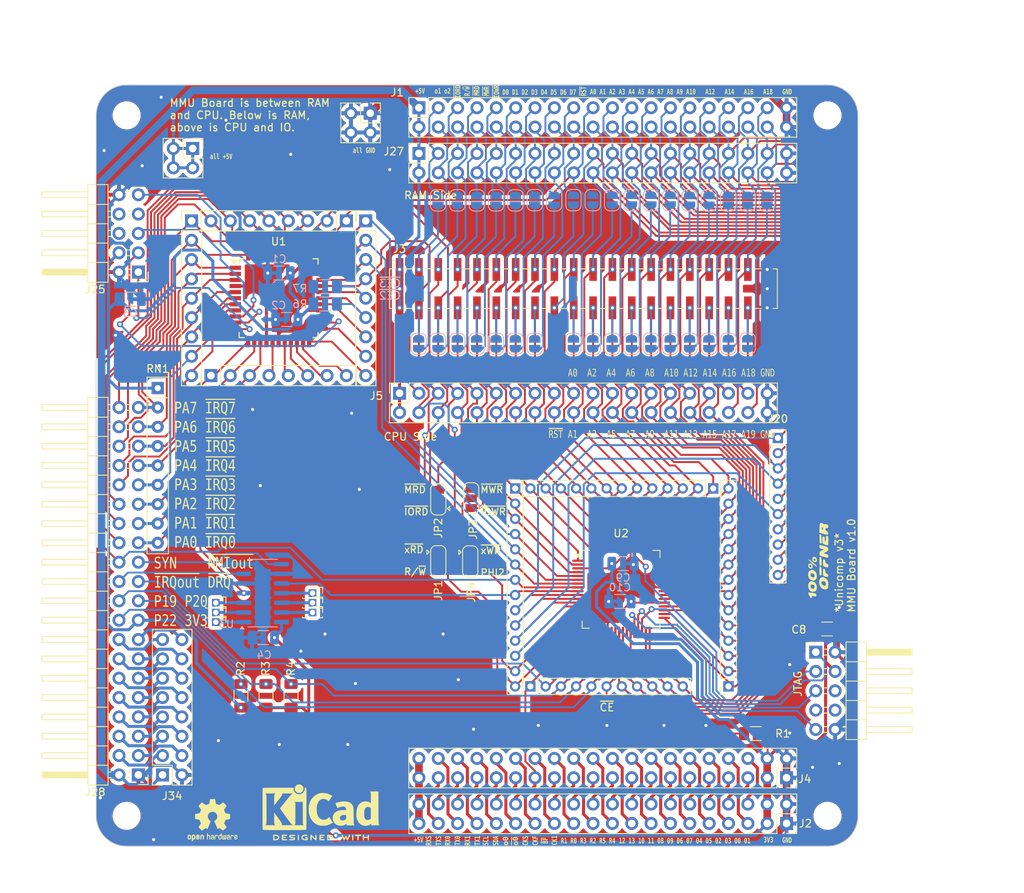
<source format=kicad_pcb>
(kicad_pcb (version 20240108) (generator "pcbnew") (generator_version "8.0")
  (layers (0 "F.Cu" signal) (31 "B.Cu" signal) (34 "B.Paste" user) (35 "F.Paste" user) (36 "B.SilkS" user "B.Silkscreen") (37 "F.SilkS" user "F.Silkscreen") (38 "B.Mask" user) (39 "F.Mask" user) (44 "Edge.Cuts" user))
  (net 0 "")
  (net 1 "GND")
  (net 2 "+5V")
  (net 3 "/A15")
  (net 4 "/A14")
  (net 5 "/A13")
  (net 6 "/A12")
  (net 7 "/A11")
  (net 8 "/A10")
  (net 9 "/A9")
  (net 10 "/A8")
  (net 11 "/A7")
  (net 12 "/A6")
  (net 13 "/A5")
  (net 14 "/A4")
  (net 15 "/A3")
  (net 16 "/A2")
  (net 17 "/A1")
  (net 18 "/A0")
  (net 19 "+3V3")
  (net 20 "/CLKF")
  (net 21 "/CLKS")
  (net 22 "/~{IOWR}")
  (net 23 "/~{MWR}")
  (net 24 "/~{MRD}")
  (net 25 "/R{slash}~{W}_e")
  (net 26 "/~{IORD}")
  (net 27 "/PHI2_e")
  (net 28 "/PHI1_e")
  (net 29 "/~{PH0}")
  (net 30 "/PH0")
  (net 31 "/Bus/~{CE_EXT12}")
  (net 32 "/Bus/~{CE_EXT7}")
  (net 33 "/TX1")
  (net 34 "/RXSTM")
  (net 35 "/RES3")
  (net 36 "/Bus/~{CE_EXT11}")
  (net 37 "/A16")
  (net 38 "/A17")
  (net 39 "/A18")
  (net 40 "/A19")
  (net 41 "/Bus/~{CE_EXT9}")
  (net 42 "/RES5")
  (net 43 "/RX1")
  (net 44 "/RX0")
  (net 45 "/Bus/~{CE_EXT8}")
  (net 46 "/Bus/~{CE_EXT10}")
  (net 47 "/Bus/~{CE_EXT4}")
  (net 48 "/RES1")
  (net 49 "/RES0")
  (net 50 "/RES2")
  (net 51 "/Bus/~{CE_EXT5}")
  (net 52 "/Bus/~{CE_EXT13}")
  (net 53 "/Bus/~{CE_EXT2}")
  (net 54 "/TX0")
  (net 55 "/Bus/~{CE_EXT3}")
  (net 56 "/RES4")
  (net 57 "/Bus/~{CE_EXT0}")
  (net 58 "/CLK1")
  (net 59 "/SCL")
  (net 60 "/Bus/~{CE_EXT1}")
  (net 61 "/Bus/~{CE_EXT6}")
  (net 62 "/SDA")
  (net 63 "+5VA")
  (net 64 "/TXSTM")
  (net 65 "/TMS")
  (net 66 "/TDO")
  (net 67 "/TCK")
  (net 68 "/TDI")
  (net 72 "/DB7")
  (net 73 "/DB0")
  (net 74 "/DB2")
  (net 75 "/DB6")
  (net 76 "/DB3")
  (net 77 "/DB1")
  (net 78 "/DB5")
  (net 79 "/DB4")
  (net 80 "/~{BUSFREE}")
  (net 81 "/PH1x")
  (net 82 "/~{MRDx}")
  (net 83 "/~{IOWRx}")
  (net 84 "/~{MWRx}")
  (net 85 "/~{IORDx}")
  (net 86 "/CD6")
  (net 87 "/CD4")
  (net 88 "/CD1")
  (net 89 "/CD0")
  (net 90 "/CD3")
  (net 91 "/CD2")
  (net 92 "/CD7")
  (net 93 "/CD5")
  (net 94 "/CA19")
  (net 95 "/CA3")
  (net 96 "/CA5")
  (net 97 "/CA2")
  (net 98 "/CA14")
  (net 99 "/CA6")
  (net 100 "/CA8")
  (net 101 "/CA10")
  (net 102 "/CA4")
  (net 103 "/CA17")
  (net 104 "/CA12")
  (net 105 "/CA15")
  (net 106 "/CA13")
  (net 107 "/CA0")
  (net 108 "/CA9")
  (net 109 "/CA1")
  (net 110 "/CA18")
  (net 111 "/CA7")
  (net 112 "/CA11")
  (net 113 "/CA16")
  (net 114 "/P16")
  (net 115 "/P22")
  (net 116 "/P20")
  (net 117 "/P18")
  (net 118 "/P19")
  (net 119 "/P15")
  (net 120 "/P23")
  (net 121 "Net-(JP1-A)")
  (net 122 "/CP43")
  (net 123 "/CP5")
  (net 124 "/CP8")
  (net 125 "/CP44")
  (net 126 "/CP7")
  (net 127 "/CP2")
  (net 128 "/CP1")
  (net 129 "/CP3")
  (net 130 "/CP6")
  (net 131 "/CP42")
  (net 132 "/CP41")
  (net 133 "/CP39")
  (net 134 "/CP36")
  (net 135 "/CP40")
  (net 136 "/CP38")
  (net 137 "/CP37")
  (net 138 "/CP34")
  (net 139 "/CP23")
  (net 140 "/CP32")
  (net 141 "/CP33")
  (net 142 "/CP30")
  (net 143 "/CP22")
  (net 144 "/CP27")
  (net 145 "/CP31")
  (net 146 "/CP29")
  (net 147 "/CP28")
  (net 151 "/CP13")
  (net 152 "/CP19")
  (net 153 "/CP14")
  (net 154 "/CP21")
  (net 155 "/CP20")
  (net 156 "/CP18")
  (net 157 "/CP12")
  (net 158 "/CP16")
  (net 159 "/TDO2")
  (net 160 "/TCK2")
  (net 161 "/TDI2")
  (net 162 "/TMS2")
  (net 163 "Net-(JP3-C)")
  (net 164 "/P9")
  (net 165 "Net-(J28-Pin_22)")
  (net 166 "Net-(J28-Pin_23)")
  (net 167 "Net-(J6-Pin_1)")
  (net 168 "Net-(J7-Pin_1)")
  (net 169 "Net-(J19-Pin_1)")
  (net 170 "Net-(J29-Pin_1)")
  (net 171 "Net-(J32-Pin_1)")
  (net 172 "Net-(J33-Pin_1)")
  (net 173 "/PIN5")
  (net 174 "/PIN15")
  (net 175 "/PIN6")
  (net 176 "/PIN11")
  (net 177 "/PIN16")
  (net 178 "/PIN7")
  (net 179 "/PIN4")
  (net 180 "/PIN13")
  (net 181 "/PIN14")
  (net 182 "/PIN10")
  (net 183 "/PIN3")
  (net 184 "/PIN8")
  (net 185 "/PIN9")
  (net 186 "/PIN12")
  (footprint "Connector_PinSocket_1.27mm:PinSocket_1x01_P1.27mm_Vertical" (layer "F.Cu") (at 65.7 120.561)
    (property "Reference" "J19" (hide yes))
    (property "Value" "Conn_01x01" (hide yes))
  )
  (footprint "Connector_PinSocket_2.54mm:PinSocket_2x02_P2.54mm_Vertical" (layer "F.Cu") (at 62.672 58.351)
    (property "Reference" "J30" (hide yes))
    (property "Value" "Conn_02x02_Odd_Even" (hide yes))
  )
  (footprint "Jumper:SolderJumper-3_P1.3mm_Open_RoundedPad1.0x1.5mm" (layer "F.Cu") (at 94.91 104.438154 90)
    (property "Reference" "JP2")
    (property "Value" "Jumper_3_Open" (hide yes))
  )
  (footprint "Connector_PinSocket_2.54mm:PinSocket_2x20_P2.54mm_Vertical" (layer "F.Cu") (at 92.367 59 90)
    (property "Reference" "J27")
    (property "Value" "RAM")
  )
  (footprint "Connector_PinSocket_2.00mm:PinSocket_1x14_P2.00mm_Vertical" (layer "F.Cu") (at 105 103)
    (property "Reference" "J15" (hide yes))
    (property "Value" ".")
  )
  (footprint "Connector_PinSocket_2.54mm:PinSocket_2x20_P2.54mm_Vertical" (layer "F.Cu") (at 92.367 53 90)
    (property "Reference" "J1")
    (property "Value" "RAM" (hide yes))
  )
  (footprint "Resistor_SMD:R_1206_3216Metric_Pad1.30x1.75mm_HandSolder" (layer "F.Cu") (at 75.582 130.239 90)
    (property "Reference" "R4")
    (property "Value" "1k")
  )
  (footprint "Connector_PinSocket_2.00mm:PinSocket_1x11_P2.00mm_Vertical" (layer "F.Cu") (at 107 129 90)
    (property "Reference" "J17" (hide yes))
    (property "Value" "Conn_01x11")
  )
  (footprint "Connector_PinSocket_2.54mm:PinSocket_2x20_P2.54mm_Vertical" (layer "F.Cu") (at 140.627 141 -90)
    (property "Reference" "J4")
    (property "Value" "Spare" (hide yes))
  )
  (footprint "Connector_PinSocket_2.54mm:PinSocket_2x02_P2.54mm_Vertical" (layer "F.Cu") (at 85.979 53.721)
    (property "Reference" "J31" (hide yes))
    (property "Value" "Conn_02x02_Odd_Even" (hide yes))
  )
  (footprint "Capacitor_SMD:C_1206_3216Metric" (layer "F.Cu") (at 145.9466 121.4628)
    (property "Reference" "C8")
    (property "Value" "100n")
  )
  (footprint "Jumper:SolderJumper-3_P1.3mm_Open_RoundedPad1.0x1.5mm" (layer "F.Cu") (at 99.101 112.59 -90)
    (property "Reference" "JP4")
    (property "Value" "Jumper_3_Open" (hide yes))
  )
  (footprint "Connector_PinSocket_1.27mm:PinSocket_1x01_P1.27mm_Vertical" (layer "F.Cu") (at 78.4 119.291)
    (property "Reference" "J32" (hide yes))
    (property "Value" "Conn_01x01" (hide yes))
  )
  (footprint "Connector_PinSocket_2.00mm:PinSocket_1x13_P2.00mm_Vertical" (layer "F.Cu") (at 131 103 -90)
    (property "Reference" "J18" (hide yes))
    (property "Value" "Conn_01x13" (hide yes))
  )
  (footprint "Symbol:KiCad-Logo2_6mm_SilkScreen" (layer "F.Cu") (at 79.502 144.846848)
    (property "Reference" "H5" (hide yes))
    (property "Value" "Logo kicad" (hide yes))
  )
  (footprint "Connector_PinHeader_2.54mm:PinHeader_2x05_P2.54mm_Horizontal" (layer "F.Cu") (at 144.46 124.5)
    (property "Reference" "J22" (hide yes))
    (property "Value" "JTAG")
  )
  (footprint "Connector_PinSocket_2.00mm:PinSocket_1x10_P2.00mm_Vertical" (layer "F.Cu") (at 139.487 96.37)
    (property "Reference" "J20")
    (property "Value" "Conn_01x10")
  )
  (footprint "Jumper:SolderJumper-3_P1.3mm_Open_RoundedPad1.0x1.5mm" (layer "F.Cu") (at 99.228 104.305 90)
    (property "Reference" "JP3")
    (property "Value" "Jumper_3_Open" (hide yes))
  )
  (footprint "Connector_PinHeader_2.54mm:PinHeader_1x08_P2.54mm_Vertical" (layer "F.Cu") (at 65.065 88.176 90)
    (property "Reference" "J26" (hide yes))
    (property "Value" "Conn_01x08" (hide yes))
  )
  (footprint "Connector_PinHeader_2.54mm:PinHeader_2x05_P2.54mm_Horizontal" (layer "F.Cu") (at 55.54 74.587 180)
    (property "Reference" "J25")
    (property "Value" "JTAG")
  )
  (footprint "Resistor_SMD:R_1206_3216Metric_Pad1.30x1.75mm_HandSolder" (layer "F.Cu") (at 72.292 130.239 90)
    (property "Reference" "R3")
    (property "Value" "1k")
  )
  (footprint "Jumper:SolderJumper-3_P1.3mm_Open_RoundedPad1.0x1.5mm" (layer "F.Cu") (at 94.91 112.566154 -90)
    (property "Reference" "JP1")
    (property "Value" "Jumper_3_Open" (hide yes))
  )
  (footprint "Symbol:OSHW-Logo2_7.3x6mm_SilkScreen" (layer "F.Cu") (at 65.278 146.558)
    (property "Reference" "H6" (hide yes))
    (property "Value" "Logo Open Source Hardware" (hide yes))
  )
  (footprint "Connector_PinSocket_2.54mm:PinSocket_2x08_P2.54mm_Vertical" (layer "F.Cu") (at 58.715 140.627 180)
    (property "Reference" "J34")
    (property "Value" "Spare")
  )
  (footprint "Connector_PinSocket_2.54mm:PinSocket_2x20_P2.54mm_Vertical" (layer "F.Cu") (at 140.627 147 -90)
    (property "Reference" "J2")
    (property "Value" "BUS" (hide yes))
  )
  (footprint "Connector_PinSocket_1.27mm:PinSocket_1x01_P1.27mm_Vertical" (layer "F.Cu") (at 65.7 119.291)
    (property "Reference" "J7" (hide yes))
    (property "Value" "Conn_01x01" (hide yes))
  )
  (footprint "Connector_PinHeader_2.54mm:PinHeader_2x20_P2.54mm_Horizontal" (layer "F.Cu") (at 55.54 140.627 180)
    (property "Reference" "J28")
    (property "Value" "Extern")
  )
  (footprint "Connector_PinHeader_2.54mm:PinHeader_1x09_P2.54mm_Vertical" (layer "F.Cu") (at 62.525 67.866)
    (property "Reference" "J21" (hide yes))
    (property "Value" "Conn_01x09" (hide yes))
  )
  (footprint "Connector_PinSocket_1.27mm:PinSocket_1x01_P1.27mm_Vertical" (layer "F.Cu") (at 78.4 116.751)
    (property "Reference" "J33" (hide yes))
    (property "Value" "Conn_01x01" (hide yes))
  )
  (footprint "MountingHole:MountingHole_3.2mm_M3" (layer "F.Cu") (at 146 54)
    (property "Reference" "H3" (hide yes))
    (property "Value" "M3" (hide yes))
  )
  (footprint "Connector_PinHeader_2.54mm:PinHeader_1x08_P2.54mm_Vertical" (layer "F.Cu") (at 82.845 67.856 -90)
    (property "Reference" "J23" (hide yes))
    (property "Value" "Conn_01x08" (hide yes))
  )
  (footprint "Resistor_SMD:R_1206_3216Metric_Pad1.30x1.75mm_HandSolder" (layer "F.Cu") (at 69.002 130.239 90)
    (property "Reference" "R2")
    (property "Value" "1k")
  )
  (footprint "Resistor_SMD:R_1206_3216Metric_Pad1.30x1.75mm_HandSolder" (layer "F.Cu") (at 136.589 135.2 180)
    (property "Reference" "R1")
    (property "Value" "1k")
  )
  (footprint "Connector_PinSocket_2.54mm:PinSocket_2x20_P2.54mm_Vertical_SMD" (layer "F.Cu") (at 113.957 76.76 90)
    (property "Reference" "J3")
    (property "Value" "Mezzanine")
  )
  (footprint "Resistor_THT:R_Array_SIP9" (layer "F.Cu") (at 58.08 89.827 -90)
    (property "Reference" "RN1")
    (property "Value" "1k")
  )
  (footprint "my_own:Logo_100ProzentOffner_10x2.7mm" (layer "F.Cu") (at 144.78 112.522 90)
    (property "Reference" "G***" (hide yes))
    (property "Value" "LOGO" (hide yes))
  )
  (footprint "Package_QFP:TQFP-64_10x10mm_P0.5mm" (layer "F.Cu") (at 118.904163 116.247654)
    (property "Reference" "U2")
    (property "Value" "XC9572XL-VQ64")
  )
  (footprint "Package_QFP:TQFP-44_10x10mm_P0.8mm" (layer "F.Cu") (at 73.955 78.016)
    (property "Reference" "U1")
    (property "Value" "XC9572VQ44")
  )
  (footprint "Connector_PinSocket_1.27mm:PinSocket_1x01_P1.27mm_Vertical" (layer "F.Cu") (at 78.4 118.021)
    (property "Reference" "J29" (hide yes))
    (property "Value" "Conn_01x01" (hide yes))
  )
  (footprint "Connector_PinSocket_1.27mm:PinSocket_1x01_P1.27mm_Vertical" (layer "F.Cu") (at 65.7 118.021)
    (property "Reference" "J6" (hide yes))
    (property "Value" "Conn_01x01" (hide yes))
  )
  (footprint "MountingHole:MountingHole_3.2mm_M3" (layer "F.Cu") (at 54 54)
    (property "Reference" "H1" (hide yes))
    (property "Value" "M3" (hide yes))
  )
  (footprint "Connector_PinHeader_2.54mm:PinHeader_1x09_P2.54mm_Vertical" (layer "F.Cu") (at 85.385 67.856)
    (property "Reference" "J24" (hide yes))
    (property "Value" "Conn_01x09" (hide yes))
  )
  (footprint "MountingHole:MountingHole_3.2mm_M3" (layer "F.Cu") (at 54 146)
    (property "Reference" "H2" (hide yes))
    (property "Value" "M3" (hide yes))
  )
  (footprint "Connector_PinSocket_2.00mm:PinSocket_1x14_P2.00mm_Vertical" (layer "F.Cu") (at 133 129 180)
    (property "Reference" "J16" (hide yes))
    (property "Value" ".")
  )
  (footprint "Connector_PinSocket_2.54mm:PinSocket_2x20_P2.54mm_Vertical" (layer "F.Cu") (at 89.827 90.496 90)
    (property "Reference" "J5")
    (property "Value" "CPU")
  )
  (footprint "MountingHole:MountingHole_3.2mm_M3" (layer "F.Cu") (at 146 146)
    (property "Reference" "H4" (hide yes))
    (property "Value" "M3" (hide yes))
  )
  (footprint "Capacitor_SMD:C_1206_3216Metric" (layer "B.Cu") (at 54.475 78.143)
    (property "Reference" "C3")
    (property "Value" "100n")
  )
  (footprint "Jumper:SolderJumper-2_P1.3mm_Open_RoundedPad1.0x1.5mm" (layer "B.Cu") (at 105.029 65.166 -90)
    (property "Reference" "J52" (hide yes))
    (property "Value" "D1")
  )
  (footprint "Jumper:SolderJumper-2_P1.3mm_Open_RoundedPad1.0x1.5mm" (layer "B.Cu") (at 122.807353 83.999801 90)
    (property "Reference" "J91" (hide yes))
    (property "Value" "A9")
  )
  (footprint "Jumper:SolderJumper-2_P1.3mm_Open_RoundedPad1.0x1.5mm" (layer "B.Cu") (at 94.869 65.166 -90)
    (property "Reference" "J8" (hide yes))
    (property "Value" "PH1")
  )
  (footprint "Jumper:SolderJumper-2_P1.3mm_Open_RoundedPad1.0x1.5mm" (layer "B.Cu") (at 135.509 65.166 -90)
    (property "Reference" "J82" (hide yes))
    (property "Value" "A16")
  )
  (footprint "Jumper:SolderJumper-2_P1.3mm_Open_RoundedPad1.0x1.5mm" (layer "B.Cu") (at 132.969 65.166 -90)
    (property "Reference" "J78" (hide yes))
    (property "Value" "A14")
  )
  (footprint "Jumper:SolderJumper-2_P1.3mm_Open_RoundedPad1.0x1.5mm" (layer "B.Cu") (at 110.109 65.166 -90)
    (property "Reference" "J56" (hide yes))
    (property "Value" "D5")
  )
  (footprint "Jumper:SolderJumper-2_P1.3mm_Open_RoundedPad1.0x1.5mm" (layer "B.Cu") (at 130.429 84.004 90)
    (property "Reference" "J94" (hide yes))
    (property "Value" "A15")
  )
  (footprint "Jumper:SolderJumper-2_P1.3mm_Open_RoundedPad1.0x1.5mm" (layer "B.Cu") (at 132.978293 83.986575 90)
    (property "Reference" "J99" (hide yes))
    (property "Value" "A17")
  )
  (footprint "Jumper:SolderJumper-2_P1.3mm_Open_RoundedPad1.0x1.5mm" (layer "B.Cu") (at 115.189 84.004 90)
    (property "Reference" "J84" (hide yes))
    (property "Value" "A3")
  )
  (footprint "Jumper:SolderJumper-2_P1.3mm_Open_RoundedPad1.0x1.5mm" (layer "B.Cu") (at 120.269 84.004 90)
    (property "Reference" "J86" (hide yes))
    (property "Value" "A7")
  )
  (footprint "Jumper:SolderJumper-2_P1.3mm_Open_RoundedPad1.0x1.5mm" (layer "B.Cu") (at 127.887353 83.999801 90)
    (property "Reference" "J93" (hide yes))
    (property "Value" "A13")
  )
  (footprint "Jumper:SolderJumper-2_P1.3mm_Open_RoundedPad1.0x1.5mm" (layer "B.Cu") (at 117.729 84.004 90)
    (property "Reference" "J85" (hide yes))
    (property "Value" "A5")
  )
  (footprint "Jumper:SolderJumper-2_P1.3mm_Open_RoundedPad1.0x1.5mm" (layer "B.Cu") (at 92.329 84.004 90)
    (property "Reference" "J12" (hide yes))
    (property "Value" "PH2")
  )
  (footprint "Jumper:SolderJumper-2_P1.3mm_Open_RoundedPad1.0x1.5mm" (layer "B.Cu") (at 122.809 65.136 -90)
    (property "Reference" "J70" (hide yes))
    (property "Value" "A6")
  )
  (footprint "Jumper:SolderJumper-2_P1.3mm_Open_RoundedPad1.0x1.5mm" (layer "B.Cu") (at 94.869 84.004 90)
    (property "Reference" "J13" (hide yes))
    (property "Value" "R/W")
  )
  (footprint "Jumper:SolderJumper-2_P1.3mm_Open_RoundedPad1.0x1.5mm" (layer "B.Cu") (at 107.569 84.004 90)
    (property "Reference" "J44" (hide yes))
    (property "Value" "D6")
  )
  (footprint "Jumper:SolderJumper-2_P1.3mm_Open_RoundedPad1.0x1.5mm" (layer "B.Cu") (at 125.347353 83.999801 90)
    (property "Reference" "J92" (hide yes))
    (property "Value" "A11")
  )
  (footprint "Jumper:SolderJumper-2_P1.3mm_Open_RoundedPad1.0x1.5mm" (layer "B.Cu") (at 112.649 84.004 90)
    (property "Reference" "J79" (hide yes))
    (property "Value" "A1")
  )
  (footprint "Jumper:SolderJumper-2_P1.3mm_Open_RoundedPad1.0x1.5mm" (layer "B.Cu") (at 102.489 65.166 -90)
    (property "Reference" "J11" (hide yes))
    (property "Value" "IOWR")
  )
  (footprint "Capacitor_SMD:C_1206_3216Metric" (layer "B.Cu") (at 74.004 74.714 180)
    (property "Reference" "C1")
    (property "Value" "100n")
  )
  (footprint "Jumper:SolderJumper-2_P1.3mm_Open_RoundedPad1.0x1.5mm" (layer "B.Cu") (at 112.649 65.136 -90)
    (property "Reference" "J62" (hide yes))
    (property "Value" "D7" (hide yes))
  )
  (footprint "Capacitor_SMD:C_1206_3216Metric" (layer "B.Cu") (at 75.02 80.81 180)
    (property "Reference" "C2")
    (property "Value" "100n")
  )
  (footprint "Capacitor_SMD:C_1206_3216Metric" (layer "B.Cu") (at 119.161663 112.877654)
    (property "Reference" "C9")
    (property "Value" "100n")
  )
  (footprint "Jumper:SolderJumper-2_P1.3mm_Open_RoundedPad1.0x1.5mm" (layer "B.Cu") (at 107.569 65.136 -90)
    (property "Reference" "J55" (hide yes))
    (property "Value" "D3")
  )
  (footprint "Jumper:SolderJumper-2_P1.3mm_Open_RoundedPad1.0x1.5mm" (layer "B.Cu") (at 130.429 65.166 -90)
    (property "Reference" "J77" (hide yes))
    (property "Value" "A12")
  )
  (footprint "Capacitor_SMD:C_1206_3216Metric" (layer "B.Cu") (at 118.751663 117.846154 180)
    (property "Reference" "C10")
    (property "Value" "100n")
  )
  (footprint "Jumper:SolderJumper-2_P1.3mm_Open_RoundedPad1.0x1.5mm" (layer "B.Cu") (at 117.729 65.136 -90)
    (property "Reference" "J66" (hide yes))
    (property "Value" "A2")
  )
  (footprint "Package_SO:SOIC-14_3.9x8.7mm_P1.27mm" (layer "B.Cu") (at 71.858 116.751)
    (property "Reference" "U3")
    (property "Value" "74LVC125")
  )
  (footprint "Jumper:SolderJumper-2_P1.3mm_Open_RoundedPad1.0x1.5mm" (layer "B.Cu") (at 127.889 65.166 -90)
    (property "Reference" "J76" (hide yes))
    (property "Value" "A10")
  )
  (footprint "Jumper:SolderJumper-2_P1.3mm_Open_RoundedPad1.0x1.5mm" (layer "B.Cu") (at 105.029 84.004 90)
    (property "Reference" "J43" (hide yes))
    (property "Value" "D4")
  )
  (footprint "Jumper:SolderJumper-2_P1.3mm_Open_RoundedPad1.0x1.5mm" (layer "B.Cu") (at 99.949 84.004 90)
    (property "Reference" "J39" (hide yes))
    (property "Value" "D0")
  )
  (footprint "Jumper:SolderJumper-2_P1.3mm_Open_RoundedPad1.0x1.5mm" (layer "B.Cu") (at 115.189 65.136 -90)
    (property "Reference" "J63" (hide yes))
    (property "Value" "A0")
  )
  (footprint "Jumper:SolderJumper-2_P1.3mm_Open_RoundedPad1.0x1.5mm" (layer "B.Cu") (at 135.518293 83.986575 90)
    (property "Reference" "J100" (hide yes))
    (property "Value" "A19")
  )
  (footprint "Jumper:SolderJumper-2_P1.3mm_Open_RoundedPad1.0x1.5mm" (layer "B.Cu") (at 97.409 65.166 -90)
    (property "Reference" "J9" (hide yes))
    (property "Value" "IORD")
  )
  (footprint "Jumper:SolderJumper-2_P1.3mm_Open_RoundedPad1.0x1.5mm" (layer "B.Cu") (at 97.409 84.004 90)
    (property "Reference" "J14" (hide yes))
    (property "Value" "MWR")
  )
  (footprint "Jumper:SolderJumper-2_P1.3mm_Open_RoundedPad1.0x1.5mm" (layer "B.Cu") (at 120.269 65.136 -90)
    (property "Reference" "J69" (hide yes))
    (property "Value" "A4")
  )
  (footprint "Resistor_SMD:R_1206_3216Metric_Pad1.30x1.75mm_HandSolder" (layer "B.Cu") (at 80.051 78.778)
    (property "Reference" "R6")
    (property "Value" "1k")
  )
  (footprint "Jumper:SolderJumper-2_P1.3mm_Open_RoundedPad1.0x1.5mm" (layer "B.Cu") (at 125.349 65.136 -90)
    (property "Reference" "J75" (hide yes))
    (property "Value" "A8")
  )
  (footprint "Capacitor_SMD:C_1206_3216Metric" (layer "B.Cu") (at 71.936 122.593 180)
    (property "Reference" "C4")
    (property "Value" "100n")
  )
  (footprint "Jumper:SolderJumper-2_P1.3mm_Open_RoundedPad1.0x1.5mm" (layer "B.Cu") (at 102.489 84.004 90)
    (property "Reference" "J41" (hide yes))
    (property "Value" "D2")
  )
  (footprint "Jumper:SolderJumper-2_P1.3mm_Open_RoundedPad1.0x1.5mm" (layer "B.Cu") (at 138.049 65.166 -90)
    (property "Reference" "J83" (hide yes))
    (property "Value" "A18")
  )
  (footprint "Jumper:SolderJumper-2_P1.3mm_Open_RoundedPad1.0x1.5mm" (layer "B.Cu") (at 99.949 65.166 -90)
    (property "Reference" "J10" (hide yes))
    (property "Value" "MRD")
  )
  (footprint "Resistor_SMD:R_1206_3216Metric_Pad1.30x1.75mm_HandSolder" (layer "B.Cu") (at 80.051 76.492)
    (property "Reference" "R7")
    (property "Value" "1k")
  )
  (gr_line (start 50 54) (end 50 146) (stroke (width 0.1)) (layer "Edge.Cuts"))
  (gr_arc (start 50 54) (mid 51.171571 51.17157) (end 54 50) (stroke (width 0.1)) (layer "Edge.Cuts"))
  (gr_arc (start 146 50) (mid 148.828425 51.171573) (end 150 54) (stroke (width 0.1)) (layer "Edge.Cuts"))
  (gr_arc (start 150 146) (mid 148.828425 148.828424) (end 146 149.999995) (stroke (width 0.1)) (layer "Edge.Cuts"))
  (gr_line (start 150 146) (end 150 54) (stroke (width 0.1)) (layer "Edge.Cuts"))
  (gr_line (start 146 50) (end 54 50) (stroke (width 0.1)) (layer "Edge.Cuts"))
  (gr_arc (start 54 150) (mid 51.171571 148.828427) (end 50 146) (stroke (width 0.1)) (layer "Edge.Cuts"))
  (gr_line (start 146 150) (end 54 150) (stroke (width 0.1)) (layer "Edge.Cuts"))
  (gr_text "~{CE3}\n~{CE2}" (at 90.084 78.27 -0) (layer "B.SilkS") (effects (font (size 1 1)) (justify left bottom mirror)))
  (gr_text "TXS" (at 95.4 149.9 90) (layer "F.SilkS") (effects (font (size 0.7 0.5) (thickness 0.1) (bold yes)) (justify left bottom)))
  (gr_text "CKF" (at 108.1 149.9 90) (layer "F.SilkS") (effects (font (size 0.7 0.5) (thickness 0.1) (bold yes)) (justify left bottom)))
  (gr_text "all +5V\n" (at 64.938 59.855 0) (layer "F.SilkS") (effects (font (size 0.7 0.5) (thickness 0.1) (bold yes)) (justify left bottom)))
  (gr_text "all GND\n" (at 83.693 59.055 0) (layer "F.SilkS") (effects (font (size 0.7 0.5) (thickness 0.1) (bold yes)) (justify left bottom)))
  (gr_text "RAM Side\n" (at 90.335 65.096 0) (layer "F.SilkS") (effects (font (size 1 1)) (justify left bottom)))
  (gr_text "~{RST} A1  A3  A5  A7  A9  A11 A13 A15 A17 A19 GND" (at 109.392272 96.534154 0) (layer "F.SilkS") (effects (font (size 1 0.75)) (justify left bottom)))
  (gr_text "+5V   o1 o2" (at 91.8972 51.2572 0) (layer "F.SilkS") (effects (font (size 0.7 0.5) (thickness 0.1) (bold yes)) (justify left bottom)))
  (gr_text "TX0" (at 97.9 149.9 90) (layer "F.SilkS") (effects (font (size 0.7 0.5) (thickness 0.1) (bold yes)) (justify left bottom)))
  (gr_text "SCL" (at 101.6 149.9 90) (layer "F.SilkS") (effects (font (size 0.7 0.5) (thickness 0.1) (bold yes)) (justify left bottom)))
  (gr_text "3V3" (at 137.6172 149.606 0) (layer "F.SilkS") (effects (font (size 0.7 0.5) (thickness 0.1) (bold yes)) (justify left bottom)))
  (gr_text "R/~{W}" (at 99.1616 51.4604 90) (layer "F.SilkS") (effects (font (size 0.7 0.5) (thickness 0.1) (bold yes)) (justify left bottom)))
  (gr_text "~{BF}" (at 109.41174 149.658466 90) (layer "F.SilkS") (effects (font (size 0.7 0.5) (thickness 0.1) (bold yes)) (justify left bottom)))
  (gr_text "~{RST}" (at 114.4524 51.4604 90) (layer "F.SilkS") (effects (font (size 0.7 0.5) (thickness 0.1) (bold yes)) (justify left bottom)))
  (gr_text "~{o0}" (at 105.5 149.9 90) (layer "F.SilkS") (effects (font (size 0.7 0.7) (thickness 0.1) (bold yes)) (justify left bottom)))
  (gr_text "~{IOWR}" (at 103.0224 51.7144 90) (layer "F.SilkS") (effects (font (size 0.7 0.5) (thickness 0.1) (bold yes)) (justify left bottom)))
  (gr_text "~{MWR}\n\n~{IOWR}" (at 100.371 106.591 0) (layer "F.SilkS") (effects (font (size 0.9 0.9)) (justify left bottom)))
  (gr_text "D0 D1 D2 D3 D4 D5 D6 D7" (at 103.3272 51.4096 0) (layer "F.SilkS") (effects (font (size 0.7 0.5) (thickness 0.1) (bold yes)) (justify left bottom)))
  (gr_text "PA7 ~{IRQ7}\nPA6 ~{IRQ6}\nPA5 ~{IRQ5}\nPA4 ~{IRQ4}\nPA3 ~{IRQ3}\nPA2 ~{IRQ2}\nPA1 ~{IRQ1}\nPA0 ~{IRQ0}\n" (at 60.239 111.036 0) (layer "F.SilkS") (effects (font (size 1.5 1.2)) (justify left bottom)))
  (gr_text "CPU Side\n" (at 87.674272 96.792154 0) (layer "F.SilkS") (effects (font (size 1 1)) (justify left bottom)))
  (gr_text "*Unicomp v3*\nMMU Board v1.0" (at 148.336 119.38 90) (layer "F.SilkS") (effects (font (size 1 1)) (justify left)))
  (gr_text "SYN    ~{NMIout}\n~{IRQout} ~{DRQ}\nP19 P20\nP22 3V3\n" (at 57.572 121.323 0) (layer "F.SilkS") (effects (font (size 1.5 1.2)) (justify left bottom)))
  (gr_text "MMU Board is between RAM \nand CPU. Below is RAM,\nabove is CPU and IO." (at 59.563 53.975 0) (layer "F.SilkS") (effects (font (size 1 1)) (justify left)))
  (gr_text "A0  A2  A4  A6  A8  A10 A12 A14 A16 A18 GND" (at 111.925 88.464 0) (layer "F.SilkS") (effects (font (size 1 0.75)) (justify left bottom)))
  (gr_text "~{MRD}\n\n~{IORD}" (at 90.338 106.591 0) (layer "F.SilkS") (effects (font (size 0.9 0.9)) (justify left bottom)))
  (gr_text "RXS" (at 94.1 149.9 90) (layer "F.SilkS") (effects (font (size 0.7 0.5) (thickness 0.1) (bold yes)) (justify left bottom)))
  (gr_text "+5V" (at 91.694 149.606 0) (layer "F.SilkS") (effects (font (size 0.7 0.5) (thickness 0.1) (bold yes)) (justify left bottom)))
  (gr_text "SDA" (at 102.9 149.9 90) (layer "F.SilkS") (effects (font (size 0.7 0.5) (thickness 0.1) (bold yes)) (justify left bottom)))
  (gr_text "~{CE}" (at 115.996272 132.348154 0) (layer "F.SilkS") (effects (font (size 1 1)) (justify left bottom)))
  (gr_text "RX0" (at 96.6 149.9 90) (layer "F.SilkS") (effects (font (size 0.7 0.5) (thickness 0.1) (bold yes)) (justify left bottom)))
  (gr_text "~{MRD}\n" (at 100.4316 51.4096 90) (layer "F.SilkS") (effects (font (size 0.7 0.5) (thickness 0.1) (bold yes)) (justify left bottom)))
  (gr_text "RX1" (at 99.2 149.9 90) (layer "F.SilkS") (effects (font (size 0.7 0.5) (thickness 0.1) (bold yes)) (justify left bottom)))
  (gr_text "R1 R0 R3 R2 R5 R4" (at 110.998 149.733 0) (layer "F.SilkS") (effects (font (size 0.7 0.5) (thickness 0.1) (bold yes)) (justify left bottom)))
  (gr_text "o0" (at 104.2 149.9 90) (layer "F.SilkS") (effects (font (size 0.7 0.7) (thickness 0.1) (bold yes)) (justify left bottom)))
  (gr_text "~{MWR}" (at 101.7016 51.4604 90) (layer "F.SilkS") (effects (font (size 0.7 0.5) (thickness 0.1) (bold yes)) (justify left bottom)))
  (gr_text "~{IORD}" (at 97.9424 51.7144 90) (layer "F.SilkS") (effects (font (size 0.7 0.5) (thickness 0.1) (bold yes)) (justify left bottom)))
  (gr_text "12 13 10 11 08 09 06 07 04 05 02 03 00 01" (at 118.618 149.733 0) (layer "F.SilkS") (effects (font (size 0.7 0.5) (thickness 0.1) (bold yes)) (justify left bottom)))
  (gr_text "CKS" (at 106.8 149.9 90) (layer "F.SilkS") (effects (font (size 0.7 0.5) (thickness 0.1) (bold yes)) (justify left bottom)))
  (gr_text "TX1" (at 100.5 149.9 90) (layer "F.SilkS") (effects (font (size 0.7 0.5) (thickness 0.1) (bold yes)) (justify left bottom)))
  (gr_text "CK1" (at 110.617 149.86 90) (layer "F.SilkS") (effects (font (size 0.7 0.5) (thickness 0.1) (bold yes)) (justify left bottom)))
  (gr_text "A0 A1 A2 A3 A4 A5 A6 A7 A8 A9 A10   A12   A14   A16   A18   GND\n" (at 114.808 51.3588 0) (layer "F.SilkS") (effects (font (size 0.7 0.5) (thickness 0.1) (bold yes)) (justify left bottom)))
  (gr_text "~{xRD}\n\nR/~{W}" (at 90.338 114.465 0) (layer "F.SilkS") (effects (font (size 0.9 0.9)) (justify left bottom)))
  (gr_text "GND" (at 140.0556 149.6568 0) (layer "F.SilkS") (effects (font (size 0.7 0.5) (thickness 0.1) (bold yes)) (justify left bottom)))
  (gr_text "~{xWR}\n\nPHI2" (at 100.371 114.592 0) (layer "F.SilkS") (effects (font (size 0.9 0.9)) (justify left bottom)))
  (segment (start 55.54 140.627) (end 58.461 143.548) (width 0.4) (layer "F.Cu") (net 1))
  (segment (start 140.627 53.347968) (end 137.897032 50.618) (width 1) (layer "F.Cu") (net 1))
  (segment (start 83.439 53.721) (end 83.439 56.261) (width 0.4) (layer "F.Cu") (net 1))
  (segment (start 83.439 56.261) (end 85.979 56.261) (width 0.4) (layer "F.Cu") (net 1))
  (segment (start 58.461 148.501) (end 59.384 149.424) (width 0.4) (layer "F.Cu") (net 1))
  (segment (start 137.897032 50.618) (end 89.082 50.618) (width 1) (layer "F.Cu") (net 1))
  (segment (start 117.154163 121.910154) (end 117.154163 117.968652) (width 0.25) (layer "F.Cu") (net 1))
  (segment (start 59.384 149.424) (end 83.607 149.424) (width 0.4) (layer "F.Cu") (net 1))
  (segment (start 89.082 50.618) (end 85.979 53.721) (width 1) (layer "F.Cu") (net 1))
  (segment (start 138.087 76.78) (end 138.087 74.24) (width 1) (layer "F.Cu") (net 1))
  (segment (start 147.4216 124.0784) (end 147 124.5) (width 0.4) (layer "F.Cu") (net 1))
  (segment (start 73.955 82.691) (end 73.955 83.716) (width 0.4) (layer "F.Cu") (net 1))
  (segment (start 148.59 126.09) (end 148.59 133.07) (width 0.4) (layer "F.Cu") (net 1))
  (segment (start 140.627 138.46) (end 140.627 147) (width 1) (layer "F.Cu") (net 1))
  (segment (start 117.276663 116.237654) (end 120.518155 112.996162) (width 0.4) (layer "F.Cu") (net 1))
  (segment (start 124.566663 115.997654) (end 123.519647 115.997654) (width 0.25) (layer "F.Cu") (net 1))
  (segment (start 68.255 76.416) (end 70.827 76.416) (width 0.4) (layer "F.Cu") (net 1))
  (segment (start 78.908 144.725) (end 83.607 149.424) (width 0.4) (layer "F.Cu") (net 1))
  (segment (start 140.627 55.54) (end 140.627 53.347968) (width 1) (layer "F.Cu") (net 1))
  (segment (start 116.125161 118.997654) (end 117.276663 117.846152) (width 0.25) (layer "F.Cu") (net 1))
  (segment (start 85.979 53.721) (end 85.979 56.261) (width 0.4) (layer "F.Cu") (net 1))
  (segment (start 73.955 83.716) (end 73.955 81.22) (width 0.4) (layer "F.Cu") (net 1))
  (segment (start 76.712 82.334) (end 74.312 82.334) (width 0.4) (layer "F.Cu") (net 1))
  (segment (start 140.627 147) (end 138.203 149.424) (width 1) (layer "F.Cu") (net 1))
  (segment (start 123.519647 115.997654) (end 120.518155 112.996162) (width 0.25) (layer "F.Cu") (net 1))
  (segment (start 120.154163 112.63217) (end 120.518155 112.996162) (width 0.25) (layer "F.Cu") (net 1))
  (segment (start 78.908 137.706) (end 78.908 144.725) (width 0.4) (layer "F.Cu") (net 1))
  (segment (start 138.203 149.424) (end 83.607 149.424) (width 1) (layer "F.Cu") (net 1))
  (segment (start 113.241663 118.997654) (end 116.125161 118.997654) (width 0.25) (layer "F.Cu") (net 1))
  (segment (start 117.154163 117.968652) (end 117.276663 117.846152) (width 0.25) (layer "F.Cu") (net 1))
  (segment (start 78.908 127.292) (end 78.908 126.403) (width 0.4) (layer "F.Cu") (net 1))
  (segment (start 138.087 93.036) (end 138.087 79.28) (width 0.4) (layer "F.Cu") (net 1))
  (segment (start 147.4216 121.4628) (end 147.4216 124.0784) (width 0.4) (layer "F.Cu") (net 1))
  (segment (start 78.908 137.706) (end 78.908 127.292) (width 0.4) (layer "F.Cu") (net 1))
  (segment (start 78.908 126.403) (end 76.876 124.371) (width 0.4) (layer "F.Cu") (net 1))
  (segment (start 78.63 80.416) (end 76.712 82.334) (width 0.4) (layer "F.Cu") (net 1))
  (segment (start 147 124.5) (end 148.59 126.09) (width 0.4) (layer "F.Cu") (net 1))
  (segment (start 83.439 53.721) (end 85.979 53.721) (width 0.4) (layer "F.Cu") (net 1))
  (segment (start 117.276663 117.846152) (end 117.276663 116.237654) (width 0.4) (layer "F.Cu") (net 1))
  (segment (start 70.827 76.416) (end 72.529 74.714) (width 0.4) (layer "F.Cu") (net 1))
  (segment (start 120.154163 110.585154) (end 120.154163 112.63217) (width 0.25) (layer "F.Cu") (net 1))
  (segment (start 58.461 143.548) (end 58.461 148.501) (width 0.4) (layer "F.Cu") (net 1))
  (segment (start 74.312 82.334) (end 73.955 82.691) (width 0.4) (layer "F.Cu") (net 1))
  (segment (start 79.655 80.416) (end 78.63 80.416) (width 0.4) (layer "F.Cu") (net 1))
  (segment (start 73.955 81.22) (end 73.545 80.81) (width 0.4) (layer "F.Cu") (net 1))
  (segment (start 148.59 133.07) (end 147 134.66) (width 0.4) (layer "F.Cu") (net 1))
  (segment (start 138.087 79.28) (end 138.087 76.78) (width 1) (layer "F.Cu") (net 1))
  (via (at 66.04 136.127) (size 0.8) (drill 0.4) (layers "F.Cu" "B.Cu") (net 1))
  (via (at 57.54 149.127) (size 0.8) (drill 0.4) (layers "F.Cu" "B.Cu") (net 1))
  (via (at 138.087 74.24) (size 0.8) (drill 0.4) (layers "F.Cu" "B.Cu") (net 1))
  (via (at 51.04 58.627) (size 0.8) (drill 0.4) (layers "F.Cu" "B.Cu") (net 1))
  (via (at 99.54 134.627) (size 0.8) (drill 0.4) (layers "F.Cu" "B.Cu") (net 1))
  (via (at 141.04 126.127) (size 0.8) (drill 0.4) (layers "F.Cu" "B.Cu") (net 1))
  (via (at 83.04 136.627) (size 0.8) (drill 0.4) (layers "F.Cu" "B.Cu") (net 1))
  (via (at 58.54 51.627) (size 0.8) (drill 0.4) (layers "F.Cu" "B.Cu") (net 1))
  (via (at 120.518155 112.996162) (size 0.8) (drill 0.4) (layers "F.Cu" "B.Cu") (net 1))
  (via (at 130.04 134.127) (size 0.8) (drill 0.4) (layers "F.Cu" "B.Cu") (net 1))
  (via (at 80.04 122.127) (size 0.8) (drill 0.4) (layers "F.Cu" "B.Cu") (net 1))
  (via (at 75.54 59.127) (size 0.8) (drill 0.4) (layers "F.Cu" "B.Cu") (net 1))
  (via (at 67.04 54.627) (size 0.8) (drill 0.4) (layers "F.Cu" "B.Cu") (net 1))
  (via (at 138.087 79.28) (size 0.8) (drill 0.4) (layers "F.Cu" "B.Cu") (net 1))
  (via (at 56.04 60.627) (size 0.8) (drill 0.4) (layers "F.Cu" "B.Cu") (net 1))
  (via (at 74.04 136.627) (size 0.8) (drill 0.4) (layers "F.Cu" "B.Cu") (net 1))
  (via (at 58.29 86.877) (size 0.8) (drill 0.4) (layers "F.Cu" "B.Cu") (net 1))
  (via (at 97.54 128.127) (size 0.8) (drill 0.4) (layers "F.Cu" "B.Cu") (net 1))
  (via (at 88.54 61.127) (size 0.8) (drill 0.4) (layers "F.Cu" "B.Cu") (net 1))
  (via (at 50.54 143.627) (size 0.8) (drill 0.4) (layers "F.Cu" "B.Cu") (net 1))
  (via (at 72.529 74.714) (size 0.8) (drill 0.4) (layers "F.Cu" "B.Cu") (net 1))
  (via (at 95.54 122.127) (size 0.8) (drill 0.4) (layers "F.Cu" "B.Cu") (net 1))
  (via (at 144.04 139.627) (size 0.8) (drill 0.4) (layers "F.Cu" "B.Cu") (net 1))
  (via (at 71.54 102.627) (size 0.8) (drill 0.4) (layers "F.Cu" "B.Cu") (net 1))
  (via (at 147.54 139.127) (size 0.8) (drill 0.4) (layers "F.Cu" "B.Cu") (net 1))
  (via (at 141.04 135.127) (size 0.8) (drill 0.4) (layers "F.Cu" "B.Cu") (net 1))
  (via (at 124.54 134.127) (size 0.8) (drill 0.4) (layers "F.Cu" "B.Cu") (net 1))
  (via (at 76.876 124.371) (size 0.8) (drill 0.4) (layers "F.Cu" "B.Cu") (net 1))
  (via (at 108.04 134.127) (size 0.8) (drill 0.4) (layers "F.Cu" "B.Cu") (net 1))
  (via (at 52.54 82.877) (size 0.8) (drill 0.4) (layers "F.Cu" "B.Cu") (net 1))
  (via (at 138.087 76.78) (size 0.8) (drill 0.4) (layers "F.Cu" "B.Cu") (net 1))
  (via (at 84.54 103.127) (size 0.8) (drill 0.4) (layers "F.Cu" "B.Cu") (net 1))
  (via (at 73.545 80.81) (size 0.8) (drill 0.4) (layers "F.Cu" "B.Cu") (net 1))
  (via (at 147.54 118.627) (size 0.8) (drill 0.4) (layers "F.Cu" "B.Cu") (net 1))
  (via (at 117.276663 117.846152) (size 0.8) (drill 0.4) (layers "F.Cu" "B.Cu") (net 1))
  (via (at 117.04 134.127) (size 0.8) (drill 0.4) (layers "F.Cu" "B.Cu") (net 1))
  (via (at 70.54 92.627) (size 0.8) (drill 0.4) (layers "F.Cu" "B.Cu") (net 1))
  (via (at 83.54 93.127) (size 0.8) (drill 0.4) (layers "F.Cu" "B.Cu") (net 1))
  (via (at 84.04 128.627) (size 0.8) (drill 0.4) (layers "F.Cu" "B.Cu") (net 1))
  (segment (start 68.895 70.924) (end 72.529 74.558) (width 0.4) (layer "B.Cu") (net 1))
  (segment (start 126.746791 122.792154) (end 129.543 125.588363) (width 0.4) (layer "B.Cu") (net 1))
  (segment (start 71.633 113.956) (end 70.618 112.941) (width 0.4) (layer "B.Cu") (net 1))
  (segment (start 71.633 118.401) (end 71.633 115.481) (width 0.4) (layer "B.Cu") (net 1))
  (segment (start 138.087 74.24) (end 138.087 76.78) (width 0.4) (layer "B.Cu") (net 1))
  (segment (start 75.763 123.893) (end 71.761 123.893) (width 0.4) (layer "B.Cu") (net 1))
  (segment (start 71.633 114.846) (end 71.633 113.956) (width 0.4) (layer "B.Cu") (net 1))
  (segment (start 138.087 76.78) (end 138.087 79.28) (width 0.4) (layer "B.Cu") (net 1))
  (segment (start 54.25 73.337) (end 53 74.587) (width 0.4) (layer "B.Cu") (net 1))
  (segment (start 140.627 55.54) (end 144.015 58.928) (width 1) (layer "B.Cu") (net 1))
  (segment (start 61.255 140.627) (end 60.005 139.377) (width 0.4) (layer "B.Cu") (net 1))
  (segment (start 51.75 65.677) (end 51.75 70.064767) (width 0.4) (layer "B.Cu") (net 1))
  (segment (start 54.25 63.177) (end 64.733767 63.177) (width 0.4) (layer "B.Cu") (net 1))
  (segment (start 76.114 53.721) (end 83.439 53.721) (width 0.4) (layer "B.Cu") (net 1))
  (segment (start 73.545 80.81) (end 73.545 80.204) (width 0.4) (layer "B.Cu") (net 1))
  (segment (start 76.241 124.371) (end 75.763 123.893) (width 0.4) (layer "B.Cu") (net 1))
  (segment (start 72.268 114.211) (end 71.633 114.846) (width 0.25) (layer "B.Cu") (net 1))
  (segment (start 148.336 58.928) (end 149.352 59.944) (width 1) (layer "B.Cu") (net 1))
  (segment (start 53 64.427) (end 51.75 65.677) (width 0.4) (layer "B.Cu") (net 1))
  (segment (start 56.215 140.627) (end 55.54 140.627) (width 0.4) (layer "B.Cu") (net 1))
  (segment (start 64.733767 63.177) (end 68.895 67.338233) (width 0.4) (layer "B.Cu") (net 1))
  (segment (start 134.924 132.757) (end 140.627 138.46) (width 0.4) (layer "B.Cu") (net 1))
  (segment (start 57.465 139.377) (end 56.215 140.627) (width 0.4) (layer "B.Cu") (net 1))
  (segment (start 51.75 70.064767) (end 52.462233 70.777) (width 0.4) (layer "B.Cu") (net 1))
  (segment (start 149.352 132.308) (end 147 134.66) (width 1) (layer "B.Cu") (net 1))
  (segment (start 140.627 71.7) (end 138.087 74.24) (width 0.4) (layer "B.Cu") (net 1))
  (segment (start 131.97635 132.757) (end 134.924 132.757) (width 0.4) (layer "B.Cu") (net 1))
  (segment (start 60.005 139.377) (end 57.465 139.377) (width 0.4) (layer "B.Cu") (net 1))
  (segment (start 52.462233 70.777) (end 53.497767 70.777) (width 0.4) (layer "B.Cu") (net 1))
  (segment (start 53 75.193) (end 53 74.587) (width 0.4) (layer "B.Cu") (net 1))
  (segment (start 69.383 115.481) (end 71.633 115.481) (width 0.25) (layer "B.Cu") (net 1))
  (segment (start 70.461 122.593) (end 71.633 121.421) (width 0.4) (layer "B.Cu") (net 1))
  (segment (start 53.497767 70.777) (end 54.25 71.529233) (width 0.4) (layer "B.Cu") (net 1))
  (segment (start 140.627 53) (end 140.627 61.54) (width 0.4) (layer "B.Cu") (net 1))
  (segment (start 122.222665 122.792154) (end 126.746791 122.792154) (width 0.4) (layer "B.Cu") (net 1))
  (segment (start 54.25 71.529233) (end 54.25 73.337) (width 0.4) (layer "B.Cu") (net 1))
  (segment (start 129.543 125.588363) (end 129.543 130.32365) (width 0.4) (layer "B.Cu") (net 1))
  (segment (start 74.333 114.211) (end 72.268 114.211) (width 0.25) (layer "B.Cu") (net 1))
  (segment (start 117.276663 117.846152) (end 122.222665 122.792154) (width 0.4) (layer "B.Cu") (net 1))
  (segment (start 71.633 115.481) (end 71.633 114.846) (width 0.4) (layer "B.Cu") (net 1))
  (segment (start 68.895 67.338233) (end 68.895 70.924) (width 0.4) (layer "B.Cu") (net 1))
  (segment (start 73.545 80.204) (end 72.529 79.188) (width 0.4) (layer "B.Cu") (net 1))
  (segment (start 129.543 130.32365) (end 131.97635 132.757) (width 0.4) (layer "B.Cu") (net 1))
  (segment (start 70.618 112.941) (end 69.383 112.941) (width 0.4) (layer "B.Cu") (net 1))
  (segment (start 55.95 78.143) (end 53 75.193) (width 0.4) (layer "B.Cu") (net 1))
  (segment (start 71.633 121.421) (end 71.633 118.401) (width 0.4) (layer "B.Cu") (net 1))
  (segment (start 70.461 122.593) (end 71.761 123.893) (width 0.4) (layer "B.Cu") (net 1))
  (segment (start 144.015 58.928) (end 148.336 58.928) (width 1) (layer "B.Cu") (net 1))
  (segment (start 149.352 59.944) (end 149.352 132.308) (width 1) (layer "B.Cu") (net 1))
  (segment (start 64.733767 63.177) (end 74.189767 53.721) (width 0.4) (layer "B.Cu") (net 1))
  (segment (start 72.529 74.558) (end 72.529 74.714) (width 0.4) (layer "B.Cu") (net 1))
  (segment (start 53 64.427) (end 54.25 63.177) (width 0.4) (layer "B.Cu") (net 1))
  (segment (start 140.627 61.54) (end 140.627 71.7) (width 0.4) (layer "B.Cu") (net 1))
  (segment (start 76.876 124.371) (end 76.241 124.371) (width 0.4) (layer "B.Cu") (net 1))
  (segment (start 74.189767 53.721) (end 76.114 53.721) (width 0.4) (layer "B.Cu") (net 1))
  (segment (start 72.529 79.188) (end 72.529 74.714) (width 0.4) (layer "B.Cu") (net 1))
  (segment (start 89.827 76.78) (end 89.827 74.24) (width 1) (layer "F.Cu") (net 2))
  (segment (start 89.827 93.036) (end 89.827 79.28) (width 0.4) (layer "F.Cu") (net 2))
  (segment (start 89.827 79.28) (end 89.827 76.78) (width 1) (layer "F.Cu") (net 2))
  (via (at 89.827 76.78) (size 0.8) (drill 0.4) (layers "F.Cu" "B.Cu") (net 2))
  (via (at 89.827 79.28) (size 0.8) (drill 0.4) (layers "F.Cu" "B.Cu") (net 2))
  (via (at 89.827 74.24) (size 0.8) (drill 0.4) (layers "F.Cu" "B.Cu") (net 2))
  (segment (start 57.465 141.877) (end 58.715 140.627) (width 0.4) (layer "B.Cu") (net 2))
  (segment (start 60.132 54.541) (end 59.497 53.906) (width 0.4) (layer "B.Cu") (net 2))
  (segment (start 92.367 61.54) (end 92.367 69.922) (width 0.4) (layer "B.Cu") (net 2))
  (segment (start 89.827 76.78) (end 89.827 79.28) (width 0.4) (layer "B.Cu") (net 2))
  (segment (start 89.827 74.24) (end 89.827 76.78) (width 0.4) (layer "B.Cu") (net 2))
  (segment (start 60.132 58.351) (end 62.672 58.351) (width 0.4) (layer "B.Cu") (net 2))
  (segment (start 51.797919 140.627) (end 53 140.627) (width 1) (layer "B.Cu") (net 2))
  (segment (start 62.672 60.891) (end 62.672 58.351) (width 0.4) (layer "B.Cu") (net 2))
  (segment (start 89.827 72.462) (end 89.827 74.24) (width 0.4) (layer "B.Cu") (net 2))
  (segment (start 60.132 58.351) (end 60.132 60.891) (width 0.4) (layer "B.Cu") (net 2))
  (segment (start 53 140.627) (end 54.25 141.877) (width 0.4) (layer "B.Cu") (net 2))
  (segment (start 60.132 60.891) (end 62.672 60.891) (width 0.4) (layer "B.Cu") (net 2))
  (segment (start 62.692 50.711) (end 59.497 53.906) (width 1) (layer "B.Cu") (net 2))
  (segment (start 92.367 69.922) (end 89.827 72.462) (width 0.4) (layer "B.Cu") (net 2))
  (segment (start 54.25 141.877) (end 57.465 141.877) (width 0.4) (layer "B.Cu") (net 2))
  (segment (start 92.367 53) (end 92.367 61.54) (width 0.4) (layer "B.Cu") (net 2))
  (segment (start 50.715 62.688) (end 50.715 139.544081) (width 1) (layer "B.Cu") (net 2))
  (segment (start 60.132 58.351) (end 60.132 54.541) (width 0.4) (layer "B.Cu") (net 2))
  (segment (start 59.497 53.906) (end 50.715 62.688) (width 1) (layer "B.Cu") (net 2))
  (segment (start 50.715 139.544081) (end 51.797919 140.627) (width 1) (layer "B.Cu") (net 2))
  (segment (start 92.367 53) (end 90.078 50.711) (width 1) (layer "B.Cu") (net 2))
  (segment (start 90.078 50.711) (end 62.692 50.711) (width 1) (layer "B.Cu") (net 2))
  (segment (start 134.659154 63.192154) (end 144.037876 63.192154) (width 0.25) (layer "F.Cu") (net 3))
  (segment (start 133.925 129) (end 133 129) (width 0.25) (layer "F.Cu") (net 3))
  (segment (start 133 128.430991) (end 133 129) (width 0.25) (layer "F.Cu") (net 3))
  (segment (start 136.102064 124.075728) (end 136.102064 126.822936) (width 0.25) (layer "F.Cu") (net 3))
  (segment (start 147.024272 66.17855) (end 147.024272 113.15352) (width 0.25) (layer "F.Cu") (net 3))
  (segment (start 124.566663 119.997654) (end 133 128.430991) (width 0.25) (layer "F.Cu") (net 3))
  (segment (start 144.037876 63.192154) (end 147.024272 66.17855) (width 0.25) (layer "F.Cu") (net 3))
  (segment (start 136.102064 126.822936) (end 133.925 129) (width 0.25) (layer "F.Cu") (net 3))
  (segment (start 147.024272 113.15352) (end 136.102064 124.075728) (width 0.25) (layer "F.Cu") (net 3))
  (segment (start 133.007 61.54) (end 134.659154 63.192154) (width 0.25) (layer "F.Cu") (net 3))
  (segment (start 131.509 72.716) (end 131.509 83.990693) (width 0.25) (layer "B.Cu") (net 3))
  (segment (start 130.845693 84.654) (end 131.509 83.990693) (width 0.25) (layer "B.Cu") (net 3))
  (segment (start 134.049 70.176) (end 131.509 72.716) (width 0.25) (layer "B.Cu") (net 3))
  (segment (start 134.049 70.176) (end 134.049 63.852) (width 0.25) (layer "B.Cu") (net 3))
  (segment (start 130.429 84.654) (end 130.845693 84.654) (width 0.25) (layer "B.Cu") (net 3))
  (segment (start 134.182 60.365) (end 133.007 61.54) (width 0.25) (layer "B.Cu") (net 3))
  (segment (start 133.007 55.54) (end 134.182 56.715) (width 0.25) (layer "B.Cu") (net 3))
  (segment (start 133.007 62.81) (end 133.007 61.54) (width 0.25) (layer "B.Cu") (net 3))
  (segment (start 134.182 56.715) (end 134.182 60.365) (width 0.25) (layer "B.Cu") (net 3))
  (segment (start 134.049 63.852) (end 133.007 62.81) (width 0.25) (layer "B.Cu") (net 3))
  (segment (start 122.592154 132.592154) (end 134.474272 132.592154) (width 0.25) (layer "F.Cu") (net 4))
  (segment (start 141.807118 56.925) (end 135.082 56.925) (width 0.25) (layer "F.Cu") (net 4))
  (segment (start 118.654163 121.910154) (end 118.654163 128.652869) (width 0.25) (layer "F.Cu") (net 4))
  (segment (start 135.082 56.925) (end 133.007 59) (width 0.25) (layer "F.Cu") (net 4))
  (segment (start 134.474272 132.592154) (end 138.474272 128.592154) (width 0.25) (layer "F.Cu") (net 4))
  (segment (start 138.474272 128.592154) (end 138.474272 124.8855) (width 0.25) (layer "F.Cu") (net 4))
  (segment (start 119 129) (end 122.592154 132.592154) (width 0.25) (layer "F.Cu") (net 4))
  (segment (start 118.654163 128.652869) (end 119 128.998706) (width 0.25) (layer "F.Cu") (net 4))
  (segment (start 149.274272 64.392154) (end 141.807118 56.925) (width 0.25) (layer "F.Cu") (net 4))
  (segment (start 138.474272 124.8855) (end 149.274272 114.0855) (width 0.25) (layer "F.Cu") (net 4))
  (segment (start 149.274272 114.0855) (end 149.274272 64.392154) (width 0.25) (layer "F.Cu") (net 4))
  (segment (start 133.007 59.762) (end 133.007 59) (width 0.25) (layer "B.Cu") (net 4))
  (segment (start 133.007 57.222) (end 131.832 56.047) (width 0.25) (layer "B.Cu") (net 4))
  (segment (start 131.832 56.047) (end 131.832 54.175) (width 0.25) (layer "B.Cu") (net 4))
  (segment (start 131.832 60.937) (end 133.007 59.762) (width 0.25) (layer "B.Cu") (net 4))
  (segment (start 133.007 59) (end 133.007 57.222) (width 0.25) (layer "B.Cu") (net 4))
  (segment (start 131.832 63.379) (end 131.832 60.937) (width 0.25) (layer "B.Cu") (net 4))
  (segment (start 132.969 64.516) (end 131.832 63.379) (width 0.25) (layer "B.Cu") (net 4))
  (segment (start 131.832 54.175) (end 133.007 53) (width 0.25) (layer "B.Cu") (net 4))
  (segment (start 143.815084 64.242154) (end 133.169154 64.242154) (width 0.25) (layer "F.Cu") (net 5))
  (segment (start 126.997654 118.997654) (end 133 125) (width 0.25) (layer "F.Cu") (net 5))
  (segment (start 146.124272 66.551342) (end 143.815084 64.242154) (width 0.25) (layer "F.Cu") (net 5))
  (segment (start 133.169154 64.242154) (end 130.467 61.54) (width 0.25) (layer "F.Cu") (net 5))
  (segment (start 124.566663 118.997654) (end 126.997654 118.997654) (width 0.25) (layer "F.Cu") (net 5))
  (segment (start 133 125) (end 133.905 125) (width 0.25) (layer "F.Cu") (net 5))
  (segment (start 146.124272 112.780728) (end 146.124272 66.551342) (width 0.25) (layer "F.Cu") (net 5))
  (segment (start 133.905 125) (end 146.124272 112.780728) (width 0.25) (layer "F.Cu") (net 5))
  (segment (start 130.467 63.124767) (end 130.467 61.54) (width 0.25) (layer "B.Cu") (net 5))
  (segment (start 131.509 70.176) (end 131.509 64.166767) (width 0.25) (layer "B.Cu") (net 5))
  (segment (start 128.969 72.716) (end 128.969 83.984847) (width 0.25) (layer "B.Cu") (net 5))
  (segment (start 131.509 70.176) (end 128.969 72.716) (width 0.25) (layer "B.Cu") (net 5))
  (segment (start 127.887353 84.649801) (end 128.304046 84.649801) (width 0.25) (layer "B.Cu") (net 5))
  (segment (start 130.467 55.54) (end 131.642 56.715) (width 0.25) (layer "B.Cu") (net 5))
  (segment (start 131.642 56.715) (end 131.642 60.365) (width 0.25) (layer "B.Cu") (net 5))
  (segment (start 131.642 60.365) (end 130.467 61.54) (width 0.25) (layer "B.Cu") (net 5))
  (segment (start 131.509 64.166767) (end 130.467 63.124767) (width 0.25) (layer "B.Cu") (net 5))
  (segment (start 128.304046 84.649801) (end 128.969 83.984847) (width 0.25) (layer "B.Cu") (net 5))
  (segment (start 133.447453 63.642154) (end 143.85148 63.642154) (width 0.25) (layer "F.Cu") (net 6))
  (segment (start 124.566663 119.497654) (end 125.497654 119.497654) (width 0.25) (layer "F.Cu") (net 6))
  (segment (start 131.832 62.026701) (end 133.447453 63.642154) (width 0.25) (layer "F.Cu") (net 6))
  (segment (start 130.467 59) (end 131.832 60.365) (width 0.25) (layer "F.Cu") (net 6))
  (segment (start 131.832 60.365) (end 131.832 62.026701) (width 0.25) (layer "F.Cu") (net 6))
  (segment (start 143.85148 63.642154) (end 146.574272 66.364946) (width 0.25) (layer "F.Cu") (net 6))
  (segment (start 146.574272 66.364946) (end 146.574272 112.967124) (width 0.25) (layer "F.Cu") (net 6))
  (segment (start 135.474272 124.067124) (end 135.474272 125.946728) (width 0.25) (layer "F.Cu") (net 6))
  (segment (start 125.497654 119.497654) (end 133 127) (width 0.25) (layer "F.Cu") (net 6))
  (segment (start 135.474272 125.946728) (end 134.421 127) (width 0.25) (layer "F.Cu") (net 6))
  (segment (start 146.574272 112.967124) (end 135.474272 124.067124) (width 0.25) (layer "F.Cu") (net 6))
  (segment (start 134.421 127) (end 133 127) (width 0.25) (layer "F.Cu") (net 6))
  (segment (start 129.292 56.026701) (end 129.292 54.175) (width 0.25) (layer "B.Cu") (net 6))
  (segment (start 130.429 64.516) (end 129.292 63.379) (width 0.25) (layer "B.Cu") (net 6))
  (segment (start 130.467 59) (end 130.467 57.201701) (width 0.25) (layer "B.Cu") (net 6))
  (segment (start 130.467 57.201701) (end 129.292 56.026701) (width 0.25) (layer "B.Cu") (net 6))
  (segment (start 129.292 63.379) (end 129.292 61.053299) (width 0.25) (layer "B.Cu") (net 6))
  (segment (start 130.467 59.878299) (end 130.467 59) (width 0.25) (layer "B.Cu") (net 6))
  (segment (start 129.292 61.053299) (end 130.467 59.878299) (width 0.25) (layer "B.Cu") (net 6))
  (segment (start 129.292 54.175) (end 130.467 53) (width 0.25) (layer "B.Cu") (net 6))
  (segment (start 133 121) (end 136 121) (width 0.25) (layer "F.Cu") (net 7))
  (segment (start 145.224272 68.542154) (end 141.824272 65.142154) (width 0.25) (layer "F.Cu") (net 7))
  (segment (start 129.497654 117.497654) (end 133 121) (width 0.25) (layer "F.Cu") (net 7))
  (segment (start 124.566663 117.497654) (end 129.497654 117.497654) (width 0.25) (layer "F.Cu") (net 7))
  (segment (start 131.529154 65.142154) (end 127.927 61.54) (width 0.25) (layer "F.Cu") (net 7))
  (segment (start 136 121) (end 145.224272 111.775728) (width 0.25) (layer "F.Cu") (net 7))
  (segment (start 145.224272 111.775728) (end 145.224272 68.542154) (width 0.25) (layer "F.Cu") (net 7))
  (segment (start 141.824272 65.142154) (end 131.529154 65.142154) (width 0.25) (layer "F.Cu") (net 7))
  (segment (start 125.347353 84.649801) (end 125.764046 84.649801) (width 0.25) (layer "B.Cu") (net 7))
  (segment (start 129.102 56.715) (end 129.102 60.365) (width 0.25) (layer "B.Cu") (net 7))
  (segment (start 125.764046 84.649801) (end 126.429 83.984847) (width 0.25) (layer "B.Cu") (net 7))
  (segment (start 127.927 55.54) (end 129.102 56.715) (width 0.25) (layer "B.Cu") (net 7))
  (segment (start 128.969 70.43) (end 126.429 72.97) (width 0.25) (layer "B.Cu") (net 7))
  (segment (start 129.102 60.365) (end 127.927 61.54) (width 0.25) (layer "B.Cu") (net 7))
  (segment (start 126.429 72.97) (end 126.429 83.984847) (width 0.25) (layer "B.Cu") (net 7))
  (segment (start 128.969 70.43) (end 128.969 63.852) (width 0.25) (layer "B.Cu") (net 7))
  (segment (start 127.927 62.81) (end 127.927 61.54) (width 0.25) (layer "B.Cu") (net 7))
  (segment (start 128.969 63.852) (end 127.927 62.81) (width 0.25) (layer "B.Cu") (net 7))
  (segment (start 134.889 123) (end 133 123) (width 0.25) (layer "F.Cu") (net 8))
  (segment (start 128.497654 118.497654) (end 133 123) (width 0.25) (layer "F.Cu") (net 8))
  (segment (start 131.810668 64.692154) (end 143.628688 64.692154) (width 0.25) (layer "F.Cu") (net 8))
  (segment (start 124.566663 118.497654) (end 128.497654 118.497654) (width 0.25) (layer "F.Cu") (net 8))
  (segment (start 129.292 62.173486) (end 131.810668 64.692154) (width 0.25) (layer "F.Cu") (net 8))
  (segment (start 145.674272 66.737738) (end 145.674272 112.214728) (width 0.25) (layer "F.Cu") (net 8))
  (segment (start 127.927 59) (end 129.292 60.365) (width 0.25) (layer "F.Cu") (net 8))
  (segment (start 145.674272 112.214728) (end 134.889 123) (width 0.25) (layer "F.Cu") (net 8))
  (segment (start 129.292 60.365) (end 129.292 62.173486) (width 0.25) (layer "F.Cu") (net 8))
  (segment (start 143.628688 64.692154) (end 145.674272 66.737738) (width 0.25) (layer "F.Cu") (net 8))
  (segment (start 126.752 61.053299) (end 127.927 59.878299) (width 0.25) (layer "B.Cu") (net 8))
  (segment (start 127.927 59.878299) (end 127.927 59) (width 0.25) (layer "B.Cu") (net 8))
  (segment (start 126.752 63.379) (end 126.752 61.053299) (width 0.25) (layer "B.Cu") (net 8))
  (segment (start 127.927 57.201701) (end 126.752 56.026701) (width 0.25) (layer "B.Cu") (net 8))
  (segment (start 127.889 64.516) (end 126.752 63.379) (width 0.25) (layer "B.Cu") (net 8))
  (segment (start 127.927 59) (end 127.927 57.201701) (width 0.25) (layer "B.Cu") (net 8))
  (segment (start 126.752 56.026701) (end 126.752 54.175) (width 0.25) (layer "B.Cu") (net 8))
  (segment (start 126.752 54.175) (end 127.927 53) (width 0.25) (layer "B.Cu") (net 8))
  (segment (start 144.324272 107.344322) (end 144.324272 68.914946) (width 0.25) (layer "F.Cu") (net 9))
  (segment (start 144.324272 68.914946) (end 141.65148 66.242154) (width 0.25) (layer "F.Cu") (net 9))
  (segment (start 139.487 112.37) (end 139.487 112.181594) (width 0.25) (layer "F.Cu") (net 9))
  (segment (start 141.65148 66.242154) (end 130.089154 66.242154) (width 0.25) (layer "F.Cu") (net 9))
  (segment (start 130.089154 66.242154) (end 125.387 61.54) (width 0.25) (layer "F.Cu") (net 9))
  (segment (start 139.487 112.181594) (end 144.324272 107.344322) (width 0.25) (layer "F.Cu") (net 9))
  (segment (start 126.429 70.684) (end 123.887353 73.225647) (width 0.25) (layer "B.Cu") (net 9))
  (segment (start 125.387 55.54) (end 126.562 56.715) (width 0.25) (layer "B.Cu") (net 9))
  (segment (start 123.562353 84.649801) (end 123.889 84.323154) (width 0.25) (layer "B.Cu") (net 9))
  (segment (start 123.887353 84.321507) (end 123.889 84.323154) (width 0.25) (layer "B.Cu") (net 9))
  (segment (start 122.807353 84.649801) (end 123.562353 84.649801) (width 0.25) (layer "B.Cu") (net 9))
  (segment (start 126.562 60.365) (end 125.387 61.54) (width 0.25) (layer "B.Cu") (net 9))
  (segment (start 126.429 70.684) (end 126.429 64.136767) (width 0.25) (layer "B.Cu") (net 9))
  (segment (start 125.387 63.094767) (end 125.387 61.54) (width 0.25) (layer "B.Cu") (net 9))
  (segment (start 126.429 64.136767) (end 125.387 63.094767) (width 0.25) (layer "B.Cu") (net 9))
  (segment (start 126.562 56.715) (end 126.562 60.365) (width 0.25) (layer "B.Cu") (net 9))
  (segment (start 123.887353 73.225647) (end 123.887353 84.321507) (width 0.25) (layer "B.Cu") (net 9))
  (segment (start 144.774272 68.72855) (end 144.774272 109.304728) (width 0.25) (layer "F.Cu") (net 10))
  (segment (start 144.774272 109.304728) (end 139.709 114.37) (width 0.25) (layer "F.Cu") (net 10))
  (segment (start 126.752 60.365) (end 126.752 62.026701) (width 0.25) (layer "F.Cu") (net 10))
  (segment (start 126.752 62.026701) (end 130.517453 65.792154) (width 0.25) (layer "F.Cu") (net 10))
  (segment (start 125.387 59) (end 126.752 60.365) (width 0.25) (layer "F.Cu") (net 10))
  (segment (start 141.837876 65.792154) (end 144.774272 68.72855) (width 0.25) (layer "F.Cu") (net 10))
  (segment (start 130.517453 65.792154) (end 141.837876 65.792154) (width 0.25) (layer "F.Cu") (net 10))
  (segment (start 139.709 114.37) (end 139.487 114.37) (width 0.25) (layer "F.Cu") (net 10))
  (segment (start 124.212 54.175) (end 125.387 53) (width 0.25) (layer "B.Cu") (net 10))
  (segment (start 125.387 59) (end 125.387 57.201701) (width 0.25) (layer "B.Cu") (net 10))
  (segment (start 124.212 56.026701) (end 124.212 54.175) (width 0.25) (layer "B.Cu") (net 10))
  (segment (start 125.387 59.762) (end 125.387 59) (width 0.25) (layer "B.Cu") (net 10))
  (segment (start 125.387 57.201701) (end 124.212 56.026701) (width 0.25) (layer "B.Cu") (net 10))
  (segment (start 124.212 63.349) (end 124.212 60.937) (width 0.25) (layer "B.Cu") (net 10))
  (segment (start 124.212 60.937) (end 125.387 59.762) (width 0.25) (layer "B.Cu") (net 10))
  (segment (start 125.349 64.486) (end 124.212 63.349) (width 0.25) (layer "B.Cu") (net 10))
  (segment (start 139.613 108.37) (end 143.424272 104.558728) (width 0.25) (layer "F.Cu") (net 11))
  (segment (start 128.449154 67.142154) (end 122.847 61.54) (width 0.25) (layer "F.Cu") (net 11))
  (segment (start 143.424272 104.558728) (end 143.424272 69.287738) (width 0.25) (layer "F.Cu") (net 11))
  (segment (start 141.278688 67.142154) (end 128.449154 67.142154) (width 0.25) (layer "F.Cu") (net 11))
  (segment (start 143.424272 69.287738) (end 141.278688 67.142154) (width 0.25) (layer "F.Cu") (net 11))
  (segment (start 139.487 108.37) (end 139.613 108.37) (width 0.25) (layer "F.Cu") (net 11))
  (segment (start 123.889 63.852) (end 122.847 62.81) (width 0.25) (layer "B.Cu") (net 11))
  (segment (start 124.022 56.715) (end 124.022 60.365) (width 0.25) (layer "B.Cu") (net 11))
  (segment (start 124.022 60.365) (end 122.847 61.54) (width 0.25) (layer "B.Cu") (net 11))
  (segment (start 123.889 70.43) (end 121.349 72.97) (width 0.25) (layer "B.Cu") (net 11))
  (segment (start 122.847 62.81) (end 122.847 61.54) (width 0.25) (layer "B.Cu") (net 11))
  (segment (start 123.889 70.43) (end 123.889 63.852) (width 0.25) (layer "B.Cu") (net 11))
  (segment (start 121.349 72.97) (end 121.349 84.329) (width 0.25) (layer "B.Cu") (net 11))
  (segment (start 120.269 84.654) (end 121.024 84.654) (width 0.25) (layer "B.Cu") (net 11))
  (segment (start 122.847 55.54) (end 124.022 56.715) (width 0.25) (layer "B.Cu") (net 11))
  (segment (start 121.024 84.654) (end 121.349 84.329) (width 0.25) (layer "B.Cu") (net 11))
  (segment (start 141.465084 66.692154) (end 143.874272 69.101342) (width 0.25) (layer "F.Cu") (net 12))
  (segment (start 143.874272 69.101342) (end 143.874272 106.267728) (width 0.25) (layer "F.Cu") (net 12))
  (segment (start 143.874272 106.267728) (end 139.772 110.37) (width 0.25) (layer "F.Cu") (net 12))
  (segment (start 124.022 61.906) (end 128.808154 66.692154) (width 0.25) (layer "F.Cu") (net 12))
  (segment (start 122.847 59) (end 124.022 60.175) (width 0.25) (layer "F.Cu") (net 12))
  (segment (start 124.022 60.175) (end 124.022 61.906) (width 0.25) (layer "F.Cu") (net 12))
  (segment (start 128.808154 66.692154) (end 141.465084 66.692154) (width 0.25) (layer "F.Cu") (net 12))
  (segment (start 139.772 110.37) (end 139.487 110.37) (width 0.25) (layer "F.Cu") (net 12))
  (segment (start 121.672 56.026701) (end 121.672 54.175) (width 0.25) (layer "B.Cu") (net 12))
  (segment (start 122.847 59.762) (end 122.847 59) (width 0.25) (layer "B.Cu") (net 12))
  (segment (start 122.847 59) (end 122.847 57.201701) (width 0.25) (layer "B.Cu") (net 12))
  (segment (start 122.809 64.486) (end 121.672 63.349) (width 0.25) (layer "B.Cu") (net 12))
  (segment (start 121.672 63.349) (end 121.672 60.937) (width 0.25) (layer "B.Cu") (net 12))
  (segment (start 121.672 54.175) (end 122.847 53) (width 0.25) (layer "B.Cu") (net 12))
  (segment (start 121.672 60.937) (end 122.847 59.762) (width 0.25) (layer "B.Cu") (net 12))
  (segment (start 122.847 57.201701) (end 121.672 56.026701) (width 0.25) (layer "B.Cu") (net 12))
  (segment (start 142.524272 69.66053) (end 140.905896 68.042154) (width 0.25) (layer "F.Cu") (net 13))
  (segment (start 139.487 104.37) (end 139.676 104.37) (width 0.25) (layer "F.Cu") (net 13))
  (segment (start 139.676 104.37) (end 142.524272 101.521728) (width 0.25) (layer "F.Cu") (net 13))
  (segment (start 126.809154 68.042154) (end 120.307 61.54) (width 0.25) (layer "F.Cu") (net 13))
  (segment (start 142.524272 101.521728) (end 142.524272 69.66053) (width 0.25) (layer "F.Cu") (net 13))
  (segment (start 140.905896 68.042154) (end 126.809154 68.042154) (width 0.25) (layer "F.Cu") (net 13))
  (segment (start 120.307 55.54) (end 121.482 56.715) (width 0.25) (layer "B.Cu") (net 13))
  (segment (start 121.482 56.715) (end 121.482 60.365) (width 0.25) (layer "B.Cu") (net 13))
  (segment (start 118.809 72.716) (end 118.809 83.990693) (width 0.25) (layer "B.Cu") (net 13))
  (segment (start 121.482 60.365) (end 120.307 61.54) (width 0.25) (layer "B.Cu") (net 13))
  (segment (start 117.729 84.654) (end 118.145693 84.654) (width 0.25) (layer "B.Cu") (net 13))
  (segment (start 121.349 63.852) (end 120.307 62.81) (width 0.25) (layer "B.Cu") (net 13))
  (segment (start 121.349 70.176) (end 121.349 63.852) (width 0.25) (layer "B.Cu") (net 13))
  (segment (start 118.145693 84.654) (end 118.809 83.990693) (width 0.25) (layer "B.Cu") (net 13))
  (segment (start 121.349 70.176) (end 118.809 72.716) (width 0.25) (layer "B.Cu") (net 13))
  (segment (start 120.307 62.81) (end 120.307 61.54) (width 0.25) (layer "B.Cu") (net 13))
  (segment (start 121.672 62.026701) (end 121.672 60.365) (width 0.25) (layer "F.Cu") (net 14))
  (segment (start 139.487 106.37) (end 139.708 106.37) (width 0.25) (layer "F.Cu") (net 14))
  (segment (start 111.502346 118.497654) (end 105 125) (width 0.25) (layer "F.Cu") (net 14))
  (segment (start 142.974272 103.103728) (end 142.974272 69.474134) (width 0.25) (layer "F.Cu") (net 14))
  (segment (start 142.974272 69.474134) (end 141.092292 67.592154) (width 0.25) (layer "F.Cu") (net 14))
  (segment (start 127.237453 67.592154) (end 121.672 62.026701) (width 0.25) (layer "F.Cu") (net 14))
  (segment (start 121.672 60.365) (end 120.307 59) (width 0.25) (layer "F.Cu") (net 14))
  (segment (start 141.092292 67.592154) (end 127.237453 67.592154) (width 0.25) (layer "F.Cu") (net 14))
  (segment (start 113.241663 118.497654) (end 111.502346 118.497654) (width 0.25) (layer "F.Cu") (net 14))
  (segment (start 139.708 106.37) (end 142.974272 103.103728) (width 0.25) (layer "F.Cu") (net 14))
  (segment (start 114 102.487) (end 115.484 101.003) (width 0.25) (layer "B.Cu") (net 14))
  (segment (start 115.484 101.003) (end 134.12 101.003) (width 0.25) (layer "B.Cu") (net 14))
  (segment (start 119.132 56.047) (end 120.307 57.222) (width 0.25) (layer "B.Cu") (net 14))
  (segment (start 119.132 54.175) (end 119.132 56.047) (width 0.25) (layer "B.Cu") (net 14))
  (segment (start 119.132 63.349) (end 119.132 60.937) (width 0.25) (layer "B.Cu") (net 14))
  (segment (start 114 116) (end 114 102.487) (width 0.25) (layer "B.Cu") (net 14))
  (segment (start 120.269 64.486) (end 119.132 63.349) (width 0.25) (layer "B.Cu") (net 14))
  (segment (start 119.132 60.937) (end 120.307 59.762) (width 0.25) (layer "B.Cu") (net 14))
  (segment (start 105 125) (end 114 116) (width 0.25) (layer "B.Cu") (net 14))
  (segment (start 120.307 57.222) (end 120.307 59) (width 0.25) (layer "B.Cu") (net 14))
  (segment (start 120.307 53) (end 119.132 54.175) (width 0.25) (layer "B.Cu") (net 14))
  (segment (start 134.12 101.003) (end 139.487 106.37) (width 0.25) (layer "B.Cu") (net 14))
  (segment (start 120.307 59.762) (end 120.307 59) (width 0.25) (layer "B.Cu") (net 14))
  (segment (start 140.533104 68.942154) (end 125.169154 68.942154) (width 0.25) (layer "F.Cu") (net 15))
  (segment (start 139.487 100.241) (end 141.574272 98.153728) (width 0.25) (layer "F.Cu") (net 15))
  (segment (start 139.487 100.37) (end 139.487 100.241) (width 0.25) (layer "F.Cu") (net 15))
  (segment (start 108.502346 117.497654) (end 105 121) (width 0.25) (layer "F.Cu") (net 15))
  (segment (start 113.241663 117.497654) (end 108.502346 117.497654) (width 0.25) (layer "F.Cu") (net 15))
  (segment (start 141.574272 98.153728) (end 141.574272 69.983322) (width 0.25) (layer "F.Cu") (net 15))
  (segment (start 141.574272 69.983322) (end 140.533104 68.942154) (width 0.25) (layer "F.Cu") (net 15))
  (segment (start 125.169154 68.942154) (end 117.767 61.54) (width 0.25) (layer "F.Cu") (net 15))
  (segment (start 118.942 56.715) (end 118.942 60.365) (width 0.25) (layer "B.Cu") (net 15))
  (segment (start 115.23 97.32) (end 136.437 97.32) (width 0.25) (layer "B.Cu") (net 15))
  (segment (start 136.437 97.32) (end 139.487 100.37) (width 0.25) (layer "B.Cu") (net 15))
  (segment (start 118.809 64.106) (end 117.767 63.064) (width 0.25) (layer "B.Cu") (net 15))
  (segment (start 110 116) (end 110 102.55) (width 0.25) (layer "B.Cu") (net 15))
  (segment (start 117.767 55.54) (end 118.942 56.715) (width 0.25) (layer "B.Cu") (net 15))
  (segment (start 115.189 84.654) (end 115.605693 84.654) (width 0.25) (layer "B.Cu") (net 15))
  (segment (start 118.809 70.176) (end 116.269 72.716) (width 0.25) (layer "B.Cu") (net 15))
  (segment (start 118.809 70.176) (end 118.809 64.106) (width 0.25) (layer "B.Cu") (net 15))
  (segment (start 117.767 63.064) (end 117.767 61.54) (width 0.25) (layer "B.Cu") (net 15))
  (segment (start 110 102.55) (end 115.23 97.32) (width 0.25) (layer "B.Cu") (net 15))
  (segment (start 105 121) (end 110 116) (width 0.25) (layer "B.Cu") (net 15))
  (segment (start 115.605693 84.654) (end 116.269 83.990693) (width 0.25) (layer "B.Cu") (net 15))
  (segment (start 116.269 72.716) (end 116.269 83.990693) (width 0.25) (layer "B.Cu") (net 15))
  (segment (start 118.942 60.365) (end 117.767 61.54) (width 0.25) (layer "B.Cu") (net 15))
  (segment (start 139.517 102.37) (end 142.074272 99.812728) (width 0.25) (layer "F.Cu") (net 16))
  (segment (start 139.487 102.37) (end 139.517 102.37) (width 0.25) (layer "F.Cu") (net 16))
  (segment (start 125.35555 68.492154) (end 119.132 62.268604) (width 0.25) (layer "F.Cu") (net 16))
  (segment (start 110.002346 117.997654) (end 105 123) (width 0.25) (layer "F.Cu") (net 16))
  (segment (start 142.074272 99.812728) (end 142.074272 69.846926) (width 0.25) (layer "F.Cu") (net 16))
  (segment (start 119.132 62.268604) (end 119.132 60.365) (width 0.25) (layer "F.Cu") (net 16))
  (segment (start 140.7195 68.492154) (end 125.35555 68.492154) (width 0.25) (layer "F.Cu") (net 16))
  (segment (start 142.074272 69.846926) (end 140.7195 68.492154) (width 0.25) (layer "F.Cu") (net 16))
  (segment (start 119.132 60.365) (end 117.767 59) (width 0.25) (layer "F.Cu") (net 16))
  (segment (start 113.241663 117.997654) (end 110.002346 117.997654) (width 0.25) (layer "F.Cu") (net 16))
  (segment (start 115.487786 99.098) (end 136.215 99.098) (width 0.25) (layer "B.Cu") (net 16))
  (segment (start 112 102.585786) (end 115.487786 99.098) (width 0.25) (layer "B.Cu") (net 16))
  (segment (start 117.767 53) (end 116.592 54.175) (width 0.25) (layer "B.Cu") (net 16))
  (segment (start 117.729 64.486) (end 116.592 63.349) (width 0.25) (layer "B.Cu") (net 16))
  (segment (start 116.592 61.053299) (end 117.767 59.878299) (width 0.25) (layer "B.Cu") (net 16))
  (segment (start 136.215 99.098) (end 139.487 102.37) (width 0.25) (layer "B.Cu") (net 16))
  (segment (start 117.767 59.878299) (end 117.767 59) (width 0.25) (layer "B.Cu") (net 16))
  (segment (start 116.592 63.349) (end 116.592 61.053299) (width 0.25) (layer "B.Cu") (net 16))
  (segment (start 116.592 56.047) (end 117.767 57.222) (width 0.25) (layer "B.Cu") (net 16))
  (segment (start 117.767 57.222) (end 117.767 59) (width 0.25) (layer "B.Cu") (net 16))
  (segment (start 105 123) (end 112 116) (width 0.25) (layer "B.Cu") (net 16))
  (segment (start 112 116) (end 112 102.585786) (width 0.25) (layer "B.Cu") (net 16))
  (segment (start 116.592 54.175) (end 116.592 56.047) (width 0.25) (layer "B.Cu") (net 16))
  (segment (start 113.241663 116.997654) (end 107.002346 116.997654) (width 0.25) (layer "F.Cu") (net 17))
  (segment (start 140.674272 95.288) (end 140.674272 70.356114) (width 0.25) (layer "F.Cu") (net 17))
  (segment (start 107.002346 116.997654) (end 105 119) (width 0.25) (layer "F.Cu") (net 17))
  (segment (start 139.487 96.37) (end 139.592272 96.37) (width 0.25) (layer "F.Cu") (net 17))
  (segment (start 140.674272 70.356114) (end 140.160312 69.842154) (width 0.25) (layer "F.Cu") (net 17))
  (segment (start 123.529154 69.842154) (end 115.227 61.54) (width 0.25) (layer "F.Cu") (net 17))
  (segment (start 140.160312 69.842154) (end 123.529154 69.842154) (width 0.25) (layer "F.Cu") (net 17))
  (segment (start 139.592272 96.37) (end 140.674272 95.288) (width 0.25) (layer "F.Cu") (net 17))
  (segment (start 115.227 55.54) (end 116.402 56.715) (width 0.25) (layer "B.Cu") (net 17))
  (segment (start 116.402 56.715) (end 116.402 60.365) (width 0.25) (layer "B.Cu") (net 17))
  (segment (start 108 116) (end 105 119) (width 0.25) (layer "B.Cu") (net 17))
  (segment (start 116.402 60.365) (end 115.227 61.54) (width 0.25) (layer "B.Cu") (net 17))
  (segment (start 113.729 72.208) (end 113.729 83.990693) (width 0.25) (layer "B.Cu") (net 17))
  (segment (start 115.227 62.81) (end 115.227 61.54) (width 0.25) (layer "B.Cu") (net 17))
  (segment (start 113.065693 84.654) (end 112.649 84.654) (width 0.25) (layer "B.Cu") (net 17))
  (segment (start 116.269 63.852) (end 115.227 62.81) (width 0.25) (layer "B.Cu") (net 17))
  (segment (start 139.487 96.37) (end 114.215786 96.37) (width 0.25) (layer "B.Cu") (net 17))
  (segment (start 116.269 69.668) (end 116.269 63.852) (width 0.25) (layer "B.Cu") (net 17))
  (segment (start 114.215786 96.37) (end 108 102.585786) (width 0.25) (layer "B.Cu") (net 17))
  (segment (start 108 102.585786) (end 108 116) (width 0.25) (layer "B.Cu") (net 17))
  (segment (start 113.729 83.990693) (end 113.065693 84.654) (width 0.25) (layer "B.Cu") (net 17))
  (segment (start 116.269 69.668) (end 113.729 72.208) (width 0.25) (layer "B.Cu") (net 17))
  (segment (start 140.346708 69.392154) (end 123.874272 69.392154) (width 0.25) (layer "F.Cu") (net 18))
  (segment (start 139.58 98.37) (end 141.124272 96.825728) (width 0.25) (layer "F.Cu") (net 18))
  (segment (start 123.874272 69.392154) (end 116.592 62.109882) (width 0.25) (layer "F.Cu") (net 18))
  (segment (start 141.124272 96.825728) (end 141.124272 70.169718) (width 0.25) (layer "F.Cu") (net 18))
  (segment (start 139.487 98.37) (end 139.58 98.37) (width 0.25) (layer "F.Cu") (net 18))
  (segment (start 116.592 60.365) (end 115.227 59) (width 0.25) (layer "F.Cu") (net 18))
  (segment (start 116.592 62.109882) (end 116.592 60.365) (width 0.25) (layer "F.Cu") (net 18))
  (segment (start 141.124272 70.169718) (end 140.346708 69.392154) (width 0.25) (layer "F.Cu") (net 18))
  (segment (start 114.052 60.937) (end 115.227 59.762) (width 0.25) (layer "B.Cu") (net 18))
  (segment (start 115.189 64.486) (end 114.052 63.349) (width 0.25) (layer "B.Cu") (net 18))
  (segment (start 115.227 57.222) (end 115.227 59) (width 0.25) (layer "B.Cu") (net 18))
  (segment (start 114.052 54.175) (end 114.052 56.047) (width 0.25) (layer "B.Cu") (net 18))
  (segment (start 115.227 59.762) (end 115.227 59) (width 0.25) (layer "B.Cu") (net 18))
  (segment (start 114.052 56.047) (end 115.227 57.222) (width 0.25) (layer "B.Cu") (net 18))
  (segment (start 114.052 63.349) (end 114.052 60.937) (width 0.25) (layer "B.Cu") (net 18))
  (segment (start 115.227 53) (end 114.052 54.175) (width 0.25) (layer "B.Cu") (net 18))
  (segment (start 69.002 131.789) (end 75.582 131.789) (width 0.4) (layer "F.Cu") (net 19))
  (segment (start 138.087 138.46) (end 138.087 147) (width 1) (layer "F.Cu") (net 19))
  (segment (start 119.339163 118.73365) (end 120.226663 117.84615) (width 0.25) (layer "F.Cu") (net 19))
  (segment (start 77.901272 132.626) (end 77.901272 145.565426) (width 0.4) (layer "F.Cu") (net 19))
  (segment (start 139.463 137.084) (end 138.087 138.46) (width 0.4) (layer "F.Cu") (net 19))
  (segment (start 77.064272 131.789) (end 77.901272 132.626) (width 0.4) (layer "F.Cu") (net 19))
  (segment (start 72.355 83.716) (end 72.355 77.838) (width 0.4) (layer "F.Cu") (net 19))
  (segment (start 138.139 135.2) (end 138.139 138.408) (width 0.25) (layer "F.Cu") (net 19))
  (segment (start 119.654163 121.910154) (end 119.654163 120.76817) (width 0.25) (layer "F.Cu") (net 19))
  (segment (start 77.155 72.316) (end 77.155 73.466) (width 0.4) (layer "F.Cu") (net 19))
  (segment (start 77.689 79.616) (end 76.495 80.81) (width 0.4) (layer "F.Cu") (net 19))
  (segment (start 145.75 125.79) (end 145.75 135.137767) (width 0.4) (layer "F.Cu") (net 19))
  (segment (start 143.803767 137.084) (end 139.463 137.084) (width 0.4) (layer "F.Cu") (net 19))
  (segment (start 119.654163 110.585154) (end 119.654163 111.390418) (width 0.25) (layer "F.Cu") (net 19))
  (segment (start 77.155 73.466) (end 75.907 74.714) (width 0.4) (layer "F.Cu") (net 19))
  (segment (start 119.654163 111.390418) (end 118.166927 112.877654) (width 0.25) (layer "F.Cu") (net 19))
  (segment (start 145.75 122.7412) (end 145.75 125.79) (width 0.4) (layer "F.Cu") (net 19))
  (segment (start 147 127.04) (end 145.75 125.79) (width 0.4) (layer "F.Cu") (net 19))
  (segment (start 75.582 131.789) (end 77.064272 131.789) (width 0.4) (layer "F.Cu") (net 19))
  (segment (start 145.75 135.137767) (end 143.803767 137.084) (width 0.4) (layer "F.Cu") (net 19))
  (segment (start 77.901272 132.626) (end 77.901272 127.083272) (width 0.4) (layer "F.Cu") (net 19))
  (segment (start 80.909846 148.574) (end 81.448 148.574) (width 0.4) (layer "F.Cu") (net 19))
  (segment (start 113.241663 113.497654) (end 117.066663 113.497654) (width 0.25) (layer "F.Cu") (net 19))
  (segment (start 117.066663 113.497654) (end 117.686663 112.877654) (width 0.25) (layer "F.Cu") (net 19))
  (segment (start 77.901272 127.083272) (end 73.411 122.593) (width 0.4) (layer "F.Cu") (net 19))
  (segment (start 77.901272 145.565426) (end 80.909846 148.574) (width 0.4) (layer "F.Cu") (net 19))
  (segment (start 120.378167 117.997654) (end 120.226663 117.84615) (width 0.25) (layer "F.Cu") (net 19))
  (segment (start 144.4716 121.4628) (end 145.75 122.7412) (width 0.4) (layer "F.Cu") (net 19))
  (segment (start 72.355 77.838) (end 75.479 74.714) (width 0.4) (layer "F.Cu") (net 19))
  (segment (start 75.907 74.714) (end 75.479 74.714) (width 0.4) (layer "F.Cu") (net 19))
  (segment (start 119.339163 120.45317) (end 119.339163 118.73365) (width 0.25) (layer "F.Cu") (net 19))
  (segment (start 79.655 79.616) (end 77.689 79.616) (width 0.4) (layer "F.Cu") (net 19))
  (segment (start 119.654163 120.76817) (end 119.339163 120.45317) (width 0.25) (layer "F.Cu") (net 19))
  (segment (start 138.139 138.408) (end 138.087 138.46) (width 0.25) (layer "F.Cu") (net 19))
  (segment (start 124.566663 117.997654) (end 120.378167 117.997654) (width 0.25) (layer "F.Cu") (net 19))
  (segment (start 118.166927 112.877654) (end 117.686663 112.877654) (width 0.25) (layer "F.Cu") (net 19))
  (via (at 117.686663 112.877654) (size 0.8) (drill 0.4) (layers "F.Cu" "B.Cu") (net 19))
  (via (at 69.002 131.789) (size 0.8) (drill 0.4) (layers "F.Cu" "B.Cu") (net 19))
  (via (at 120.226663 117.84615) (size 0.8) (drill 0.4) (layers "F.Cu" "B.Cu") (net 19))
  (via (at 81.448 148.574) (size 0.8) (drill 0.4) (layers "F.Cu" "B.Cu") (net 19))
  (via (at 76.495 80.81) (size 0.8) (drill 0.4) (layers "F.Cu" "B.Cu") (net 19))
  (via (at 73.411 122.593) (size 0.8) (drill 0.4) (layers "F.Cu" "B.Cu") (net 19))
  (via (at 75.479 74.714) (size 0.8) (drill 0.4) (layers "F.Cu" "B.Cu") (net 19))
  (segment (start 65.319 73.16) (end 65.319 75.476) (width 0.4) (layer "B.Cu") (net 19))
  (segment (start 75.195 82.11) (end 76.495 80.81) (width 0.4) (layer "B.Cu") (net 19))
  (segment (start 120.521163 123.392154) (end 126.498263 123.392154) (width 0.4) (layer "B.Cu") (net 19))
  (segment (start 53 78.143) (end 51.615 79.528) (width 0.4) (layer "B.Cu") (net 19))
  (segment (start 52.758 89.827) (end 51.615 88.684) (width 0.4) (layer "B.Cu") (net 19))
  (segment (start 78.501 78.778) (end 78.501 78.804) (width 0.4) (layer "B.Cu") (net 19))
  (segment (start 65.319 75.476) (end 71.953 82.11) (width 0.4) (layer "B.Cu") (net 19))
  (segment (start 60.29 72.631) (end 61.225 71.696) (width 0.4) (layer "B.Cu") (net 19))
  (segment (start 76.495 78.27) (end 76.495 80.81) (width 0.4) (layer "B.Cu") (net 19))
  (segment (start 132.984 133.357) (end 138.087 138.46) (width 0.4) (layer "B.Cu") (net 19))
  (segment (start 75.479 74.714) (end 75.479 77.254) (width 0.4) (layer "B.Cu") (net 19))
  (segment (start 55.54 120.307) (end 60.482767 120.307) (width 0.4) (layer "B.Cu") (net 19))
  (segment (start 60.29 76.136083) (end 60.29 72.631) (width 0.4) (layer "B.Cu") (net 19))
  (segment (start 74.333 120.561) (end 74.333 121.671) (width 0.4) (layer "B.Cu") (net 19))
  (segment (start 131.483 133.168) (end 131.538822 133.168) (width 0.4) (layer "B.Cu") (net 19))
  (segment (start 71.953 82.11) (end 75.195 82.11) (width 0.4) (layer "B.Cu") (net 19))
  (segment (start 128.943 130.628) (end 131.483 133.168) (width 0.4) (layer "B.Cu") (net 19))
  (segment (start 51.615 79.667) (end 51.615 73.432) (width 0.4) (layer "B.Cu") (net 19))
  (segment (start 116.923163 115.306154) (end 115.695163 116.534154) (width 0.4) (layer "B.Cu") (net 19))
  (segment (start 56.759083 79.667) (end 60.29 76.136083) (width 0.4) (layer "B.Cu") (net 19))
  (segment (start 78.501 78.804) (end 76.495 80.81) (width 0.4) (layer "B.Cu") (net 19))
  (segment (start 51.615 73.432) (end 53 72.047) (width 0.4) (layer "B.Cu") (net 19))
  (segment (start 78.501 76.492) (end 78.501 78.778) (width 0.4) (layer "B.Cu") (net 19))
  (segment (start 128.943 125.836891) (end 128.943 130.628) (width 0.4) (layer "B.Cu") (net 19))
  (segment (start 138.087 147) (end 136.513 148.574) (width 0.4) (layer "B.Cu") (net 19))
  (segment (start 131.538822 133.168) (end 131.727822 133.357) (width 0.4) (layer "B.Cu") (net 19))
  (segment (start 75.479 77.254) (end 76.495 78.27) (width 0.4) (layer "B.Cu") (net 19))
  (segment (start 115.695163 118.566154) (end 120.521163 123.392154) (width 0.4) (layer "B.Cu") (net 19))
  (segment (start 55.54 120.307) (end 54.29 121.557) (width 0.4) (layer "B.Cu") (net 19))
  (segment (start 115.695163 116.534154) (end 115.695163 118.566154) (width 0.4) (layer "B.Cu") (net 19))
  (segment (start 51.615 88.684) (end 51.615 79.667) (width 0.4) (layer "B.Cu") (net 19))
  (segment (start 74.333 121.671) (end 73.411 122.593) (width 0.4) (layer "B.Cu") (net 19))
  (segment (start 54.29 121.557) (end 52.23 121.557) (width 0.4) (layer "B.Cu") (net 19))
  (segment (start 126.498263 123.392154) (end 128.943 125.836891) (width 0.4) (layer "B.Cu") (net 19))
  (segment (start 63.855 71.696) (end 65.319 73.16) (width 0.4) (layer "B.Cu") (net 19))
  (segment (start 52.23 121.557) (end 51.615 120.942) (width 0.4) (layer "B.Cu") (net 19))
  (segment (start 117.686663 115.306154) (end 120.226663 117.846154) (width 0.4) (layer "B.Cu") (net 19))
  (segment (start 63.16 125.947) (end 69.002 131.789) (width 0.4) (layer "B.Cu") (net 19))
  (segment (start 53 78.143) (end 54.524 79.667) (width 0.4) (layer "B.Cu") (net 19))
  (segment (start 117.686663 115.306154) (end 116.923163 115.306154) (width 0.4) (layer "B.Cu") (net 19))
  (segment (start 54.524 79.667) (end 56.759083 79.667) (width 0.4) (layer "B.Cu") (net 19))
  (segment (start 51.615 88.684) (end 51.615 120.942) (width 0.4) (layer "B.Cu") (net 19))
  (segment (start 131.727822 133.357) (end 132.984 133.357) (width 0.4) (layer "B.Cu") (net 19))
  (segment (start 58.08 89.827) (end 52.758 89.827) (width 0.4) (layer "B.Cu") (net 19))
  (segment (start 51.615 79.528) (end 51.615 79.667) (width 0.4) (layer "B.Cu") (net 19))
  (segment (start 61.225 71.696) (end 63.855 71.696) (width 0.4) (layer "B.Cu") (net 19))
  (segment (start 117.686663 112.877654) (end 117.686663 115.306154) (width 0.4) (layer "B.Cu") (net 19))
  (segment (start 63.16 122.984233) (end 63.16 125.947) (width 0.4) (layer "B.Cu") (net 19))
  (segment (start 136.513 148.574) (end 81.448 148.574) (width 0.4) (layer "B.Cu") (net 19))
  (segment (start 60.482767 120.307) (end 63.16 122.984233) (width 0.4) (layer "B.Cu") (net 19))
  (segment (start 106.3424 145.7628) (end 107.5924 147.0128) (width 0.4) (layer "F.Cu") (net 20))
  (segment (start 107 128.644426) (end 113.710272 121.934154) (width 0.25) (layer "F.Cu") (net 20))
  (segment (start 107 128.998706) (end 107 128.644426) (width 0.25) (layer "F.Cu") (net 20))
  (segment (start 106.3424 143.3158) (end 106.3424 145.7628) (width 0.4) (layer "F.Cu") (net 20))
  (segment (start 107.5924 141.0128) (end 107.5924 142.0658) (width 0.4) (layer "F.Cu") (net 20))
  (segment (start 106.34 138.854701) (end 106.34 129.66) (width 0.25) (layer "F.Cu") (net 20))
  (segment (start 107.607 140.121701) (end 106.34 138.854701) (width 0.25) (layer "F.Cu") (net 20))
  (segment (start 107.5924 142.0658) (end 106.3424 143.3158) (width 0.4) (layer "F.Cu") (net 20))
  (segment (start 107.607 141) (end 107.607 140.121701) (width 0.25) (layer "F.Cu") (net 20))
  (segment (start 113.710272 121.934154) (end 115.130163 121.934154) (width 0.25) (layer "F.Cu") (net 20))
  (segment (start 115.130163 121.934154) (end 115.154163 121.910154) (width 0.25) (layer "F.Cu") (net 20))
  (segment (start 106.34 129.66) (end 107 129) (width 0.25) (layer "F.Cu") (net 20))
  (segment (start 107.6332 138.4728) (end 108.8832 139.7228) (width 0.4) (layer "F.Cu") (net 21))
  (segment (start 107.6332 143.5658) (end 107.6332 144.4728) (width 0.4) (layer "F.Cu") (net 21))
  (segment (start 108.8832 142.3158) (end 107.6332 143.5658) (width 0.4) (layer "F.Cu") (net 21))
  (segment (start 108.8832 139.7228) (end 108.8832 142.3158) (width 0.4) (layer "F.Cu") (net 21))
  (segment (start 101.352 56.026701) (end 101.352 54.175) (width 0.25) (layer "B.Cu") (net 22))
  (segment (start 102.489 64.516) (end 102.029504 64.056504) (width 0.25) (layer "B.Cu") (net 22))
  (segment (start 101.277 62.057767) (end 101.277 60.25) (width 0.25) (layer "B.Cu") (net 22))
  (segment (start 101.277 60.25) (end 102.527 59) (width 0.25) (layer "B.Cu") (net 22))
  (segment (start 102.029504 62.810271) (end 101.277 62.057767) (width 0.25) (layer "B.Cu") (net 22))
  (segment (start 102.527 59) (end 102.527 57.201701) (width 0.25) (layer "B.Cu") (net 22))
  (segment (start 102.029504 64.056504) (end 102.029504 62.810271) (width 0.25) (layer "B.Cu") (net 22))
  (segment (start 102.527 57.201701) (end 101.352 56.026701) (width 0.25) (layer "B.Cu") (net 22))
  (segment (start 101.352 54.175) (end 102.527 53) (width 0.25) (layer "B.Cu") (net 22))
  (segment (start 99.987 60.903604) (end 99.987 61.54) (width 0.25) (layer "B.Cu") (net 23))
  (segment (start 101.162 56.715) (end 101.162 59.728604) (width 0.25) (layer "B.Cu") (net 23))
  (segment (start 101.029 62.582) (end 101.029 69.414) (width 0.25) (layer "B.Cu") (net 23))
  (segment (start 99.987 61.54) (end 101.029 62.582) (width 0.25) (layer "B.Cu") (net 23))
  (segment (start 98.164 84.654) (end 97.409 84.654) (width 0.25) (layer "B.Cu") (net 23))
  (segment (start 99.987 55.54) (end 101.162 56.715) (width 0.25) (layer "B.Cu") (net 23))
  (segment (start 98.717 72.462) (end 98.717 84.101) (width 0.25) (layer "B.Cu") (net 23))
  (segment (start 98.717 84.101) (end 98.164 84.654) (width 0.25) (layer "B.Cu") (net 23))
  (segment (start 101.162 59.728604) (end 99.987 60.903604) (width 0.25) (layer "B.Cu") (net 23))
  (segment (start 101.029 69.414) (end 101.029 70.15) (width 0.25) (layer "B.Cu") (net 23))
  (segment (start 101.029 70.15) (end 98.717 72.462) (width 0.25) (layer "B.Cu") (net 23))
  (segment (start 98.812 62.026701) (end 98.812 60.175) (width 0.25) (layer "B.Cu") (net 24))
  (segment (start 98.812 54.175) (end 99.987 53) (width 0.25) (layer "B.Cu") (net 24))
  (segment (start 99.949 64.516) (end 99.949 63.163701) (width 0.25) (layer "B.Cu") (net 24))
  (segment (start 99.987 59) (end 99.987 57.201701) (width 0.25) (layer "B.Cu") (net 24))
  (segment (start 99.987 57.201701) (end 98.812 56.026701) (width 0.25) (layer "B.Cu") (net 24))
  (segment (start 98.812 56.026701) (end 98.812 54.175) (width 0.25) (layer "B.Cu") (net 24))
  (segment (start 99.949 63.163701) (end 98.812 62.026701) (width 0.25) (layer "B.Cu") (net 24))
  (segment (start 98.812 60.175) (end 99.987 59) (width 0.25) (layer "B.Cu") (net 24))
  (segment (start 98.622 56.715) (end 98.622 59.603) (width 0.25) (layer "B.Cu") (net 25))
  (segment (start 97.447 61.54) (end 98.489 62.582) (width 0.25) (layer "B.Cu") (net 25))
  (segment (start 98.489 70.176) (end 96.177 72.488) (width 0.25) (layer "B.Cu") (net 25))
  (segment (start 95.624 84.654) (end 94.869 84.654) (width 0.25) (layer "B.Cu") (net 25))
  (segment (start 96.177 84.101) (end 95.624 84.654) (width 0.25) (layer "B.Cu") (net 25))
  (segment (start 97.447 55.54) (end 98.622 56.715) (width 0.25) (layer "B.Cu") (net 25))
  (segment (start 97.447 60.778) (end 97.447 61.54) (width 0.25) (layer "B.Cu") (net 25))
  (segment (start 98.622 59.603) (end 97.447 60.778) (width 0.25) (layer "B.Cu") (net 25))
  (segment (start 98.489 62.582) (end 98.489 70.176) (width 0.25) (layer "B.Cu") (net 25))
  (segment (start 96.177 72.488) (end 96.177 84.101) (width 0.25) (layer "B.Cu") (net 25))
  (segment (start 96.272 56.026701) (end 96.272 54.175) (width 0.25) (layer "B.Cu") (net 26))
  (segment (start 97.409 64.516) (end 97.409 63.163701) (width 0.25) (layer "B.Cu") (net 26))
  (segment (start 97.409 63.163701) (end 96.272 62.026701) (width 0.25) (layer "B.Cu") (net 26))
  (segment (start 96.272 54.175) (end 97.447 53) (width 0.25) (layer "B.Cu") (net 26))
  (segment (start 96.272 60.175) (end 97.447 59) (width 0.25) (layer "B.Cu") (net 26))
  (segment (start 97.447 59) (end 97.447 57.201701) (width 0.25) (layer "B.Cu") (net 26))
  (segment (start 97.447 57.201701) (end 96.272 56.026701) (width 0.25) (layer "B.Cu") (net 26))
  (segment (start 96.272 62.026701) (end 96.272 60.175) (width 0.25) (layer "B.Cu") (net 26))
  (segment (start 94.907 60.903604) (end 94.907 61.54) (width 0.25) (layer "B.Cu") (net 27))
  (segment (start 93.084 84.654) (end 92.329 84.654) (width 0.25) (layer "B.Cu") (net 27))
  (segment (start 93.64 72.231) (end 93.64 84.098) (width 0.25) (layer "B.Cu") (net 27))
  (segment (start 93.64 84.098) (end 93.084 84.654) (width 0.25) (layer "B.Cu") (net 27))
  (segment (start 95.949 62.582) (end 95.949 69.922) (width 0.25) (layer "B.Cu") (net 27))
  (segment (start 94.907 61.54) (end 95.949 62.582) (width 0.25) (layer "B.Cu") (net 27))
  (segment (start 96.082 59.728604) (end 94.907 60.903604) (width 0.25) (layer "B.Cu") (net 27))
  (segment (start 96.082 56.715) (end 96.082 59.728604) (width 0.25) (layer "B.Cu") (net 27))
  (segment (start 95.949 69.922) (end 93.64 72.231) (width 0.25) (layer "B.Cu") (net 27))
  (segment (start 94.907 55.54) (end 96.082 56.715) (width 0.25) (layer "B.Cu") (net 27))
  (segment (start 93.732 60.175) (end 93.732 63.379) (width 0.25) (layer "B.Cu") (net 28))
  (segment (start 94.907 53) (end 93.732 54.175) (width 0.25) (layer "B.Cu") (net 28))
  (segment (start 93.732 63.379) (end 94.869 64.516) (width 0.25) (layer "B.Cu") (net 28))
  (segment (start 93.732 57.825) (end 94.907 59) (width 0.25) (layer "B.Cu") (net 28))
  (segment (start 93.732 54.175) (end 93.732 57.825) (width 0.25) (layer "B.Cu") (net 28))
  (segment (start 94.907 59) (end 93.732 60.175) (width 0.25) (layer "B.Cu") (net 28))
  (segment (start 103.7824 143.3734) (end 103.7824 145.7444) (width 0.4) (layer "F.Cu") (net 29))
  (segment (start 103.7824 145.7444) (end 105.0704 147.0324) (width 0.4) (layer "F.Cu") (net 29))
  (segment (start 105.0704 141.0324) (end 105.0704 142.0854) (width 0.4) (layer "F.Cu") (net 29))
  (segment (start 105.0704 142.0854) (end 103.7824 143.3734) (width 0.4) (layer "F.Cu") (net 29))
  (segment (start 105.0704 143.5854) (end 105.0704 144.4924) (width 0.4) (layer "F.Cu") (net 30))
  (segment (start 106.3204 142.3354) (end 105.0704 143.5854) (width 0.4) (layer "F.Cu") (net 30))
  (segment (start 106.3204 139.7424) (end 106.3204 142.3354) (width 0.4) (layer "F.Cu") (net 30))
  (segment (start 105.0704 138.4924) (end 106.3204 139.7424) (width 0.4) (layer "F.Cu") (net 30))
  (segment (start 120.3406 143.5582) (end 120.3406 144.4652) (width 0.4) (layer "F.Cu") (net 31))
  (segment (start 120.3406 138.4652) (end 121.5906 139.7152) (width 0.4) (layer "F.Cu") (net 31))
  (segment (start 121.5906 142.3082) (end 120.3406 143.5582) (width 0.4) (layer "F.Cu") (net 31))
  (segment (start 121.5906 139.7152) (end 121.5906 142.3082) (width 0.4) (layer "F.Cu") (net 31))
  (segment (start 127.9144 142.0408) (end 126.6644 143.2908) (width 0.4) (layer "F.Cu") (net 32))
  (segment (start 126.6644 143.2908) (end 126.6644 145.7378) (width 0.4) (layer "F.Cu") (net 32))
  (segment (start 126.6644 145.7378) (end 127.9144 146.9878) (width 0.4) (layer "F.Cu") (net 32))
  (segment (start 127.9144 140.9878) (end 127.9144 142.0408) (width 0.4) (layer "F.Cu") (net 32))
  (segment (start 99.9778 141.0302) (end 99.9778 142.0832) (width 0.4) (layer "F.Cu") (net 33))
  (segment (start 98.7278 143.3332) (end 98.7278 145.7802) (width 0.4) (layer "F.Cu") (net 33))
  (segment (start 99.9778 142.0832) (end 98.7278 143.3332) (width 0.4) (layer "F.Cu") (net 33))
  (segment (start 98.7278 145.7802) (end 99.9778 147.0302) (width 0.4) (layer "F.Cu") (net 33))
  (segment (start 96.175 142.3215) (end 94.95 143.5465) (width 0.4) (layer "F.Cu") (net 34))
  (segment (start 94.95 138.4535) (end 96.175 139.6785) (width 0.4) (layer "F.Cu") (net 34))
  (segment (start 94.95 143.5465) (end 94.95 144.4535) (width 0.4) (layer "F.Cu") (net 34))
  (segment (start 96.175 139.6785) (end 96.175 142.3215) (width 0.4) (layer "F.Cu") (net 34))
  (segment (start 116.5 139.76) (end 116.5 142.303) (width 0.4) (layer "F.Cu") (net 35))
  (segment (start 115.225 138.485) (end 116.5 139.76) (width 0.4) (layer "F.Cu") (net 35))
  (segment (start 115.225 143.578) (end 115.225 144.485) (width 0.4) (layer "F.Cu") (net 35))
  (segment (start 116.5 142.303) (end 115.225 143.578) (width 0.4) (layer "F.Cu") (net 35))
  (segment (start 121.5798 143.3142) (end 121.5798 145.7612) (width 0.4) (layer "F.Cu") (net 36))
  (segment (start 122.8298 142.0642) (end 121.5798 143.3142) (width 0.4) (layer "F.Cu") (net 36))
  (segment (start 121.5798 145.7612) (end 122.8298 147.0112) (width 0.4) (layer "F.Cu") (net 36))
  (segment (start 122.8298 141.0112) (end 122.8298 142.0642) (width 0.4) (layer "F.Cu") (net 36))
  (segment (start 138.024272 124.699104) (end 148.824272 113.899104) (width 0.25) (layer "F.Cu") (net 37))
  (segment (start 148.824272 113.899104) (end 148.824272 64.57855) (width 0.25) (layer "F.Cu") (net 37))
  (segment (start 119.154163 127.152869) (end 121 128.998706) (width 0.25) (layer "F.Cu") (net 37))
  (segment (start 134.287876 132.142154) (end 138.024272 128.405758) (width 0.25) (layer "F.Cu") (net 37))
  (segment (start 124.142154 132.142154) (end 134.287876 132.142154) (width 0.25) (layer "F.Cu") (net 37))
  (segment (start 138.024272 128.405758) (end 138.024272 124.699104) (width 0.25) (layer "F.Cu") (net 37))
  (segment (start 137.172 57.375) (end 135.547 59) (width 0.25) (layer "F.Cu") (net 37))
  (segment (start 148.824272 64.57855) (end 141.620722 57.375) (width 0.25) (layer "F.Cu") (net 37))
  (segment (start 141.620722 57.375) (end 137.172 57.375) (width 0.25) (layer "F.Cu") (net 37))
  (segment (start 119.154163 121.910154) (end 119.154163 127.152869) (width 0.25) (layer "F.Cu") (net 37))
  (segment (start 121 129) (end 124.142154 132.142154) (width 0.25) (layer "F.Cu") (net 37))
  (segment (start 134.372 54.175) (end 135.547 53) (width 0.25) (layer "B.Cu") (net 37))
  (segment (start 135.509 64.516) (end 134.372 63.379) (width 0.25) (layer "B.Cu") (net 37))
  (segment (start 134.372 56.026701) (end 134.372 54.175) (width 0.25) (layer "B.Cu") (net 37))
  (segment (start 135.547 59.878299) (end 135.547 59) (width 0.25) (layer "B.Cu") (net 37))
  (segment (start 134.372 61.053299) (end 135.547 59.878299) (width 0.25) (layer "B.Cu") (net 37))
  (segment (start 135.547 57.201701) (end 134.372 56.026701) (width 0.25) (layer "B.Cu") (net 37))
  (segment (start 135.547 59) (end 135.547 57.201701) (width 0.25) (layer "B.Cu") (net 37))
  (segment (start 134.372 63.379) (end 134.372 61.053299) (width 0.25) (layer "B.Cu") (net 37))
  (segment (start 136.749154 62.742154) (end 135.547 61.54) (width 0.25) (layer "F.Cu") (net 38))
  (segment (start 144.224272 62.742154) (end 136.749154 62.742154) (width 0.25) (layer "F.Cu") (net 38))
  (segment (start 128.792154 130.792154) (end 133.474272 130.792154) (width 0.25) (layer "F.Cu") (net 38))
  (segment (start 147.474272 113.339916) (end 147.474272 65.992154) (width 0.25) (layer "F.Cu") (net 38))
  (segment (start 133.474272 130.792154) (end 136.674272 127.592154) (width 0.25) (layer "F.Cu") (net 38))
  (segment (start 136.674272 124.139916) (end 147.474272 113.339916) (width 0.25) (layer "F.Cu") (net 38))
  (segment (start 136.674272 127.592154) (end 136.674272 124.139916) (width 0.25) (layer "F.Cu") (net 38))
  (segment (start 122.654163 121.910154) (end 122.654163 124.652869) (width 0.25) (layer "F.Cu") (net 38))
  (segment (start 122.654163 124.652869) (end 127 128.998706) (width 0.25) (layer "F.Cu") (net 38))
  (segment (start 127 129) (end 128.792154 130.792154) (width 0.25) (layer "F.Cu") (net 38))
  (segment (start 147.474272 65.992154) (end 144.224272 62.742154) (width 0.25) (layer "F.Cu") (net 38))
  (segment (start 134.058293 83.973268) (end 133.954281 84.077281) (width 0.25) (layer "B.Cu") (net 38))
  (segment (start 136.722 60.365) (end 135.547 61.54) (width 0.25) (layer "B.Cu") (net 38))
  (segment (start 136.598293 70.176) (end 136.598293 63.861293) (width 0.25) (layer "B.Cu") (net 38))
  (segment (start 133.394986 84.636575) (end 134.058293 83.973268) (width 0.25) (layer "B.Cu") (net 38))
  (segment (start 134.058293 72.716) (end 134.058293 83.973268) (width 0.25) (layer "B.Cu") (net 38))
  (segment (start 132.978293 84.636575) (end 133.394986 84.636575) (width 0.25) (layer "B.Cu") (net 38))
  (segment (start 135.547 55.54) (end 136.722 56.715) (width 0.25) (layer "B.Cu") (net 38))
  (segment (start 136.722 56.715) (end 136.722 60.365) (width 0.25) (layer "B.Cu") (net 38))
  (segment (start 136.598293 70.176) (end 134.058293 72.716) (width 0.25) (layer "B.Cu") (net 38))
  (segment (start 136.598293 63.861293) (end 135.547 62.81) (width 0.25) (layer "B.Cu") (net 38))
  (segment (start 135.547 62.81) (end 135.547 61.54) (width 0.25) (layer "B.Cu") (net 38))
  (segment (start 148.374272 113.712708) (end 148.374272 64.764946) (width 0.25) (layer "F.Cu") (net 39))
  (segment (start 134.10148 131.692154) (end 137.574272 128.219362) (width 0.25) (layer "F.Cu") (net 39))
  (segment (start 137.574272 124.512708) (end 148.374272 113.712708) (width 0.25) (layer "F.Cu") (net 39))
  (segment (start 123 129) (end 125.692154 131.692154) (width 0.25) (layer "F.Cu") (net 39))
  (segment (start 139.262 57.825) (end 138.087 59) (width 0.25) (layer "F.Cu") (net 39))
  (segment (start 141.434326 57.825) (end 139.262 57.825) (width 0.25) (layer "F.Cu") (net 39))
  (segment (start 120.154163 126.152869) (end 123 128.998706) (width 0.25) (layer "F.Cu") (net 39))
  (segment (start 137.574272 128.219362) (end 137.574272 124.512708) (width 0.25) (layer "F.Cu") (net 39))
  (segment (start 125.692154 131.692154) (end 134.10148 131.692154) (width 0.25) (layer "F.Cu") (net 39))
  (segment (start 148.374272 64.764946) (end 141.434326 57.825) (width 0.25) (layer "F.Cu") (net 39))
  (segment (start 120.154163 121.910154) (end 120.154163 126.152869) (width 0.25) (layer "F.Cu") (net 39))
  (segment (start 138.087 59) (end 138.087 57.201701) (width 0.25) (layer "B.Cu") (net 39))
  (segment (start 136.912 54.175) (end 138.087 53) (width 0.25) (layer "B.Cu") (net 39))
  (segment (start 136.912 63.379) (end 136.912 61.053299) (width 0.25) (layer "B.Cu") (net 39))
  (segment (start 136.912 61.053299) (end 138.087 59.878299) (width 0.25) (layer "B.Cu") (net 39))
  (segment (start 138.049 64.516) (end 136.912 63.379) (width 0.25) (layer "B.Cu") (net 39))
  (segment (start 138.087 57.201701) (end 136.912 56.026701) (width 0.25) (layer "B.Cu") (net 39))
  (segment (start 136.912 56.026701) (end 136.912 54.175) (width 0.25) (layer "B.Cu") (net 39))
  (segment (start 138.087 59.878299) (end 138.087 59) (width 0.25) (layer "B.Cu") (net 39))
  (segment (start 122.154163 121.910154) (end 122.154163 126.152869) (width 0.25) (layer "F.Cu") (net 40))
  (segment (start 137.124272 128.032966) (end 137.124272 124.326312) (width 0.25) (layer "F.Cu") (net 40))
  (segment (start 147.924272 113.526312) (end 147.924272 64.951342) (width 0.25) (layer "F.Cu") (net 40))
  (segment (start 127.242154 131.242154) (end 133.915084 131.242154) (width 0.25) (layer "F.Cu") (net 40))
  (segment (start 125 129) (end 127.242154 131.242154) (width 0.25) (layer "F.Cu") (net 40))
  (segment (start 143.33793 60.365) (end 139.262 60.365) (width 0.25) (layer "F.Cu") (net 40))
  (segment (start 122.154163 126.152869) (end 125 128.998706) (width 0.25) (layer "F.Cu") (net 40))
  (segment (start 137.124272 124.326312) (end 147.924272 113.526312) (width 0.25) (layer "F.Cu") (net 40))
  (segment (start 147.924272 64.951342) (end 143.33793 60.365) (width 0.25) (layer "F.Cu") (net 40))
  (segment (start 139.262 60.365) (end 138.087 61.54) (width 0.25) (layer "F.Cu") (net 40))
  (segment (start 133.915084 131.242154) (end 137.124272 128.032966) (width 0.25) (layer "F.Cu") (net 40))
  (segment (start 136.598293 83.973268) (end 135.934986 84.636575) (width 0.25) (layer "B.Cu") (net 40))
  (segment (start 138.087 55.54) (end 139.262 56.715) (width 0.25) (layer "B.Cu") (net 40))
  (segment (start 135.934986 84.636575) (end 135.518293 84.636575) (width 0.25) (layer "B.Cu") (net 40))
  (segment (start 139.262 60.365) (end 138.087 61.54) (width 0.25) (layer "B.Cu") (net 40))
  (segment (start 139.138293 70.43) (end 139.138293 63.861293) (width 0.25) (layer "B.Cu") (net 40))
  (segment (start 139.138293 70.43) (end 136.598293 72.97) (width 0.25) (layer "B.Cu") (net 40))
  (segment (start 138.087 62.81) (end 138.087 61.54) (width 0.25) (layer "B.Cu") (net 40))
  (segment (start 139.262 56.715) (end 139.262 60.365) (width 0.25) (layer "B.Cu") (net 40))
  (segment (start 139.138293 63.861293) (end 138.087 62.81) (width 0.25) (layer "B.Cu") (net 40))
  (segment (start 136.598293 72.97) (end 136.598293 83.973268) (width 0.25) (layer "B.Cu") (net 40))
  (segment (start 124.1044 145.7194) (end 125.3924 147.0074) (width 0.4) (layer "F.Cu") (net 41))
  (segment (start 125.3924 141.0074) (end 125.3924 142.0604) (width 0.4) (layer "F.Cu") (net 41))
  (segment (start 124.1044 143.3484) (end 124.1044 145.7194) (width 0.4) (layer "F.Cu") (net 41))
  (segment (start 125.3924 142.0604) (end 124.1044 143.3484) (width 0.4) (layer "F.Cu") (net 41))
  (segment (start 117.8006 138.4552) (end 119.0506 139.7052) (width 0.4) (layer "F.Cu") (net 42))
  (segment (start 119.0506 142.2982) (end 117.8006 143.5482) (width 0.4) (layer "F.Cu") (net 42))
  (segment (start 119.0506 139.7052) (end 119.0506 142.2982) (width 0.4) (layer "F.Cu") (net 42))
  (segment (start 117.8006 143.5482) (end 117.8006 144.4552) (width 0.4) (layer "F.Cu") (net 42))
  (segment (start 101.2686 142.3332) (end 100.0186 143.5832) (width 0.4) (layer "F.Cu") (net 43))
  (segment (start 101.2686 139.7402) (end 101.2686 142.3332) (width 0.4) (layer "F.Cu") (net 43))
  (segment (start 100.0186 138.4902) (end 101.2686 139.7402) (width 0.4) (layer "F.Cu") (net 43))
  (segment (start 100.0186 143.5832) (end 100.0186 144.4902) (width 0.4) (layer "F.Cu") (net 43))
  (segment (start 98.7286 142.3232) (end 97.4786 143.5732) (width 0.4) (layer "F.Cu") (net 44))
  (segment (start 97.4786 143.5732) (end 97.4786 144.4802) (width 0.4) (layer "F.Cu") (net 44))
  (segment (start 97.4786 138.4802) (end 98.7286 139.7302) (width 0.4) (layer "F.Cu") (net 44))
  (segment (start 98.7286 139.7302) (end 98.7286 142.3232) (width 0.4) (layer "F.Cu") (net 44))
  (segment (start 125.3924 138.4674) (end 126.6424 139.7174) (width 0.4) (layer "F.Cu") (net 45))
  (segment (start 126.6424 139.7174) (end 126.6424 142.3104) (width 0.4) (layer "F.Cu") (net 45))
  (segment (start 126.6424 142.3104) (end 125.3924 143.5604) (width 0.4) (layer "F.Cu") (net 45))
  (segment (start 125.3924 143.5604) (end 125.3924 144.4674) (width 0.4) (layer "F.Cu") (net 45))
  (segment (start 124.1206 142.3142) (end 122.8706 143.5642) (width 0.4) (layer "F.Cu") (net 46))
  (segment (start 122.8706 138.4712) (end 124.1206 139.7212) (width 0.4) (layer "F.Cu") (net 46))
  (segment (start 122.8706 143.5642) (end 122.8706 144.4712) (width 0.4) (layer "F.Cu") (net 46))
  (segment (start 124.1206 139.7212) (end 124.1206 142.3142) (width 0.4) (layer "F.Cu") (net 46))
  (segment (start 130.4952 143.5508) (end 130.4952 144.4578) (width 0.4) (layer "F.Cu") (net 47))
  (segment (start 131.7452 139.7078) (end 131.7452 142.3008) (width 0.4) (layer "F.Cu") (net 47))
  (segment (start 131.7452 142.3008) (end 130.4952 143.5508) (width 0.4) (layer "F.Cu") (net 47))
  (segment (start 130.4952 138.4578) (end 131.7452 139.7078) (width 0.4) (layer "F.Cu") (net 47))
  (segment (start 113.9532 142.3318) (end 112.7032 143.5818) (width 0.4) (layer "F.Cu") (net 48))
  (segment (start 112.7032 143.5818) (end 112.7032 144.4888) (width 0.4) (layer "F.Cu") (net 48))
  (segment (start 112.7032 138.4888) (end 113.9532 139.7388) (width 0.4) (layer "F.Cu") (net 48))
  (segment (start 113.9532 139.7388) (end 113.9532 142.3318) (width 0.4) (layer "F.Cu") (net 48))
  (segment (start 112.6624 141.0288) (end 112.6624 142.0818) (width 0.4) (layer "F.Cu") (net 49))
  (segment (start 111.4124 143.3318) (end 111.4124 145.7788) (width 0.4) (layer "F.Cu") (net 49))
  (segment (start 111.4124 145.7788) (end 112.6624 147.0288) (width 0.4) (layer "F.Cu") (net 49))
  (segment (start 112.6624 142.0818) (end 111.4124 143.3318) (width 0.4) (layer "F.Cu") (net 49))
  (segment (start 113.975 143.328) (end 113.975 145.775) (width 0.4) (layer "F.Cu") (net 50))
  (segment (start 113.975 145.775) (end 115.225 147.025) (width 0.4) (layer "F.Cu") (net 50))
  (segment (start 115.225 142.078) (end 113.975 143.328) (width 0.4) (layer "F.Cu") (net 50))
  (segment (start 115.225 141.025) (end 115.225 142.078) (width 0.4) (layer "F.Cu") (net 50))
  (segment (start 129.2044 145.7478) (end 130.4544 146.9978) (width 0.4) (layer "F.Cu") (net 51))
  (segment (start 129.2044 143.3008) (end 129.2044 145.7478) (width 0.4) (layer "F.Cu") (net 51))
  (segment (start 130.4544 140.9978) (end 130.4544 142.0508) (width 0.4) (layer "F.Cu") (net 51))
  (segment (start 130.4544 142.0508) (end 129.2044 143.3008) (width 0.4) (layer "F.Cu") (net 51))
  (segment (start 120.2998 141.0052) (end 120.2998 142.0582) (width 0.4) (layer "F.Cu") (net 52))
  (segment (start 119.0498 145.7552) (end 120.2998 147.0052) (width 0.4) (layer "F.Cu") (net 52))
  (segment (start 119.0498 143.3082) (end 119.0498 145.7552) (width 0.4) (layer "F.Cu") (net 52))
  (segment (start 120.2998 142.0582) (end 119.0498 143.3082) (width 0.4) (layer "F.Cu") (net 52))
  (segment (start 134.2752 139.7138) (end 134.2752 142.3068) (width 0.4) (layer "F.Cu") (net 53))
  (segment (start 133.0252 143.5568) (end 133.0252 144.4638) (width 0.4) (layer "F.Cu") (net 53))
  (segment (start 134.2752 142.3068) (end 133.0252 143.5568) (width 0.4) (layer "F.Cu") (net 53))
  (segment (start 133.0252 138.4638) (end 134.2752 139.7138) (width 0.4) (layer "F.Cu") (net 53))
  (segment (start 97.4378 142.0732) (end 96.1878 143.3232) (width 0.4) (layer "F.Cu") (net 54))
  (segment (start 97.4378 141.0202) (end 97.4378 142.0732) (width 0.4) (layer "F.Cu") (net 54))
  (segment (start 96.1878 143.3232) (end 96.1878 145.7702) (width 0.4) (layer "F.Cu") (net 54))
  (segment (start 96.1878 145.7702) (end 97.4378 147.0202) (width 0.4) (layer "F.Cu") (net 54))
  (segment (start 131.7344 145.7538) (end 132.9844 147.0038) (width 0.4) (layer "F.Cu") (net 55))
  (segment (start 132.9844 141.0038) (end 132.9844 142.0568) (width 0.4) (layer "F.Cu") (net 55))
  (segment (start 131.7344 143.3068) (end 131.7344 145.7538) (width 0.4) (layer "F.Cu") (net 55))
  (segment (start 132.9844 142.0568) (end 131.7344 143.3068) (width 0.4) (layer "F.Cu") (net 55))
  (segment (start 116.5098 143.2982) (end 116.5098 145.7452) (width 0.4) (layer "F.Cu") (net 56))
  (segment (start 116.5098 145.7452) (end 117.7598 146.9952) (width 0.4) (layer "F.Cu") (net 56))
  (segment (start 117.7598 142.0482) (end 116.5098 143.2982) (width 0.4) (layer "F.Cu") (net 56))
  (segment (start 117.7598 140.9952) (end 117.7598 142.0482) (width 0.4) (layer "F.Cu") (net 56))
  (segment (start 135.547 143.553) (end 135.547 144.46) (width 0.4) (layer "F.Cu") (net 57))
  (segment (start 136.797 139.71) (end 136.797 142.303) (width 0.4) (layer "F.Cu") (net 57))
  (segment (start 135.547 138.46) (end 136.797 139.71) (width 0.4) (layer "F.Cu") (net 57))
  (segment (start 136.797 142.303) (end 135.547 143.553) (width 0.4) (layer "F.Cu") (net 57))
  (segment (start 110.1324 142.0758) (end 108.8824 143.3258) (width 0.4) (layer "F.Cu") (net 58))
  (segment (start 108.8824 145.7728) (end 110.1324 147.0228) (width 0.4) (layer "F.Cu") (net 58))
  (segment (start 108.8824 143.3258) (end 108.8824 145.7728) (width 0.4) (layer "F.Cu") (net 58))
  (segment (start 110.1324 141.0228) (end 110.1324 142.0758) (width 0.4) (layer "F.Cu") (net 58))
  (segment (start 103.7986 140.355062) (end 103.7986 142.3392) (width 0.4) (layer "F.Cu") (net 59))
  (segment (start 102.5486 143.5892) (end 102.5486 144.4962) (width 0.4) (layer "F.Cu") (net 59))
  (segment (start 103.7986 142.3392) (end 102.5486 143.5892) (width 0.4) (layer "F.Cu") (net 59))
  (segment (start 102.5486 139.105062) (end 103.7986 140.355062) (width 0.4) (layer "F.Cu") (net 59))
  (segment (start 134.297 143.303) (end 134.297 145.75) (width 0.4) (layer "F.Cu") (net 60))
  (segment (start 134.297 145.75) (end 135.547 147) (width 0.4) (layer "F.Cu") (net 60))
  (segment (start 135.547 141) (end 135.547 142.053) (width 0.4) (layer "F.Cu") (net 60))
  (segment (start 135.547 142.053) (end 134.297 143.303) (width 0.4) (layer "F.Cu") (net 60))
  (segment (start 127.9552 143.5408) (end 127.9552 144.4478) (width 0.4) (layer "F.Cu") (net 61))
  (segment (start 129.2052 142.2908) (end 127.9552 143.5408) (width 0.4) (layer "F.Cu") (net 61))
  (segment (start 129.2052 139.6978) (end 129.2052 142.2908) (width 0.4) (layer "F.Cu") (net 61))
  (segment (start 127.9552 138.4478) (end 129.2052 139.6978) (width 0.4) (layer "F.Cu") (net 61))
  (segment (start 102.5078 141.0362) (end 102.5078 142.0892) (width 0.4) (layer "F.Cu") (net 62))
  (segment (start 101.2578 143.3392) (end 101.2578 145.7862) (width 0.4) (layer "F.Cu") (net 62))
  (segment (start 102.5078 142.0892) (end 101.2578 143.3392) (width 0.4) (layer "F.Cu") (net 62))
  (segment (start 101.2578 145.7862) (end 102.5078 147.0362) (width 0.4) (layer "F.Cu") (net 62))
  (segment (start 92.367 138.46) (end 92.367 147) (width 1) (layer "F.Cu") (net 63))
  (segment (start 93.625 145.7093) (end 94.9092 146.9935) (width 0.4) (layer "F.Cu") (net 64))
  (segment (start 94.9092 140.9935) (end 94.9092 142.0465) (width 0.4) (layer "F.Cu") (net 64))
  (segment (start 94.9092 142.0465) (end 93.625 143.3307) (width 0.4) (layer "F.Cu") (net 64))
  (segment (start 93.625 143.3307) (end 93.625 145.7093) (width 0.4) (layer "F.Cu") (net 64))
  (segment (start 121.154163 119.600154) (end 121.638163 119.116154) (width 0.25) (layer "F.Cu") (net 65))
  (segment (start 121.154163 121.910154) (end 121.154163 119.600154) (width 0.25) (layer "F.Cu") (net 65))
  (via (at 121.638163 119.116154) (size 0.8) (drill 0.4) (layers "F.Cu" "B.Cu") (net 65))
  (segment (start 130.518 125.184505) (end 126.226649 120.893154) (width 0.25) (layer "B.Cu") (net 65))
  (segment (start 132.380208 131.782) (end 130.518 129.919792) (width 0.25) (layer "B.Cu") (net 65))
  (segment (start 123.415163 120.893154) (end 121.638163 119.116154) (width 0.25) (layer "B.Cu") (net 65))
  (segment (start 130.518 129.919792) (end 130.518 125.184505) (width 0.25) (layer "B.Cu") (net 65))
  (segment (start 144.46 129.58) (end 142.258 131.782) (width 0.25) (layer "B.Cu") (net 65))
  (segment (start 126.226649 120.893154) (end 123.415163 120.893154) (width 0.25) (layer "B.Cu") (net 65))
  (segment (start 142.258 131.782) (end 132.380208 131.782) (width 0.25) (layer "B.Cu") (net 65))
  (segment (start 120.654163 111.782144) (end 122.146163 113.274144) (width 0.25) (layer "F.Cu") (net 66))
  (segment (start 120.654163 110.585154) (end 120.654163 111.782144) (width 0.25) (layer "F.Cu") (net 66))
  (via (at 122.146163 113.274144) (size 0.8) (drill 0.4) (layers "F.Cu" "B.Cu") (net 66))
  (segment (start 132.753 130.882) (end 131.418 129.547) (width 0.25) (layer "B.Cu") (net 66))
  (segment (start 122.077153 115.126153) (end 122.077153 113.264144) (width 0.25) (layer "B.Cu") (net 66))
  (segment (start 143.257919 127.04) (end 139.415919 130.882) (width 0.25) (layer "B.Cu") (net 66))
  (segment (start 131.418 124.467) (end 122.077153 115.126153) (width 0.25) (layer "B.Cu") (net 66))
  (segment (start 131.418 129.547) (end 131.418 124.467) (width 0.25) (layer "B.Cu") (net 66))
  (segment (start 144.46 127.04) (end 143.257919 127.04) (width 0.25) (layer "B.Cu") (net 66))
  (segment (start 139.415919 130.882) (end 132.753 130.882) (width 0.25) (layer "B.Cu") (net 66))
  (segment (start 122.908163 118.891154) (end 122.908163 118.862154) (width 0.25) (layer "F.Cu") (net 67))
  (segment (start 121.654163 121.910154) (end 121.654163 120.145154) (width 0.25) (layer "F.Cu") (net 67))
  (segment (start 121.654163 120.145154) (end 122.908163 118.891154) (width 0.25) (layer "F.Cu") (net 67))
  (via (at 122.908163 118.862154) (size 0.8) (drill 0.4) (layers "F.Cu" "B.Cu") (net 67))
  (segment (start 132.566604 131.332) (end 139.797396 131.332) (width 0.25) (layer "B.Cu") (net 67))
  (segment (start 122.908163 118.862154) (end 124.832045 118.862154) (width 0.25) (layer "B.Cu") (net 67))
  (segment (start 124.832045 118.862154) (end 130.968 124.998109) (width 0.25) (layer "B.Cu") (net 67))
  (segment (start 145.635 127.834715) (end 145.635 125.675) (width 0.25) (layer "B.Cu") (net 67))
  (segment (start 145.635 125.675) (end 144.46 124.5) (width 0.25) (layer "B.Cu") (net 67))
  (segment (start 139.797396 131.332) (end 142.914396 128.215) (width 0.25) (layer "B.Cu") (net 67))
  (segment (start 145.254715 128.215) (end 145.635 127.834715) (width 0.25) (layer "B.Cu") (net 67))
  (segment (start 130.968 124.998109) (end 130.968 129.733396) (width 0.25) (layer "B.Cu") (net 67))
  (segment (start 142.914396 128.215) (end 145.254715 128.215) (width 0.25) (layer "B.Cu") (net 67))
  (segment (start 130.968 129.733396) (end 132.566604 131.332) (width 0.25) (layer "B.Cu") (net 67))
  (segment (start 120.654163 121.910154) (end 120.654163 119.910154) (width 0.25) (layer "F.Cu") (net 68))
  (segment (start 120.654163 119.910154) (end 120.368163 119.624154) (width 0.25) (layer "F.Cu") (net 68))
  (via (at 120.368163 119.624154) (size 0.8) (drill 0.4) (layers "F.Cu" "B.Cu") (net 68))
  (segment (start 122.087163 121.343154) (end 120.368163 119.624154) (width 0.25) (layer "B.Cu") (net 68))
  (segment (start 142.032 132.232) (end 132.193812 132.232) (width 0.25) (layer "B.Cu") (net 68))
  (segment (start 132.193812 132.232) (end 130.068 130.106188) (width 0.25) (layer "B.Cu") (net 68))
  (segment (start 130.068 125.370901) (end 126.040253 121.343154) (width 0.25) (layer "B.Cu") (net 68))
  (segment (start 130.068 130.106188) (end 130.068 125.370901) (width 0.25) (layer "B.Cu") (net 68))
  (segment (start 144.46 134.66) (end 142.032 132.232) (width 0.25) (layer "B.Cu") (net 68))
  (segment (start 126.040253 121.343154) (end 122.087163 121.343154) (width 0.25) (layer "B.Cu") (net 68))
  (segment (start 111.512 63.349) (end 111.512 60.937) (width 0.25) (layer "B.Cu") (net 72))
  (segment (start 111.512 60.937) (end 112.687 59.762) (width 0.25) (layer "B.Cu") (net 72))
  (segment (start 111.512 56.047) (end 112.687 57.222) (width 0.25) (layer "B.Cu") (net 72))
  (segment (start 112.649 64.486) (end 111.512 63.349) (width 0.25) (layer "B.Cu") (net 72))
  (segment (start 112.687 57.222) (end 112.687 59) (width 0.25) (layer "B.Cu") (net 72))
  (segment (start 112.687 53) (end 111.512 54.175) (width 0.25) (layer "B.Cu") (net 72))
  (segment (start 111.512 54.175) (end 111.512 56.047) (width 0.25) (layer "B.Cu") (net 72))
  (segment (start 112.687 59.762) (end 112.687 59) (width 0.25) (layer "B.Cu") (net 72))
  (segment (start 99.949 84.654) (end 100.704 84.654) (width 0.25) (layer "B.Cu") (net 73))
  (segment (start 103.569 70.176) (end 101.029 72.716) (width 0.25) (layer "B.Cu") (net 73))
  (segment (start 103.569 63.852) (end 102.527 62.81) (width 0.25) (layer "B.Cu") (net 73))
  (segment (start 101.029 72.716) (end 101.029 84.329) (width 0.25) (layer "B.Cu") (net 73))
  (segment (start 103.702 56.715) (end 103.702 60.365) (width 0.25) (layer "B.Cu") (net 73))
  (segment (start 102.527 55.54) (end 103.702 56.715) (width 0.25) (layer "B.Cu") (net 73))
  (segment (start 103.702 60.365) (end 102.527 61.54) (width 0.25) (layer "B.Cu") (net 73))
  (segment (start 102.527 62.81) (end 102.527 61.54) (width 0.25) (layer "B.Cu") (net 73))
  (segment (start 103.569 70.176) (end 103.569 63.852) (width 0.25) (layer "B.Cu") (net 73))
  (segment (start 100.704 84.654) (end 101.029 84.329) (width 0.25) (layer "B.Cu") (net 73))
  (segment (start 106.242 60.365) (end 106.242 56.715) (width 0.25) (layer "B.Cu") (net 74))
  (segment (start 105.067 61.54) (end 106.242 60.365) (width 0.25) (layer "B.Cu") (net 74))
  (segment (start 106.242 56.715) (end 105.067 55.54) (width 0.25) (layer "B.Cu") (net 74))
  (segment (start 103.285693 84.654) (end 102.489 84.654) (width 0.25) (layer "B.Cu") (net 74))
  (segment (start 105.067 62.81) (end 105.067 61.54) (width 0.25) (layer "B.Cu") (net 74))
  (segment (start 106.109 70.176) (end 106.109 70.404) (width 0.25) (layer "B.Cu") (net 74))
  (segment (start 106.109 70.404) (end 103.797 72.716) (width 0.25) (layer "B.Cu") (net 74))
  (segment (start 106.109 70.176) (end 106.109 63.852) (width 0.25) (layer "B.Cu") (net 74))
  (segment (start 103.797 72.716) (end 103.797 84.142693) (width 0.25) (layer "B.Cu") (net 74))
  (segment (start 106.109 63.852) (end 105.067 62.81) (width 0.25) (layer "B.Cu") (net 74))
  (segment (start 103.797 84.142693) (end 103.285693 84.654) (width 0.25) (layer "B.Cu") (net 74))
  (segment (start 111.189 69.922) (end 111.189 63.852) (width 0.25) (layer "B.Cu") (net 75))
  (segment (start 111.322 60.365) (end 110.147 61.54) (width 0.25) (layer "B.Cu") (net 75))
  (segment (start 111.322 56.715) (end 111.322 60.365) (width 0.25) (layer "B.Cu") (net 75))
  (segment (start 111.189 69.922) (end 108.649 72.462) (width 0.25) (layer "B.Cu") (net 75))
  (segment (start 107.569 84.654) (end 108.324 84.654) (width 0.25) (layer "B.Cu") (net 75))
  (segment (start 110.147 62.81) (end 110.147 61.54) (width 0.25) (layer "B.Cu") (net 75))
  (segment (start 111.189 63.852) (end 110.147 62.81) (width 0.25) (layer "B.Cu") (net 75))
  (segment (start 108.324 84.654) (end 108.649 84.329) (width 0.25) (layer "B.Cu") (net 75))
  (segment (start 108.649 72.462) (end 108.649 84.329) (width 0.25) (layer "B.Cu") (net 75))
  (segment (start 110.147 55.54) (end 111.322 56.715) (width 0.25) (layer "B.Cu") (net 75))
  (segment (start 107.569 64.486) (end 106.432 63.349) (width 0.25) (layer "B.Cu") (net 76))
  (segment (start 106.432 56.047) (end 107.607 57.222) (width 0.25) (layer "B.Cu") (net 76))
  (segment (start 106.432 54.175) (end 106.432 56.047) (width 0.25) (layer "B.Cu") (net 76))
  (segment (start 107.607 53) (end 106.432 54.175) (width 0.25) (layer "B.Cu") (net 76))
  (segment (start 107.607 59.878299) (end 107.607 59) (width 0.25) (layer "B.Cu") (net 76))
  (segment (start 106.432 61.053299) (end 107.607 59.878299) (width 0.25) (layer "B.Cu") (net 76))
  (segment (start 107.607 57.222) (end 107.607 59) (width 0.25) (layer "B.Cu") (net 76))
  (segment (start 106.432 63.349) (end 106.432 61.053299) (width 0.25) (layer "B.Cu") (net 76))
  (segment (start 105.029 64.516) (end 103.892 63.379) (width 0.25) (layer "B.Cu") (net 77))
  (segment (start 103.892 61.053299) (end 105.067 59.878299) (width 0.25) (layer "B.Cu") (net 77))
  (segment (start 105.067 59) (end 105.067 57.201701) (width 0.25) (layer "B.Cu") (net 77))
  (segment (start 105.067 59.878299) (end 105.067 59) (width 0.25) (layer "B.Cu") (net 77))
  (segment (start 103.892 63.379) (end 103.892 61.053299) (width 0.25) (layer "B.Cu") (net 77))
  (segment (start 103.892 56.026701) (end 103.892 54.175) (width 0.25) (layer "B.Cu") (net 77))
  (segment (start 103.892 54.175) (end 105.067 53) (width 0.25) (layer "B.Cu") (net 77))
  (segment (start 105.067 57.201701) (end 103.892 56.026701) (width 0.25) (layer "B.Cu") (net 77))
  (segment (start 108.972 63.379) (end 108.972 60.937) (width 0.25) (layer "B.Cu") (net 78))
  (segment (start 108.972 54.175) (end 108.972 56.268604) (width 0.25) (layer "B.Cu") (net 78))
  (segment (start 108.972 56.268604) (end 110.147 57.443604) (width 0.25) (layer "B.Cu") (net 78))
  (segment (start 110.109 64.516) (end 108.972 63.379) (width 0.25) (layer "B.Cu") (net 78))
  (segment (start 108.972 60.937) (end 110.147 59.762) (width 0.25) (layer "B.Cu") (net 78))
  (segment (start 110.147 59.762) (end 110.147 59) (width 0.25) (layer "B.Cu") (net 78))
  (segment (start 110.147 57.443604) (end 110.147 59) (width 0.25) (layer "B.Cu") (net 78))
  (segment (start 110.147 53) (end 108.972 54.175) (width 0.25) (layer "B.Cu") (net 78))
  (segment (start 107.607 61.54) (end 108.782 60.365) (width 0.25) (layer "B.Cu") (net 79))
  (segment (start 108.649 70.176) (end 106.109 72.716) (width 0.25) (layer "B.Cu") (net 79))
  (segment (start 107.607 56) (end 107.607 55.54) (width 0.25) (layer "B.Cu") (net 79))
  (segment (start 105.784 84.654) (end 106.109 84.329) (width 0.25) (layer "B.Cu") (net 79))
  (segment (start 108.782 57.175) (end 107.607 56) (width 0.25) (layer "B.Cu") (net 79))
  (segment (start 106.109 72.716) (end 106.109 84.329) (width 0.25) (layer "B.Cu") (net 79))
  (segment (start 105.029 84.654) (end 105.784 84.654) (width 0.25) (layer "B.Cu") (net 79))
  (segment (start 108.649 63.852) (end 107.607 62.81) (width 0.25) (layer "B.Cu") (net 79))
  (segment (start 108.782 60.365) (end 108.782 57.175) (width 0.25) (layer "B.Cu") (net 79))
  (segment (start 107.607 62.81) (end 107.607 61.54) (width 0.25) (layer "B.Cu") (net 79))
  (segment (start 108.649 70.176) (end 108.649 63.852) (width 0.25) (layer "B.Cu") (net 79))
  (segment (start 111.4232 139.7328) (end 111.4232 142.3258) (width 0.4) (layer "F.Cu") (net 80))
  (segment (start 110.1732 143.5758) (end 110.1732 144.4828) (width 0.4) (layer "F.Cu") (net 80))
  (segment (start 110.1732 138.4828) (end 111.4232 139.7328) (width 0.4) (layer "F.Cu") (net 80))
  (segment (start 111.4232 142.3258) (end 110.1732 143.5758) (width 0.4) (layer "F.Cu") (net 80))
  (segment (start 91.104272 89.233272) (end 91.104272 76.995728) (width 0.25) (layer "F.Cu") (net 81))
  (segment (start 92.367 90.496) (end 91.104272 89.233272) (width 0.25) (layer "F.Cu") (net 81))
  (segment (start 92.367 75.733) (end 92.367 74.24) (width 0.25) (layer "F.Cu") (net 81))
  (segment (start 91.104272 76.995728) (end 92.367 75.733) (width 0.25) (layer "F.Cu") (net 81))
  (via (at 92.367 74.24) (size 0.8) (drill 0.4) (layers "F.Cu" "B.Cu") (net 81))
  (segment (start 92.329 74.202) (end 92.367 74.24) (width 0.25) (layer "B.Cu") (net 81))
  (segment (start 94.869 65.816) (end 94.869 69.884) (width 0.25) (layer "B.Cu") (net 81))
  (segment (start 92.367 72.386) (end 92.367 74.24) (width 0.25) (layer "B.Cu") (net 81))
  (segment (start 94.869 69.884) (end 92.367 72.386) (width 0.25) (layer "B.Cu") (net 81))
  (segment (start 97.447 90.496) (end 97.447 90.827822) (width 0.25) (layer "F.Cu") (net 82))
  (segment (start 97.447 90.827822) (end 96.272 92.002822) (width 0.25) (layer "F.Cu") (net 82))
  (segment (start 97.447 76.433) (end 97.447 74.24) (width 0.25) (layer "F.Cu") (net 82))
  (segment (start 96.272 92.002822) (end 96.272 98.732426) (width 0.25) (layer "F.Cu") (net 82))
  (segment (start 96.249 89.298) (end 96.249 77.631) (width 0.25) (layer "F.Cu") (net 82))
  (segment (start 97.447 90.496) (end 96.249 89.298) (width 0.25) (layer "F.Cu") (net 82))
  (segment (start 96.249 77.631) (end 97.447 76.433) (width 0.25) (layer "F.Cu") (net 82))
  (segment (start 94.91 100.094426) (end 94.91 103.138154) (width 0.25) (layer "F.Cu") (net 82))
  (segment (start 96.272 98.732426) (end 94.91 100.094426) (width 0.25) (layer "F.Cu") (net 82))
  (via (at 97.447 74.24) (size 0.8) (drill 0.4) (layers "F.Cu" "B.Cu") (net 82))
  (segment (start 99.949 65.816) (end 99.949 69.884) (width 0.25) (layer "B.Cu") (net 82))
  (segment (start 99.949 69.884) (end 97.447 72.386) (width 0.25) (layer "B.Cu") (net 82))
  (segment (start 97.447 72.386) (end 97.447 74.24) (width 0.25) (layer "B.Cu") (net 82))
  (segment (start 97.409 74.202) (end 97.447 74.24) (width 0.25) (layer "B.Cu") (net 82))
  (segment (start 98.812 92.549299) (end 98.812 99.571) (width 0.25) (layer "F.Cu") (net 83))
  (segment (start 99.500299 91.861) (end 98.812 92.549299) (width 0.25) (layer "F.Cu") (net 83))
  (segment (start 99.987 91.861) (end 99.500299 91.861) (width 0.25) (layer "F.Cu") (net 83))
  (segment (start 98.812 99.571) (end 100.752 101.511) (width 0.25) (layer "F.Cu") (net 83))
  (segment (start 98.724272 89.233272) (end 98.724272 77.249728) (width 0.25) (layer "F.Cu") (net 83))
  (segment (start 100.752 105.127) (end 100.274 105.605) (width 0.25) (layer "F.Cu") (net 83))
  (segment (start 98.724272 77.249728) (end 99.987 75.987) (width 0.25) (layer "F.Cu") (net 83))
  (segment (start 100.752 101.511) (end 100.752 105.127) (width 0.25) (layer "F.Cu") (net 83))
  (segment (start 99.987 90.496) (end 99.987 91.861) (width 0.25) (layer "F.Cu") (net 83))
  (segment (start 99.987 90.496) (end 98.724272 89.233272) (width 0.25) (layer "F.Cu") (net 83))
  (segment (start 100.274 105.605) (end 99.228 105.605) (width 0.25) (layer "F.Cu") (net 83))
  (segment (start 99.987 75.987) (end 99.987 74.24) (width 0.25) (layer "F.Cu") (net 83))
  (via (at 99.987 74.24) (size 0.8) (drill 0.4) (layers "F.Cu" "B.Cu") (net 83))
  (segment (start 99.949 74.202) (end 99.987 74.24) (width 0.25) (layer "B.Cu") (net 83))
  (segment (start 99.987 72.386) (end 99.987 74.24) (width 0.25) (layer "B.Cu") (net 83))
  (segment (start 102.489 65.816) (end 102.489 69.884) (width 0.25) (layer "B.Cu") (net 83))
  (segment (start 102.489 69.884) (end 99.987 72.386) (width 0.25) (layer "B.Cu") (net 83))
  (segment (start 97.447 79.28) (end 97.447 88.834299) (width 0.25) (layer "F.Cu") (net 84))
  (segment (start 97.447 88.834299) (end 98.724272 90.111571) (width 0.25) (layer "F.Cu") (net 84))
  (segment (start 98.724272 91.758728) (end 97.447 93.036) (width 0.25) (layer "F.Cu") (net 84))
  (segment (start 98.724272 90.111571) (end 98.724272 91.758728) (width 0.25) (layer "F.Cu") (net 84))
  (segment (start 97.958 93.547) (end 97.447 93.036) (width 0.25) (layer "F.Cu") (net 84))
  (segment (start 99.228 103.005) (end 97.958 101.735) (width 0.25) (layer "F.Cu") (net 84))
  (segment (start 97.958 101.735) (end 97.958 93.547) (width 0.25) (layer "F.Cu") (net 84))
  (via (at 97.447 79.28) (size 0.8) (drill 0.4) (layers "F.Cu" "B.Cu") (net 84))
  (segment (start 97.409 83.354) (end 97.409 79.318) (width 0.25) (layer "B.Cu") (net 84))
  (segment (start 97.409 79.318) (end 97.447 79.28) (width 0.25) (layer "B.Cu") (net 84))
  (segment (start 93.767 89.356) (end 93.767 77.381) (width 0.25) (layer "F.Cu") (net 85))
  (segment (start 93.83 105.413154) (end 94.155 105.738154) (width 0.25) (layer "F.Cu") (net 85))
  (segment (start 93.644272 91.758728) (end 93.644272 95.466256) (width 0.25) (layer "F.Cu") (net 85))
  (segment (start 93.907 96.371016) (end 93.83 96.448016) (width 0.25) (layer "F.Cu") (net 85))
  (segment (start 93.767 77.381) (end 94.907 76.241) (width 0.25) (layer "F.Cu") (net 85))
  (segment (start 93.644272 95.466256) (end 93.907 95.728984) (width 0.25) (layer "F.Cu") (net 85))
  (segment (start 94.907 90.496) (end 93.767 89.356) (width 0.25) (layer "F.Cu") (net 85))
  (segment (start 93.907 95.728984) (end 93.907 96.371016) (width 0.25) (layer "F.Cu") (net 85))
  (segment (start 94.155 105.738154) (end 94.91 105.738154) (width 0.25) (layer "F.Cu") (net 85))
  (segment (start 93.83 96.448016) (end 93.83 105.413154) (width 0.25) (layer "F.Cu") (net 85))
  (segment (start 94.907 90.496) (end 93.644272 91.758728) (width 0.25) (layer "F.Cu") (net 85))
  (segment (start 94.907 76.241) (end 94.907 74.24) (width 0.25) (layer "F.Cu") (net 85))
  (via (at 94.907 74.24) (size 0.8) (drill 0.4) (layers "F.Cu" "B.Cu") (net 85))
  (segment (start 97.409 65.816) (end 97.409 69.884) (width 0.25) (layer "B.Cu") (net 85))
  (segment (start 94.907 72.386) (end 94.907 74.24) (width 0.25) (layer "B.Cu") (net 85))
  (segment (start 94.869 74.202) (end 94.907 74.24) (width 0.25) (layer "B.Cu") (net 85))
  (segment (start 97.409 69.884) (end 94.907 72.386) (width 0.25) (layer "B.Cu") (net 85))
  (segment (start 107.607 88.834299) (end 108.782 90.009299) (width 0.25) (layer "F.Cu") (net 86))
  (segment (start 113 102.583) (end 107.607 97.19) (width 0.25) (layer "F.Cu") (net 86))
  (segment (start 116.654163 110.585154) (end 116.654163 106.654163) (width 0.25) (layer "F.Cu") (net 86))
  (segment (start 113 103) (end 113 102.583) (width 0.25) (layer "F.Cu") (net 86))
  (segment (start 116.654163 106.654163) (end 113 103) (width 0.25) (layer "F.Cu") (net 86))
  (segment (start 108.782 91.861) (end 107.607 93.036) (width 0.25) (layer "F.Cu") (net 86))
  (segment (start 108.782 90.009299) (end 108.782 91.861) (width 0.25) (layer "F.Cu") (net 86))
  (segment (start 107.607 97.19) (end 107.607 93.036) (width 0.25) (layer "F.Cu") (net 86))
  (segment (start 107.607 79.28) (end 107.607 88.834299) (width 0.25) (layer "F.Cu") (net 86))
  (via (at 107.607 79.28) (size 0.8) (drill 0.4) (layers "F.Cu" "B.Cu") (net 86))
  (segment (start 107.569 79.318) (end 107.607 79.28) (width 0.25) (layer "B.Cu") (net 86))
  (segment (start 107.569 83.354) (end 107.569 79.318) (width 0.25) (layer "B.Cu") (net 86))
  (segment (start 115.654163 110.585154) (end 115.654163 109.654163) (width 0.25) (layer "F.Cu") (net 87))
  (segment (start 105.067 99.067) (end 105.067 93.036) (width 0.25) (layer "F.Cu") (net 87))
  (segment (start 106.274272 90.041571) (end 106.274272 91.828728) (width 0.25) (layer "F.Cu") (net 87))
  (segment (start 105.067 88.834299) (end 106.274272 90.041571) (width 0.25) (layer "F.Cu") (net 87))
  (segment (start 109 103) (end 109 102.466426) (width 0.25) (layer "F.Cu") (net 87))
  (segment (start 105.067 79.28) (end 105.067 88.834299) (width 0.25) (layer "F.Cu") (net 87))
  (segment (start 106.274272 91.828728) (end 105.067 93.036) (width 0.25) (layer "F.Cu") (net 87))
  (segment (start 109 103) (end 105.067 99.067) (width 0.25) (layer "F.Cu") (net 87))
  (segment (start 115.654163 109.654163) (end 109 103) (width 0.25) (layer "F.Cu") (net 87))
  (via (at 105.067 79.28) (size 0.8) (drill 0.4) (layers "F.Cu" "B.Cu") (net 87))
  (segment (start 105.029 79.318) (end 105.067 79.28) (width 0.25) (layer "B.Cu") (net 87))
  (segment (start 105.029 83.354) (end 105.029 79.318) (width 0.25) (layer "B.Cu") (net 87))
  (segment (start 102.527 90.496) (end 102.527 91.374299) (width 0.25) (layer "F.Cu") (net 88))
  (segment (start 101.352 92.549299) (end 101.352 100.206) (width 0.25) (layer "F.Cu") (net 88))
  (segment (start 103.546 103.546) (end 105 105) (width 0.25) (layer "F.Cu") (net 88))
  (segment (start 102.527 91.374299) (end 101.352 92.549299) (width 0.25) (layer "F.Cu") (net 88))
  (segment (start 101.518272 89.487272) (end 102.527 90.496) (width 0.25) (layer "F.Cu") (net 88))
  (segment (start 105 105.561255) (end 105 105) (width 0.25) (layer "F.Cu") (net 88))
  (segment (start 102.527 75.864272) (end 101.518272 76.873) (width 0.25) (layer "F.Cu") (net 88))
  (segment (start 112.436399 112.997654) (end 105 105.561255) (width 0.25) (layer "F.Cu") (net 88))
  (segment (start 102.527 74.24) (end 102.527 75.864272) (width 0.25) (layer "F.Cu") (net 88))
  (segment (start 101.352 100.206) (end 103.546 102.4) (width 0.25) (layer "F.Cu") (net 88))
  (segment (start 113.241663 112.997654) (end 112.436399 112.997654) (width 0.25) (layer "F.Cu") (net 88))
  (segment (start 101.518272 76.873) (end 101.518272 89.487272) (width 0.25) (layer "F.Cu") (net 88))
  (segment (start 103.546 102.4) (end 103.546 103.546) (width 0.25) (layer "F.Cu") (net 88))
  (via (at 102.527 74.24) (size 0.8) (drill 0.4) (layers "F.Cu" "B.Cu") (net 88))
  (segment (start 105.029 69.884) (end 102.527 72.386) (width 0.25) (layer "B.Cu") (net 88))
  (segment (start 102.489 74.202) (end 102.527 74.24) (width 0.25) (layer "B.Cu") (net 88))
  (segment (start 105.029 65.816) (end 105.029 69.884) (width 0.25) (layer "B.Cu") (net 88))
  (segment (start 102.527 72.386) (end 102.527 74.24) (width 0.25) (layer "B.Cu") (net 88))
  (segment (start 105 107) (end 103.038 105.038) (width 0.25) (layer "F.Cu") (net 89))
  (segment (start 111.997654 113.997654) (end 113.241663 113.997654) (width 0.25) (layer "F.Cu") (net 89))
  (segment (start 99.987 88.834299) (end 101.264272 90.111571) (width 0.25) (layer "F.Cu") (net 89))
  (segment (start 101.264272 90.111571) (end 101.264272 91.758728) (width 0.25) (layer "F.Cu") (net 89))
  (segment (start 103.038 102.781) (end 99.987 99.73) (width 0.25) (layer "F.Cu") (net 89))
  (segment (start 105 107) (end 111.997654 113.997654) (width 0.25) (layer "F.Cu") (net 89))
  (segment (start 99.987 79.28) (end 99.987 88.834299) (width 0.25) (layer "F.Cu") (net 89))
  (segment (start 99.987 99.73) (end 99.987 93.036) (width 0.25) (layer "F.Cu") (net 89))
  (segment (start 103.038 105.038) (end 103.038 102.781) (width 0.25) (layer "F.Cu") (net 89))
  (segment (start 101.264272 91.758728) (end 99.987 93.036) (width 0.25) (layer "F.Cu") (net 89))
  (via (at 99.987 79.28) (size 0.8) (drill 0.4) (layers "F.Cu" "B.Cu") (net 89))
  (segment (start 99.949 79.318) (end 99.987 79.28) (width 0.25) (layer "B.Cu") (net 89))
  (segment (start 99.949 83.354) (end 99.949 79.318) (width 0.25) (layer "B.Cu") (net 89))
  (segment (start 105.067 75.86) (end 105.067 74.24) (width 0.25) (layer "F.Cu") (net 90))
  (segment (start 107 103) (end 114.585154 110.585154) (width 0.25) (layer "F.Cu") (net 90))
  (segment (start 105.067 90.496) (end 103.874272 89.303272) (width 0.25) (layer "F.Cu") (net 90))
  (segment (start 103.874272 89.303272) (end 103.874272 77.052728) (width 0.25) (layer "F.Cu") (net 90))
  (segment (start 103.892 99.892) (end 107 103) (width 0.25) (layer "F.Cu") (net 90))
  (segment (start 103.892 92.549299) (end 103.892 99.892) (width 0.25) (layer "F.Cu") (net 90))
  (segment (start 114.585154 110.585154) (end 115.154163 110.585154) (width 0.25) (layer "F.Cu") (net 90))
  (segment (start 105.067 90.496) (end 105.067 91.374299) (width 0.25) (layer "F.Cu") (net 90))
  (segment (start 103.874272 77.052728) (end 105.067 75.86) (width 0.25) (layer "F.Cu") (net 90))
  (segment (start 105.067 91.374299) (end 103.892 92.549299) (width 0.25) (layer "F.Cu") (net 90))
  (via (at 105.067 74.24) (size 0.8) (drill 0.4) (layers "F.Cu" "B.Cu") (net 90))
  (segment (start 105.029 74.202) (end 105.067 74.24) (width 0.25) (layer "B.Cu") (net 90))
  (segment (start 105.067 72.386) (end 105.067 74.24) (width 0.25) (layer "B.Cu") (net 90))
  (segment (start 107.569 69.884) (end 105.067 72.386) (width 0.25) (layer "B.Cu") (net 90))
  (segment (start 107.569 65.786) (end 107.569 69.884) (width 0.25) (layer "B.Cu") (net 90))
  (segment (start 102.527 88.834299) (end 103.804272 90.111571) (width 0.25) (layer "F.Cu") (net 91))
  (segment (start 113.241663 112.497654) (end 113.241663 111.241663) (width 0.25) (layer "F.Cu") (net 91))
  (segment (start 103.804272 91.758728) (end 102.527 93.036) (width 0.25) (layer "F.Cu") (net 91))
  (segment (start 103.804272 90.111571) (end 103.804272 91.758728) (width 0.25) (layer "F.Cu") (net 91))
  (segment (start 113.241663 111.241663) (end 105 103) (width 0.25) (layer "F.Cu") (net 91))
  (segment (start 105 103) (end 102.527 100.527) (width 0.25) (layer "F.Cu") (net 91))
  (segment (start 102.527 79.28) (end 102.527 88.834299) (width 0.25) (layer "F.Cu") (net 91))
  (segment (start 102.527 100.527) (end 102.527 93.036) (width 0.25) (layer "F.Cu") (net 91))
  (via (at 102.527 79.28) (size 0.8) (drill 0.4) (layers "F.Cu" "B.Cu") (net 91))
  (segment (start 102.489 79.318) (end 102.527 79.28) (width 0.25) (layer "B.Cu") (net 91))
  (segment (start 102.489 83.354) (end 102.489 79.318) (width 0.25) (layer "B.Cu") (net 91))
  (segment (start 108.874272 77.132728) (end 110.147 75.86) (width 0.25) (layer "F.Cu") (net 92))
  (segment (start 110.147 90.496) (end 110.147 91.374299) (width 0.25) (layer "F.Cu") (net 92))
  (segment (start 108.972 96.65) (end 115 102.678) (width 0.25) (layer "F.Cu") (net 92))
  (segment (start 108.874272 89.223272) (end 108.874272 77.132728) (width 0.25) (layer "F.Cu") (net 92))
  (segment (start 115 102.678) (end 115 103) (width 0.25) (layer "F.Cu") (net 92))
  (segment (start 117.154163 110.585154) (end 117.154163 105.154163) (width 0.25) (layer "F.Cu") (net 92))
  (segment (start 117.154163 105.154163) (end 115 103) (width 0.25) (layer "F.Cu") (net 92))
  (segment (start 110.147 90.496) (end 108.874272 89.223272) (width 0.25) (layer "F.Cu") (net 92))
  (segment (start 110.147 75.86) (end 110.147 74.24) (width 0.25) (layer "F.Cu") (net 92))
  (segment (start 110.147 91.374299) (end 108.972 92.549299) (width 0.25) (layer "F.Cu") (net 92))
  (segment (start 108.972 92.549299) (end 108.972 96.65) (width 0.25) (layer "F.Cu") (net 92))
  (via (at 110.147 74.24) (size 0.8) (drill 0.4) (layers "F.Cu" "B.Cu") (net 92))
  (segment (start 112.649 69.884) (end 110.147 72.386) (width 0.25) (layer "B.Cu") (net 92))
  (segment (start 110.109 74.202) (end 110.147 74.24) (width 0.25) (layer "B.Cu") (net 92))
  (segment (start 110.147 72.386) (end 110.147 74.24) (width 0.25) (layer "B.Cu") (net 92))
  (segment (start 112.649 65.786) (end 112.649 69.884) (width 0.25) (layer "B.Cu") (net 92))
  (segment (start 106.274272 77.081228) (end 107.607 75.7485) (width 0.25) (layer "F.Cu") (net 93))
  (segment (start 107.607 91.374299) (end 106.432 92.549299) (width 0.25) (layer "F.Cu") (net 93))
  (segment (start 116.154163 110.585154) (end 116.154163 108.154163) (width 0.25) (layer "F.Cu") (net 93))
  (segment (start 107.607 90.496) (end 106.274272 89.163272) (width 0.25) (layer "F.Cu") (net 93))
  (segment (start 107.607 90.496) (end 107.607 91.374299) (width 0.25) (layer "F.Cu") (net 93))
  (segment (start 106.274272 89.163272) (end 106.274272 77.081228) (width 0.25) (layer "F.Cu") (net 93))
  (segment (start 107.607 75.7485) (end 107.607 74.24) (width 0.25) (layer "F.Cu") (net 93))
  (segment (start 106.432 98.432) (end 111 103) (width 0.25) (layer "F.Cu") (net 93))
  (segment (start 116.154163 108.154163) (end 111 103) (width 0.25) (layer "F.Cu") (net 93))
  (segment (start 106.432 92.549299) (end 106.432 98.432) (width 0.25) (layer "F.Cu") (net 93))
  (via (at 107.607 74.24) (size 0.8) (drill 0.4) (layers "F.Cu" "B.Cu") (net 93))
  (segment (start 110.109 69.884) (end 107.607 72.386) (width 0.25) (layer "B.Cu") (net 93))
  (segment (start 107.607 72.386) (end 107.607 74.24) (width 0.25) (layer "B.Cu") (net 93))
  (segment (start 107.569 74.202) (end 107.607 74.24) (width 0.25) (layer "B.Cu") (net 93))
  (segment (start 110.109 65.816) (end 110.109 69.884) (width 0.25) (layer "B.Cu") (net 93))
  (segment (start 136.722 91.861) (end 135.547 93.036) (width 0.25) (layer "F.Cu") (net 94))
  (segment (start 135.547 88.464882) (end 136.722 89.639882) (width 0.25) (layer "F.Cu") (net 94))
  (segment (start 136.722 89.639882) (end 136.722 91.861) (width 0.25) (layer "F.Cu") (net 94))
  (segment (start 135.547 79.28) (end 135.547 88.464882) (width 0.25) (layer "F.Cu") (net 94))
  (via (at 135.547 79.28) (size 0.8) (drill 0.4) (layers "F.Cu" "B.Cu") (net 94))
  (segment (start 135.518293 79.308707) (end 135.547 79.28) (width 0.25) (layer "B.Cu") (net 94))
  (segment (start 135.518293 83.336575) (end 135.518293 79.308707) (width 0.25) (layer "B.Cu") (net 94))
  (segment (start 121.154163 110.585154) (end 121.154163 106.845837) (width 0.25) (layer "F.Cu") (net 95))
  (segment (start 125 103) (end 125 102.645) (width 0.25) (layer "F.Cu") (net 95))
  (segment (start 116.402 91.861) (end 115.227 93.036) (width 0.25) (layer "F.Cu") (net 95))
  (segment (start 121.154163 106.845837) (end 125 103) (width 0.25) (layer "F.Cu") (net 95))
  (segment (start 115.227 88.834299) (end 116.402 90.009299) (width 0.25) (layer "F.Cu") (net 95))
  (segment (start 118.151 95.796) (end 117.262 95.796) (width 0.25) (layer "F.Cu") (net 95))
  (segment (start 115.227 93.761) (end 115.227 93.036) (width 0.25) (layer "F.Cu") (net 95))
  (segment (start 115.227 79.28) (end 115.227 88.834299) (width 0.25) (layer "F.Cu") (net 95))
  (segment (start 125 102.645) (end 118.151 95.796) (width 0.25) (layer "F.Cu") (net 95))
  (segment (start 117.262 95.796) (end 115.227 93.761) (width 0.25) (layer "F.Cu") (net 95))
  (segment (start 116.402 90.009299) (end 116.402 91.861) (width 0.25) (layer "F.Cu") (net 95))
  (via (at 115.227 79.28) (size 0.8) (drill 0.4) (layers "F.Cu" "B.Cu") (net 95))
  (segment (start 115.189 83.354) (end 115.189 79.318) (width 0.25) (layer "B.Cu") (net 95))
  (segment (start 115.189 79.318) (end 115.227 79.28) (width 0.25) (layer "B.Cu") (net 95))
  (segment (start 129 103) (end 125.987 99.987) (width 0.25) (layer "F.Cu") (net 96))
  (segment (start 117.767 88.834299) (end 118.942 90.009299) (width 0.25) (layer "F.Cu") (net 96))
  (segment (start 119.392 94.661) (end 117.767 93.036) (width 0.25) (layer "F.Cu") (net 96))
  (segment (start 118.942 91.861) (end 117.767 93.036) (width 0.25) (layer "F.Cu") (net 96))
  (segment (start 117.767 79.28) (end 117.767 88.834299) (width 0.25) (layer "F.Cu") (net 96))
  (segment (start 122.154163 110.585154) (end 122.154163 109.77989) (width 0.25) (layer "F.Cu") (net 96))
  (segment (start 128.934053 103) (end 129 103) (width 0.25) (layer "F.Cu") (net 96))
  (segment (start 125.987 99.987) (end 125.263 99.987) (width 0.25) (layer "F.Cu") (net 96))
  (segment (start 118.942 90.009299) (end 118.942 91.861) (width 0.25) (layer "F.Cu") (net 96))
  (segment (start 122.154163 109.77989) (end 128.934053 103) (width 0.25) (layer "F.Cu") (net 96))
  (segment (start 125.263 99.987) (end 119.937 94.661) (width 0.25) (layer "F.Cu") (net 96))
  (segment (start 119.937 94.661) (end 119.392 94.661) (width 0.25) (layer "F.Cu") (net 96))
  (via (at 117.767 79.28) (size 0.8) (drill 0.4) (layers "F.Cu" "B.Cu") (net 96))
  (segment (start 117.729 79.318) (end 117.767 79.28) (width 0.25) (layer "B.Cu") (net 96))
  (segment (start 117.729 83.354) (end 117.729 79.318) (width 0.25) (layer "B.Cu") (net 96))
  (segment (start 115.227 91.374299) (end 114.052 92.549299) (width 0.25) (layer "F.Cu") (net 97))
  (segment (start 119.154163 110.585154) (end 119.154163 106.845837) (width 0.25) (layer "F.Cu") (net 97))
  (segment (start 114.052 93.983) (end 123 102.931) (width 0.25) (layer "F.Cu") (net 97))
  (segment (start 114.074272 75.392728) (end 115.227 74.24) (width 0.25) (layer "F.Cu") (net 97))
  (segment (start 115.227 90.496) (end 115.227 91.374299) (width 0.25) (layer "F.Cu") (net 97))
  (segment (start 119.154163 106.845837) (end 123 103) (width 0.25) (layer "F.Cu") (net 97))
  (segment (start 114.074272 89.343272) (end 114.074272 75.392728) (width 0.25) (layer "F.Cu") (net 97))
  (segment (start 123 102.931) (end 123 103) (width 0.25) (layer "F.Cu") (net 97))
  (segment (start 115.227 90.496) (end 114.074272 89.343272) (width 0.25) (layer "F.Cu") (net 97))
  (segment (start 114.052 92.549299) (end 114.052 93.983) (width 0.25) (layer "F.Cu") (net 97))
  (via (at 115.227 74.24) (size 0.8) (drill 0.4) (layers "F.Cu" "B.Cu") (net 97))
  (segment (start 115.227 72.386) (end 115.227 74.24) (width 0.25) (layer "B.Cu") (net 97))
  (segment (start 117.729 69.884) (end 115.227 72.386) (width 0.25) (layer "B.Cu") (net 97))
  (segment (start 115.189 74.202) (end 115.227 74.24) (width 0.25) (layer "B.Cu") (net 97))
  (segment (start 117.729 65.786) (end 117.729 69.884) (width 0.25) (layer "B.Cu") (net 97))
  (segment (start 132.497654 116.497654) (end 133 117) (width 0.25) (layer "F.Cu") (net 98))
  (segment (start 130.954604 95.255) (end 132.594604 95.255) (width 0.25) (layer "F.Cu") (net 98))
  (segment (start 130.467 90.496) (end 130.467 91.132396) (width 0.25) (layer "F.Cu") (net 98))
  (segment (start 129.292 93.592396) (end 130.954604 95.255) (width 0.25) (layer "F.Cu") (net 98))
  (segment (start 137.132 112.868) (end 133 117) (width 0.25) (layer "F.Cu") (net 98))
  (segment (start 129.292 92.307396) (end 129.292 93.592396) (width 0.25) (layer "F.Cu") (net 98))
  (segment (start 124.566663 116.497654) (end 132.497654 116.497654) (width 0.25) (layer "F.Cu") (net 98))
  (segment (start 130.467 90.496) (end 129.274272 89.303272) (width 0.25) (layer "F.Cu") (net 98))
  (segment (start 132.594604 95.255) (end 137.132 99.792396) (width 0.25) (layer "F.Cu") (net 98))
  (segment (start 137.132 99.792396) (end 137.132 112.868) (width 0.25) (layer "F.Cu") (net 98))
  (segment (start 129.274272 89.303272) (end 129.274272 75.432728) (width 0.25) (layer "F.Cu") (net 98))
  (segment (start 129.274272 75.432728) (end 130.467 74.24) (width 0.25) (layer "F.Cu") (net 98))
  (segment (start 130.467 91.132396) (end 129.292 92.307396) (width 0.25) (layer "F.Cu") (net 98))
  (via (at 130.467 74.24) (size 0.8) (drill 0.4) (layers "F.Cu" "B.Cu") (net 98))
  (segment (start 132.969 65.816) (end 132.969 69.884) (width 0.25) (layer "B.Cu") (net 98))
  (segment (start 130.467 72.386) (end 130.467 74.24) (width 0.25) (layer "B.Cu") (net 98))
  (segment (start 132.969 69.884) (end 130.467 72.386) (width 0.25) (layer "B.Cu") (net 98))
  (segment (start 130.429 74.202) (end 130.467 74.24) (width 0.25) (layer "B.Cu") (net 98))
  (segment (start 119.132 93.522701) (end 119.820299 94.211) (width 0.25) (layer "F.Cu") (net 99))
  (segment (start 119.074272 75.472728) (end 120.307 74.24) (width 0.25) (layer "F.Cu") (net 99))
  (segment (start 120.307 90.496) (end 120.307 91.374299) (width 0.25) (layer "F.Cu") (net 99))
  (segment (start 119.132 92.549299) (end 119.132 93.522701) (width 0.25) (layer "F.Cu") (net 99))
  (segment (start 131 101.441) (end 131 103) (width 0.25) (layer "F.Cu") (net 99))
  (segment (start 120.307 91.374299) (end 119.132 92.549299) (width 0.25) (layer "F.Cu") (net 99))
  (segment (start 119.074272 89.263272) (end 119.074272 75.472728) (width 0.25) (layer "F.Cu") (net 99))
  (segment (start 122.654163 110.585154) (end 123.414846 110.585154) (width 0.25) (layer "F.Cu") (net 99))
  (segment (start 120.503 94.211) (end 125.829 99.537) (width 0.25) (layer "F.Cu") (net 99))
  (segment (start 119.820299 94.211) (end 120.503 94.211) (width 0.25) (layer "F.Cu") (net 99))
  (segment (start 125.829 99.537) (end 129.096 99.537) (width 0.25) (layer "F.Cu") (net 99))
  (segment (start 120.307 90.496) (end 119.074272 89.263272) (width 0.25) (layer "F.Cu") (net 99))
  (segment (start 123.414846 110.585154) (end 131 103) (width 0.25) (layer "F.Cu") (net 99))
  (segment (start 129.096 99.537) (end 131 101.441) (width 0.25) (layer "F.Cu") (net 99))
  (via (at 120.307 74.24) (size 0.8) (drill 0.4) (layers "F.Cu" "B.Cu") (net 99))
  (segment (start 122.809 69.884) (end 120.307 72.386) (width 0.25) (layer "B.Cu") (net 99))
  (segment (start 122.809 65.786) (end 122.809 69.884) (width 0.25) (layer "B.Cu") (net 99))
  (segment (start 120.269 74.202) (end 120.307 74.24) (width 0.25) (layer "B.Cu") (net 99))
  (segment (start 120.307 72.386) (end 120.307 74.24) (width 0.25) (layer "B.Cu") (net 99))
  (segment (start 121.672 93.522701) (end 126.739299 98.59) (width 0.25) (layer "F.Cu") (net 100))
  (segment (start 134.432 100.910772) (end 134.432 103.568) (width 0.25) (layer "F.Cu") (net 100))
  (segment (start 122.847 90.496) (end 121.474272 89.123272) (width 0.25) (layer "F.Cu") (net 100))
  (segment (start 121.672 92.307396) (end 121.672 93.522701) (width 0.25) (layer "F.Cu") (net 100))
  (segment (start 125.371927 112.997654) (end 133 105.369581) (width 0.25) (layer "F.Cu") (net 100))
  (segment (start 126.739299 98.59) (end 132.111228 98.59) (width 0.25) (layer "F.Cu") (net 100))
  (segment (start 134.432 103.568) (end 133 105) (width 0.25) (layer "F.Cu") (net 100))
  (segment (start 121.474272 89.123272) (end 121.474272 75.612728) (width 0.25) (layer "F.Cu") (net 100))
  (segment (start 122.847 90.496) (end 122.847 91.132396) (width 0.25) (layer "F.Cu") (net 100))
  (segment (start 124.566663 112.997654) (end 125.371927 112.997654) (width 0.25) (layer "F.Cu") (net 100))
  (segment (start 132.111228 98.59) (end 134.432 100.910772) (width 0.25) (layer "F.Cu") (net 100))
  (segment (start 133 105.369581) (end 133 105) (width 0.25) (layer "F.Cu") (net 100))
  (segment (start 121.474272 75.612728) (end 122.847 74.24) (width 0.25) (layer "F.Cu") (net 100))
  (segment (start 122.847 91.132396) (end 121.672 92.307396) (width 0.25) (layer "F.Cu") (net 100))
  (via (at 122.847 74.24) (size 0.8) (drill 0.4) (layers "F.Cu" "B.Cu") (net 100))
  (segment (start 122.847 72.386) (end 122.847 74.24) (width 0.25) (layer "B.Cu") (net 100))
  (segment (start 125.349 69.884) (end 122.847 72.386) (width 0.25) (layer "B.Cu") (net 100))
  (segment (start 122.809 74.202) (end 122.847 74.24) (width 0.25) (layer "B.Cu") (net 100))
  (segment (start 125.349 65.786) (end 125.349 69.884) (width 0.25) (layer "B.Cu") (net 100))
  (segment (start 135.332 100.53798) (end 135.332 106.668) (width 0.25) (layer "F.Cu") (net 101))
  (segment (start 124.074272 89.183272) (end 124.074272 75.552728) (width 0.25) (layer "F.Cu") (net 101))
  (segment (start 127.605668 97.182) (end 131.97602 97.182) (width 0.25) (layer "F.Cu") (net 101))
  (segment (start 125.387 90.496) (end 124.074272 89.183272) (width 0.25) (layer "F.Cu") (net 101))
  (segment (start 124.060668 92.242154) (end 124.060668 93.637) (width 0.25) (layer "F.Cu") (net 101))
  (segment (start 124.074272 75.552728) (end 125.387 74.24) (width 0.25) (layer "F.Cu") (net 101))
  (segment (start 131.97602 97.182) (end 135.332 100.53798) (width 0.25) (layer "F.Cu") (net 101))
  (segment (start 135.332 106.668) (end 133 109) (width 0.25) (layer "F.Cu") (net 101))
  (segment (start 125.387 90.496) (end 125.387 90.915822) (width 0.25) (layer "F.Cu") (net 101))
  (segment (start 128.002346 113.997654) (end 133 109) (width 0.25) (layer "F.Cu") (net 101))
  (segment (start 125.387 90.915822) (end 124.060668 92.242154) (width 0.25) (layer "F.Cu") (net 101))
  (segment (start 133 109) (end 133.266426 109) (width 0.25) (layer "F.Cu") (net 101))
  (segment (start 124.060668 93.637) (end 127.605668 97.182) (width 0.25) (layer "F.Cu") (net 101))
  (segment (start 124.566663 113.997654) (end 128.002346 113.997654) (width 0.25) (layer "F.Cu") (net 101))
  (via (at 125.387 74.24) (size 0.8) (drill 0.4) (layers "F.Cu" "B.Cu") (net 101))
  (segment (start 125.349 74.202) (end 125.387 74.24) (width 0.25) (layer "B.Cu") (net 101))
  (segment (start 125.387 72.386) (end 125.387 74.24) (width 0.25) (layer "B.Cu") (net 101))
  (segment (start 127.889 69.884) (end 125.387 72.386) (width 0.25) (layer "B.Cu") (net 101))
  (segment (start 127.889 65.816) (end 127.889 69.884) (width 0.25) (layer "B.Cu") (net 101))
  (segment (start 116.674272 75.332728) (end 117.767 74.24) (width 0.25) (layer "F.Cu") (net 102))
  (segment (start 117.767 90.496) (end 116.674272 89.403272) (width 0.25) (layer "F.Cu") (net 102))
  (segment (start 116.674272 89.403272) (end 116.674272 75.332728) (width 0.25) (layer "F.Cu") (net 102))
  (segment (start 121.654163 110.585154) (end 121.654163 108.345837) (width 0.25) (layer "F.Cu") (net 102))
  (segment (start 121.654163 108.345837) (end 127 103) (width 0.25) (layer "F.Cu") (net 102))
  (segment (start 117.767 90.496) (end 117.767 91.374299) (width 0.25) (layer "F.Cu") (net 102))
  (segment (start 117.767 91.374299) (end 116.474272 92.667027) (width 0.25) (layer "F.Cu") (net 102))
  (segment (start 116.474272 93.404973) (end 118.180299 95.111) (width 0.25) (layer "F.Cu") (net 102))
  (segment (start 116.474272 92.667027) (end 116.474272 93.404973) (width 0.25) (layer "F.Cu") (net 102))
  (segment (start 119.111 95.111) (end 127 103) (width 0.25) (layer "F.Cu") (net 102))
  (segment (start 118.180299 95.111) (end 119.111 95.111) (width 0.25) (layer "F.Cu") (net 102))
  (via (at 117.767 74.24) (size 0.8) (drill 0.4) (layers "F.Cu" "B.Cu") (net 102))
  (segment (start 120.269 69.884) (end 117.767 72.386) (width 0.25) (layer "B.Cu") (net 102))
  (segment (start 117.767 72.386) (end 117.767 74.24) (width 0.25) (layer "B.Cu") (net 102))
  (segment (start 117.729 74.202) (end 117.767 74.24) (width 0.25) (layer "B.Cu") (net 102))
  (segment (start 120.269 65.786) (end 120.269 69.884) (width 0.25) (layer "B.Cu") (net 102))
  (segment (start 134.224272 91.818728) (end 133.007 93.036) (width 0.25) (layer "F.Cu") (net 103))
  (segment (start 133.007 88.592396) (end 134.224272 89.809668) (width 0.25) (layer "F.Cu") (net 103))
  (segment (start 134.224272 89.809668) (end 134.224272 91.818728) (width 0.25) (layer "F.Cu") (net 103))
  (segment (start 133.007 79.28) (end 133.007 88.592396) (width 0.25) (layer "F.Cu") (net 103))
  (via (at 133.007 79.28) (size 0.8) (drill 0.4) (layers "F.Cu" "B.Cu") (net 103))
  (segment (start 132.978293 83.336575) (end 132.978293 79.308707) (width 0.25) (layer "B.Cu") (net 103))
  (segment (start 132.978293 79.308707) (end 133.007 79.28) (width 0.25) (layer "B.Cu") (net 103))
  (segment (start 126.752 91.671) (end 126.752 93.522701) (width 0.25) (layer "F.Cu") (net 104))
  (segment (start 127.927 90.496) (end 126.674272 89.243272) (width 0.25) (layer "F.Cu") (net 104))
  (segment (start 126.674272 75.492728) (end 127.927 74.24) (width 0.25) (layer "F.Cu") (net 104))
  (segment (start 136.232 100.165188) (end 136.232 109.768) (width 0.25) (layer "F.Cu") (net 104))
  (segment (start 133 113) (end 133.066426 113) (width 0.25) (layer "F.Cu") (net 104))
  (segment (start 132.804426 113) (end 133 113) (width 0.25) (layer "F.Cu") (net 104))
  (segment (start 129.384299 96.155) (end 132.221812 96.155) (width 0.25) (layer "F.Cu") (net 104))
  (segment (start 136.232 109.768) (end 133 113) (width 0.25) (layer "F.Cu") (net 104))
  (segment (start 126.752 93.522701) (end 129.384299 96.155) (width 0.25) (layer "F.Cu") (net 104))
  (segment (start 126.674272 89.243272) (end 126.674272 75.492728) (width 0.25) (layer "F.Cu") (net 104))
  (segment (start 132.221812 96.155) (end 136.232 100.165188) (width 0.25) (layer "F.Cu") (net 104))
  (segment (start 124.566663 114.997654) (end 130.806772 114.997654) (width 0.25) (layer "F.Cu") (net 104))
  (segment (start 127.927 90.496) (end 126.752 91.671) (width 0.25) (layer "F.Cu") (net 104))
  (segment (start 130.806772 114.997654) (end 132.804426 113) (width 0.25) (layer "F.Cu") (net 104))
  (via (at 127.927 74.24) (size 0.8) (drill 0.4) (layers "F.Cu" "B.Cu") (net 104))
  (segment (start 130.429 69.884) (end 127.927 72.386) (width 0.25) (layer "B.Cu") (net 104))
  (segment (start 130.429 65.816) (end 130.429 69.884) (width 0.25) (layer "B.Cu") (net 104))
  (segment (start 127.889 74.202) (end 127.927 74.24) (width 0.25) (layer "B.Cu") (net 104))
  (segment (start 127.927 72.386) (end 127.927 74.24) (width 0.25) (layer "B.Cu") (net 104))
  (segment (start 130.467 93.036) (end 132.236 94.805) (width 0.25) (layer "F.Cu") (net 105))
  (segment (start 130.467 93.036) (end 131.642 91.861) (width 0.25) (layer "F.Cu") (net 105))
  (segment (start 130.997654 116.997654) (end 133 119) (width 0.25) (layer "F.Cu") (net 105))
  (segment (start 132.236 94.805) (end 132.781 94.805) (width 0.25) (layer "F.Cu") (net 105))
  (segment (start 132.781 94.805) (end 137.582 99.606) (width 0.25) (layer "F.Cu") (net 105))
  (segment (start 137.582 99.606) (end 137.582 114.418) (width 0.25) (layer "F.Cu") (net 105))
  (segment (start 137.582 114.418) (end 133 119) (width 0.25) (layer "F.Cu") (net 105))
  (segment (start 131.642 89.767396) (end 130.467 88.592396) (width 0.25) (layer "F.Cu") (net 105))
  (segment (start 130.467 88.592396) (end 130.467 79.28) (width 0.25) (layer "F.Cu") (net 105))
  (segment (start 124.566663 116.997654) (end 130.997654 116.997654) (width 0.25) (layer "F.Cu") (net 105))
  (segment (start 131.642 91.861) (end 131.642 89.767396) (width 0.25) (layer "F.Cu") (net 105))
  (via (at 130.467 79.28) (size 0.8) (drill 0.4) (layers "F.Cu" "B.Cu") (net 105))
  (segment (start 130.429 79.318) (end 130.467 79.28) (width 0.25) (layer "B.Cu") (net 105))
  (segment (start 130.429 83.354) (end 130.429 79.318) (width 0.25) (layer "B.Cu") (net 105))
  (segment (start 136.682 99.978792) (end 132.408208 95.705) (width 0.25) (layer "F.Cu") (net 106))
  (segment (start 133.266426 115) (end 133 115) (width 0.25) (layer "F.Cu") (net 106))
  (segment (start 130.596 95.705) (end 127.927 93.036) (width 0.25) (layer "F.Cu") (net 106))
  (segment (start 132.502346 115.497654) (end 133 115) (width 0.25) (layer "F.Cu") (net 106))
  (segment (start 129.102 90.009299) (end 129.102 91.861) (width 0.25) (layer "F.Cu") (net 106))
  (segment (start 133 115) (end 136.682 111.318) (width 0.25) (layer "F.Cu") (net 106))
  (segment (start 132.408208 95.705) (end 130.596 95.705) (width 0.25) (layer "F.Cu") (net 106))
  (segment (start 127.927 79.28) (end 127.927 88.834299) (width 0.25) (layer "F.Cu") (net 106))
  (segment (start 127.927 88.834299) (end 129.102 90.009299) (width 0.25) (layer "F.Cu") (net 106))
  (segment (start 129.102 91.861) (end 127.927 93.036) (width 0.25) (layer "F.Cu") (net 106))
  (segment (start 136.682 111.318) (end 136.682 99.978792) (width 0.25) (layer "F.Cu") (net 106))
  (segment (start 124.566663 115.497654) (end 132.502346 115.497654) (width 0.25) (layer "F.Cu") (net 106))
  (via (at 127.927 79.28) (size 0.8) (drill 0.4) (layers "F.Cu" "B.Cu") (net 106))
  (segment (start 127.887353 79.319647) (end 127.927 79.28) (width 0.25) (layer "B.Cu") (net 106))
  (segment (start 127.887353 83.349801) (end 127.887353 79.319647) (width 0.25) (layer "B.Cu") (net 106))
  (segment (start 118.154163 103.845837) (end 119 103) (width 0.25) (layer "F.Cu") (net 107))
  (segment (start 111.42 92.641299) (end 111.42 95.42) (width 0.25) (layer "F.Cu") (net 107))
  (segment (start 111.42 95.42) (end 119 103) (width 0.25) (layer "F.Cu") (net 107))
  (segment (start 112.687 90.496) (end 111.474272 89.283272) (width 0.25) (layer "F.Cu") (net 107))
  (segment (start 111.474272 89.283272) (end 111.474272 75.452728) (width 0.25) (layer "F.Cu") (net 107))
  (segment (start 112.687 90.496) (end 112.687 91.374299) (width 0.25) (layer "F.Cu") (net 107))
  (segment (start 111.474272 75.452728) (end 112.687 74.24) (width 0.25) (layer "F.Cu") (net 107))
  (segment (start 118.154163 110.585154) (end 118.154163 103.845837) (width 0.25) (layer "F.Cu") (net 107))
  (segment (start 112.687 91.374299) (end 111.42 92.641299) (width 0.25) (layer "F.Cu") (net 107))
  (via (at 112.687 74.24) (size 0.8) (drill 0.4) (layers "F.Cu" "B.Cu") (net 107))
  (segment (start 115.189 69.668) (end 112.687 72.17) (width 0.25) (layer "B.Cu") (net 107))
  (segment (start 115.189 65.786) (end 115.189 69.668) (width 0.25) (layer "B.Cu") (net 107))
  (segment (start 112.649 74.202) (end 112.687 74.24) (width 0.25) (layer "B.Cu") (net 107))
  (segment (start 112.687 72.17) (end 112.687 74.24) (width 0.25) (layer "B.Cu") (net 107))
  (segment (start 124.074272 90.061571) (end 124.074272 91.592154) (width 0.25) (layer "F.Cu") (net 108))
  (segment (start 124.566663 113.497654) (end 126.502346 113.497654) (width 0.25) (layer "F.Cu") (net 108))
  (segment (start 133 107) (end 134.882 105.118) (width 0.25) (layer "F.Cu") (net 108))
  (segment (start 122.847 93.507) (end 122.847 93.036) (width 0.25) (layer "F.Cu") (net 108))
  (segment (start 126.972 97.632) (end 122.847 93.507) (width 0.25) (layer "F.Cu") (net 108))
  (segment (start 134.882 100.724376) (end 131.789624 97.632) (width 0.25) (layer "F.Cu") (net 108))
  (segment (start 122.847 92.819426) (end 122.847 93.036) (width 0.25) (layer "F.Cu") (net 108))
  (segment (start 122.847 79.28) (end 122.847 88.834299) (width 0.25) (layer "F.Cu") (net 108))
  (segment (start 124.074272 91.592154) (end 122.847 92.819426) (width 0.25) (layer "F.Cu") (net 108))
  (segment (start 126.502346 113.497654) (end 133 107) (width 0.25) (layer "F.Cu") (net 108))
  (segment (start 131.789624 97.632) (end 126.972 97.632) (width 0.25) (layer "F.Cu") (net 108))
  (segment (start 122.847 88.834299) (end 124.074272 90.061571) (width 0.25) (layer "F.Cu") (net 108))
  (segment (start 134.882 105.118) (end 134.882 100.724376) (width 0.25) (layer "F.Cu") (net 108))
  (via (at 122.847 79.28) (size 0.8) (drill 0.4) (layers "F.Cu" "B.Cu") (net 108))
  (segment (start 122.807353 83.349801) (end 122.807353 79.319647) (width 0.25) (layer "B.Cu") (net 108))
  (segment (start 122.807353 79.319647) (end 122.847 79.28) (width 0.25) (layer "B.Cu") (net 108))
  (segment (start 112.687 79.28) (end 112.687 88.834299) (width 0.25) (layer "F.Cu") (net 109))
  (segment (start 113.862 90.009299) (end 113.862 91.861) (width 0.25) (layer "F.Cu") (net 109))
  (segment (start 118.654163 110.585154) (end 118.654163 105.345837) (width 0.25) (layer "F.Cu") (net 109))
  (segment (start 118.654163 105.345837) (end 121 103) (width 0.25) (layer "F.Cu") (net 109))
  (segment (start 113.862 91.861) (end 112.687 93.036) (width 0.25) (layer "F.Cu") (net 109))
  (segment (start 112.687 93.036) (end 112.687 94.269) (width 0.25) (layer "F.Cu") (net 109))
  (segment (start 112.687 88.834299) (end 113.862 90.009299) (width 0.25) (layer "F.Cu") (net 109))
  (segment (start 112.687 94.269) (end 121 102.582) (width 0.25) (layer "F.Cu") (net 109))
  (segment (start 121 102.582) (end 121 103) (width 0.25) (layer "F.Cu") (net 109))
  (via (at 112.687 79.28) (size 0.8) (drill 0.4) (layers "F.Cu" "B.Cu") (net 109))
  (segment (start 112.649 79.318) (end 112.687 79.28) (width 0.25) (layer "B.Cu") (net 109))
  (segment (start 112.649 83.354) (end 112.649 79.318) (width 0.25) (layer "B.Cu") (net 109))
  (segment (start 134.274272 75.512728) (end 135.547 74.24) (width 0.25) (layer "F.Cu") (net 110))
  (segment (start 135.547 90.496) (end 134.274272 89.223272) (width 0.25) (layer "F.Cu") (net 110))
  (segment (start 134.274272 89.223272) (end 134.274272 75.512728) (width 0.25) (layer "F.Cu") (net 110))
  (via (at 135.547 74.24) (size 0.8) (drill 0.4) (layers "F.Cu" "B.Cu") (net 110))
  (segment (start 138.049 65.816) (end 138.049 69.884) (width 0.25) (layer "B.Cu") (net 110))
  (segment (start 138.049 69.884) (end 135.547 72.386) (width 0.25) (layer "B.Cu") (net 110))
  (segment (start 135.509 74.202) (end 135.547 74.24) (width 0.25) (layer "B.Cu") (net 110))
  (segment (start 135.547 72.386) (end 135.547 74.24) (width 0.25) (layer "B.Cu") (net 110))
  (segment (start 120.307 79.28) (end 120.307 88.834299) (width 0.25) (layer "F.Cu") (net 111))
  (segment (start 133 103) (end 133 101.374) (width 0.25) (layer "F.Cu") (net 111))
  (segment (start 120.307 88.834299) (end 121.482 90.009299) (width 0.25) (layer "F.Cu") (net 111))
  (segment (start 121.482 90.009299) (end 121.482 91.861) (width 0.25) (layer "F.Cu") (net 111))
  (segment (start 124.566663 111.433337) (end 133 103) (width 0.25) (layer "F.Cu") (net 111))
  (segment (start 121.482 91.861) (end 120.307 93.036) (width 0.25) (layer "F.Cu") (net 111))
  (segment (start 126.268 99.087) (end 120.307 93.126) (width 0.25) (layer "F.Cu") (net 111))
  (segment (start 130.713 99.087) (end 126.268 99.087) (width 0.25) (layer "F.Cu") (net 111))
  (segment (start 133 101.374) (end 130.713 99.087) (width 0.25) (layer "F.Cu") (net 111))
  (segment (start 120.307 93.126) (end 120.307 93.036) (width 0.25) (layer "F.Cu") (net 111))
  (segment (start 124.566663 112.497654) (end 124.566663 111.433337) (width 0.25) (layer "F.Cu") (net 111))
  (via (at 120.307 79.28) (size 0.8) (drill 0.4) (layers "F.Cu" "B.Cu") (net 111))
  (segment (start 120.269 79.318) (end 120.307 79.28) (width 0.25) (layer "B.Cu") (net 111))
  (segment (start 120.269 83.354) (end 120.269 79.318) (width 0.25) (layer "B.Cu") (net 111))
  (segment (start 133.466426 111) (end 133 111) (width 0.25) (layer "F.Cu") (net 112))
  (segment (start 135.782 100.351584) (end 132.035416 96.605) (width 0.25) (layer "F.Cu") (net 112))
  (segment (start 135.782 108.218) (end 135.782 100.351584) (width 0.25) (layer "F.Cu") (net 112))
  (segment (start 125.387 92.279426) (end 125.387 93.036) (width 0.25) (layer "F.Cu") (net 112))
  (segment (start 125.387 79.28) (end 125.387 88.834299) (width 0.25) (layer "F.Cu") (net 112))
  (segment (start 132.035416 96.605) (end 128.956 96.605) (width 0.25) (layer "F.Cu") (net 112))
  (segment (start 126.562 90.009299) (end 126.562 91.104426) (width 0.25) (layer "F.Cu") (net 112))
  (segment (start 124.566663 114.497654) (end 129.502346 114.497654) (width 0.25) (layer "F.Cu") (net 112))
  (segment (start 128.956 96.605) (end 125.387 93.036) (width 0.25) (layer "F.Cu") (net 112))
  (segment (start 125.387 88.834299) (end 126.562 90.009299) (width 0.25) (layer "F.Cu") (net 112))
  (segment (start 126.562 91.104426) (end 125.387 92.279426) (width 0.25) (layer "F.Cu") (net 112))
  (segment (start 129.502346 114.497654) (end 133 111) (width 0.25) (layer "F.Cu") (net 112))
  (segment (start 133 111) (end 135.782 108.218) (width 0.25) (layer "F.Cu") (net 112))
  (via (at 125.387 79.28) (size 0.8) (drill 0.4) (layers "F.Cu" "B.Cu") (net 112))
  (segment (start 125.347353 79.319647) (end 125.387 79.28) (width 0.25) (layer "B.Cu") (net 112))
  (segment (start 125.347353 83.349801) (end 125.347353 79.319647) (width 0.25) (layer "B.Cu") (net 112))
  (segment (start 133.007 90.496) (end 131.674272 89.163272) (width 0.25) (layer "F.Cu") (net 113))
  (segment (start 131.674272 89.163272) (end 131.674272 75.572728) (width 0.25) (layer "F.Cu") (net 113))
  (segment (start 131.674272 75.572728) (end 133.007 74.24) (width 0.25) (layer "F.Cu") (net 113))
  (via (at 133.007 74.24) (size 0.8) (drill 0.4) (layers "F.Cu" "B.Cu") (net 113))
  (segment (start 135.509 69.884) (end 133.007 72.386) (width 0.25) (layer "B.Cu") (net 113))
  (segment (start 133.007 72.386) (end 133.007 74.24) (width 0.25) (layer "B.Cu") (net 113))
  (segment (start 135.509 65.816) (end 135.509 69.884) (width 0.25) (layer "B.Cu") (net 113))
  (segment (start 132.969 74.202) (end 133.007 74.24) (width 0.25) (layer "B.Cu") (net 113))
  (segment (start 97.897577 116.563577) (end 100.177423 116.563577) (width 0.25) (layer "F.Cu") (net 114))
  (segment (start 100.177423 116.563577) (end 102.657 119.043154) (width 0.25) (layer "F.Cu") (net 114))
  (segment (start 96.18 112.836154) (end 96.18 114.846) (width 0.25) (layer "F.Cu") (net 114))
  (segment (start 102.657 119.043154) (end 102.657 126.657) (width 0.25) (layer "F.Cu") (net 114))
  (segment (start 95.91 112.566154) (end 96.18 112.836154) (width 0.25) (layer "F.Cu") (net 114))
  (segment (start 113.241663 119.997654) (end 113.241663 120.758337) (width 0.25) (layer "F.Cu") (net 114))
  (segment (start 96.18 114.846) (end 97.897577 116.563577) (width 0.25) (layer "F.Cu") (net 114))
  (segment (start 102.657 126.657) (end 105 129) (width 0.25) (layer "F.Cu") (net 114))
  (segment (start 113.241663 120.758337) (end 105 129) (width 0.25) (layer "F.Cu") (net 114))
  (segment (start 94.91 112.566154) (end 95.91 112.566154) (width 0.25) (layer "F.Cu") (net 114))
  (segment (start 117.654163 121.910154) (end 117.654163 126.104403) (width 0.25) (layer "F.Cu") (net 115))
  (segment (start 115 128.758566) (end 115 128.998706) (width 0.25) (layer "F.Cu") (net 115))
  (segment (start 117.654163 126.104403) (end 115 128.758566) (width 0.25) (layer "F.Cu") (net 115))
  (via (at 69.002 128.689) (size 0.8) (drill 0.4) (layers "F.Cu" "B.Cu") (net 115))
  (segment (start 54.365 118.942) (end 59.860229 118.942) (width 0.25) (layer "B.Cu") (net 115))
  (segment (start 72.05 131.737) (end 112.69 131.737) (width 0.25) (layer "B.Cu") (net 115))
  (segment (start 69.002 128.689) (end 72.05 131.737) (width 0.25) (layer "B.Cu") (net 115))
  (segment (start 59.860229 118.942) (end 69.002 128.083771) (width 0.25) (layer "B.Cu") (net 115))
  (segment (start 115 129.427) (end 115 129) (width 0.25) (layer "B.Cu") (net 115))
  (segment (start 53 120.307) (end 54.365 118.942) (width 0.25) (layer "B.Cu") (net 115))
  (segment (start 112.69 131.737) (end 115 129.427) (width 0.25) (layer "B.Cu") (net 115))
  (segment (start 69.002 128.083771) (end 69.002 128.689) (width 0.25) (layer "B.Cu") (net 115))
  (segment (start 116.654163 125.344543) (end 116.654163 121.910154) (width 0.25) (layer "F.Cu") (net 116))
  (segment (start 113 128.998706) (end 116.654163 125.344543) (width 0.25) (layer "F.Cu") (net 116))
  (via (at 72.292 128.689) (size 0.8) (drill 0.4) (layers "F.Cu" "B.Cu") (net 116))
  (segment (start 59.347208 117.767) (end 70.269208 128.689) (width 0.25) (layer "B.Cu") (net 116))
  (segment (start 55.54 117.767) (end 59.347208 117.767) (width 0.25) (layer "B.Cu") (net 116))
  (segment (start 113 129) (end 110.898 131.102) (width 0.25) (layer "B.Cu") (net 116))
  (segment (start 75.86 131.102) (end 109.642 131.102) (width 0.25) (layer "B.Cu") (net 116))
  (segment (start 70.269208 128.689) (end 72.292 128.689) (width 0.25) (layer "B.Cu") (net 116))
  (segment (start 73.447 128.689) (end 75.86 131.102) (width 0.25) (layer "B.Cu") (net 116))
  (segment (start 72.292 128.689) (end 73.447 128.689) (width 0.25) (layer "B.Cu") (net 116))
  (segment (start 110.898 131.102) (end 109.642 131.102) (width 0.25) (layer "B.Cu") (net 116))
  (segment (start 109.370875 128.998706) (end 109 128.998706) (width 0.25) (layer "F.Cu") (net 117))
  (segment (start 115.654163 121.910154) (end 115.654163 122.715418) (width 0.25) (layer "F.Cu") (net 117))
  (segment (start 115.654163 122.715418) (end 109.370875 128.998706) (width 0.25) (layer "F.Cu") (net 117))
  (segment (start 68.853 126) (end 106 126) (width 0.25) (layer "B.Cu") (net 117))
  (segment (start 55.54 115.227) (end 58.08 115.227) (width 0.25) (layer "B.Cu") (net 117))
  (segment (start 58.08 115.227) (end 68.853 126) (width 0.25) (layer "B.Cu") (net 117))
  (segment (start 106 126) (end 109 129) (width 0.25) (layer "B.Cu") (net 117))
  (segment (start 111 128.998706) (end 116.154163 123.844543) (width 0.25) (layer "F.Cu") (net 118))
  (segment (start 116.154163 123.844543) (end 116.154163 121.910154) (width 0.25) (layer "F.Cu") (net 118))
  (via (at 75.582 128.689) (size 0.8) (drill 0.4) (layers "F.Cu" "B.Cu") (net 118))
  (segment (start 58.713604 116.497) (end 68.937104 126.7205) (width 0.25) (layer "B.Cu") (net 118))
  (segment (start 54.27 116.497) (end 58.713604 116.497) (width 0.25) (layer "B.Cu") (net 118))
  (segment (start 81.194 130.213) (end 109.515 130.213) (width 0.25) (layer "B.Cu") (net 118))
  (segment (start 73.6135 126.7205) (end 75.582 128.689) (width 0.25) (layer "B.Cu") (net 118))
  (segment (start 68.937104 126.7205) (end 73.6135 126.7205) (width 0.25) (layer "B.Cu") (net 118))
  (segment (start 53 117.767) (end 54.27 116.497) (width 0.25) (layer "B.Cu") (net 118))
  (segment (start 79.67 128.689) (end 81.194 130.213) (width 0.25) (layer "B.Cu") (net 118))
  (segment (start 75.582 128.689) (end 79.67 128.689) (width 0.25) (layer "B.Cu") (net 118))
  (segment (start 111 129) (end 109.787 130.213) (width 0.25) (layer "B.Cu") (net 118))
  (segment (start 109.787 130.213) (end 109.515 130.213) (width 0.25) (layer "B.Cu") (net 118))
  (segment (start 104.651 127) (end 105 127) (width 0.25) (layer "F.Cu") (net 119))
  (segment (start 112.436399 119.497654) (end 113.241663 119.497654) (width 0.25) (layer "F.Cu") (net 119))
  (segment (start 103.292 125.641) (end 104.651 127) (width 0.25) (layer "F.Cu") (net 119))
  (segment (start 105 127) (end 105 126.934053) (width 0.25) (layer "F.Cu") (net 119))
  (segment (start 103.292 115.735) (end 103.292 125.641) (width 0.25) (layer "F.Cu") (net 119))
  (segment (start 105 126.934053) (end 112.436399 119.497654) (width 0.25) (layer "F.Cu") (net 119))
  (segment (start 100.147 112.59) (end 103.292 115.735) (width 0.25) (layer "F.Cu") (net 119))
  (segment (start 99.101 112.59) (end 100.147 112.59) (width 0.25) (layer "F.Cu") (net 119))
  (segment (start 121.682118 135.2) (end 117 130.517882) (width 0.25) (layer "F.Cu") (net 120))
  (segment (start 118.154163 121.910154) (end 118.154163 127.844543) (width 0.25) (layer "F.Cu") (net 120))
  (segment (start 135.039 135.2) (end 121.682118 135.2) (width 0.25) (layer "F.Cu") (net 120))
  (segment (start 118.154163 127.844543) (end 117 128.998706) (width 0.25) (layer "F.Cu") (net 120))
  (segment (start 117 130.517882) (end 117 129) (width 0.25) (layer "F.Cu") (net 120))
  (segment (start 96.561 105.067) (end 96.561 108.754272) (width 0.25) (layer "F.Cu") (net 121))
  (segment (start 94.91 110.405272) (end 94.91 111.266154) (width 0.25) (layer "F.Cu") (net 121))
  (segment (start 94.91 104.438154) (end 95.932154 104.438154) (width 0.25) (layer "F.Cu") (net 121))
  (segment (start 95.932154 104.438154) (end 96.561 105.067) (width 0.25) (layer "F.Cu") (net 121))
  (segment (start 96.561 108.754272) (end 94.91 110.405272) (width 0.25) (layer "F.Cu") (net 121))
  (segment (start 59.455 70.936) (end 59.455 81.332319) (width 0.25) (layer "F.Cu") (net 122))
  (segment (start 70.755 71.316) (end 69.973 70.534) (width 0.25) (layer "F.Cu") (net 122))
  (segment (start 58.37 82.417319) (end 58.37 83.695) (width 0.25) (layer "F.Cu") (net 122))
  (segment (start 62.525 67.866) (end 59.455 70.936) (width 0.25) (layer "F.Cu") (net 122))
  (segment (start 70.755 72.316) (end 70.755 71.316) (width 0.25) (layer "F.Cu") (net 122))
  (segment (start 59.455 81.332319) (end 58.37 82.417319) (width 0.25) (layer "F.Cu") (net 122))
  (segment (start 55.836701 93.732) (end 55.053299 93.732) (width 0.25) (layer "F.Cu") (net 122))
  (segment (start 58.37 83.695) (end 55.598 86.467) (width 0.25) (layer "F.Cu") (net 122))
  (segment (start 69.973 70.534) (end 65.193 70.534) (width 0.25) (layer "F.Cu") (net 122))
  (segment (start 55.053299 93.732) (end 54.175 94.610299) (width 0.25) (layer "F.Cu") (net 122))
  (segment (start 55.598 86.467) (end 55.598 90.648396) (width 0.25) (layer "F.Cu") (net 122))
  (segment (start 54.175 96.272) (end 53 97.447) (width 0.25) (layer "F.Cu") (net 122))
  (segment (start 56.715 91.765396) (end 56.715 92.853701) (width 0.25) (layer "F.Cu") (net 122))
  (segment (start 54.175 94.610299) (end 54.175 96.272) (width 0.25) (layer "F.Cu") (net 122))
  (segment (start 56.715 92.853701) (end 55.836701 93.732) (width 0.25) (layer "F.Cu") (net 122))
  (segment (start 55.598 90.648396) (end 56.715 91.765396) (width 0.25) (layer "F.Cu") (net 122))
  (segment (start 65.193 70.534) (end 62.525 67.866) (width 0.25) (layer "F.Cu") (net 122))
  (segment (start 54.175 101.352) (end 53 102.527) (width 0.25) (layer "F.Cu") (net 123))
  (segment (start 62.525 80.566) (end 65.875 77.216) (width 0.25) (layer "F.Cu") (net 123))
  (segment (start 60.62 83.349299) (end 60.62 96.497991) (width 0.25) (layer "F.Cu") (net 123))
  (segment (start 62.525 81.444299) (end 60.62 83.349299) (width 0.25) (layer "F.Cu") (net 123))
  (segment (start 60.62 96.497991) (end 58.305991 98.812) (width 0.25) (layer "F.Cu") (net 123))
  (segment (start 58.305991 98.812) (end 55.053299 98.812) (width 0.25) (layer "F.Cu") (net 123))
  (segment (start 54.175 99.690299) (end 54.175 101.352) (width 0.25) (layer "F.Cu") (net 123))
  (segment (start 55.053299 98.812) (end 54.175 99.690299) (width 0.25) (layer "F.Cu") (net 123))
  (segment (start 62.525 80.566) (end 62.525 81.444299) (width 0.25) (layer "F.Cu") (net 123))
  (segment (start 65.875 77.216) (end 68.255 77.216) (width 0.25) (layer "F.Cu") (net 123))
  (segment (start 62.525 88.186) (end 61.675 89.036) (width 0.25) (layer "F.Cu") (net 124))
  (segment (start 68.255 79.616) (end 67.255 79.616) (width 0.25) (layer "F.Cu") (net 124))
  (segment (start 61.675 89.036) (end 61.675 101.472) (width 0.25) (layer "F.Cu") (net 124))
  (segment (start 61.675 101.472) (end 58.08 105.067) (width 0.25) (layer "F.Cu") (net 124))
  (segment (start 65.261 84.993604) (end 62.525 87.729604) (width 0.25) (layer "F.Cu") (net 124))
  (segment (start 62.525 87.729604) (end 62.525 88.186) (width 0.25) (layer "F.Cu") (net 124))
  (segment (start 67.255 79.616) (end 65.261 81.61) (width 0.25) (layer "F.Cu") (net 124))
  (segment (start 65.261 81.61) (end 65.261 84.993604) (width 0.25) (layer "F.Cu") (net 124))
  (segment (start 58.08 105.067) (end 55.54 105.067) (width 0.4) (layer "B.Cu") (net 124))
  (segment (start 58.82 84.366) (end 58.82 82.603715) (width 0.25) (layer "F.Cu") (net 125))
  (segment (start 59.905 81.518715) (end 59.905 73.026) (width 0.25) (layer "F.Cu") (net 125))
  (segment (start 69.955 72.316) (end 64.435 72.316) (width 0.25) (layer "F.Cu") (net 125))
  (segment (start 58.82 82.603715) (end 59.905 81.518715) (width 0.25) (layer "F.Cu") (net 125))
  (segment (start 56.048 87.138) (end 58.82 84.366) (width 0.25) (layer "F.Cu") (net 125))
  (segment (start 64.435 72.316) (end 62.525 70.406) (width 0.25) (layer "F.Cu") (net 125))
  (segment (start 59.905 73.026) (end 62.525 70.406) (width 0.25) (layer "F.Cu") (net 125))
  (segment (start 56.048 90.335) (end 56.048 87.138) (width 0.25) (layer "F.Cu") (net 125))
  (segment (start 58.08 92.367) (end 56.048 90.335) (width 0.25) (layer "F.Cu") (net 125))
  (segment (start 55.54 92.367) (end 58.08 92.367) (width 0.4) (layer "B.Cu") (net 125))
  (segment (start 64.811 81.096396) (end 67.091396 78.816) (width 0.25) (layer "F.Cu") (net 126))
  (segment (start 64.811 83.36) (end 64.811 81.096396) (width 0.25) (layer "F.Cu") (net 126))
  (segment (start 62.525 85.646) (end 64.811 83.36) (width 0.25) (layer "F.Cu") (net 126))
  (segment (start 67.091396 78.816) (end 68.255 78.816) (width 0.25) (layer "F.Cu") (net 126))
  (segment (start 59.731 100.876) (end 58.08 102.527) (width 0.25) (layer "B.Cu") (net 126))
  (segment (start 62.525 85.646) (end 59.731 88.44) (width 0.25) (layer "B.Cu") (net 126))
  (segment (start 59.731 88.44) (end 59.731 100.876) (width 0.25) (layer "B.Cu") (net 126))
  (segment (start 55.54 102.527) (end 58.08 102.527) (width 0.4) (layer "B.Cu") (net 126))
  (segment (start 60.805 77.206) (end 60.805 81.891507) (width 0.25) (layer "F.Cu") (net 127))
  (segment (start 63.195 74.816) (end 68.255 74.816) (width 0.25) (layer "F.Cu") (net 127))
  (segment (start 59.72 82.976507) (end 59.72 95.553) (width 0.25) (layer "F.Cu") (net 127))
  (segment (start 54.365 96.770299) (end 54.365 98.622) (width 0.25) (layer "F.Cu") (net 127))
  (segment (start 59.096 96.177) (end 54.958299 96.177) (width 0.25) (layer "F.Cu") (net 127))
  (segment (start 59.72 95.553) (end 59.096 96.177) (width 0.25) (layer "F.Cu") (net 127))
  (segment (start 54.365 98.622) (end 53 99.987) (width 0.25) (layer "F.Cu") (net 127))
  (segment (start 62.525 75.486) (end 63.195 74.816) (width 0.25) (layer "F.Cu") (net 127))
  (segment (start 60.805 81.891507) (end 59.72 82.976507) (width 0.25) (layer "F.Cu") (net 127))
  (segment (start 62.525 75.486) (end 60.805 77.206) (width 0.25) (layer "F.Cu") (net 127))
  (segment (start 54.958299 96.177) (end 54.365 96.770299) (width 0.25) (layer "F.Cu") (net 127))
  (segment (start 60.355 75.116) (end 60.355 81.705111) (width 0.25) (layer "F.Cu") (net 128))
  (segment (start 59.27 82.790111) (end 59.27 93.717) (width 0.25) (layer "F.Cu") (net 128))
  (segment (start 62.525 72.946) (end 60.355 75.116) (width 0.25) (layer "F.Cu") (net 128))
  (segment (start 68.255 74.016) (end 63.595 74.016) (width 0.25) (layer "F.Cu") (net 128))
  (segment (start 63.595 74.016) (end 62.525 72.946) (width 0.25) (layer "F.Cu") (net 128))
  (segment (start 60.355 81.705111) (end 59.27 82.790111) (width 0.25) (layer "F.Cu") (net 128))
  (segment (start 59.27 93.717) (end 58.08 94.907) (width 0.25) (layer "F.Cu") (net 128))
  (segment (start 55.54 94.907) (end 58.08 94.907) (width 0.4) (layer "B.Cu") (net 128))
  (segment (start 61.35 79.201) (end 61.35 81.982903) (width 0.25) (layer "F.Cu") (net 129))
  (segment (start 59.034595 97.447) (end 58.08 97.447) (width 0.25) (layer "F.Cu") (net 129))
  (segment (start 60.17 83.162903) (end 60.17 96.311595) (width 0.25) (layer "F.Cu") (net 129))
  (segment (start 68.255 75.616) (end 64.935 75.616) (width 0.25) (layer "F.Cu") (net 129))
  (segment (start 62.525 78.026) (end 62.525 78.655188) (width 0.25) (layer "F.Cu") (net 129))
  (segment (start 60.17 96.311595) (end 59.034595 97.447) (width 0.25) (layer "F.Cu") (net 129))
  (segment (start 64.935 75.616) (end 62.525 78.026) (width 0.25) (layer "F.Cu") (net 129))
  (segment (start 61.35 81.982903) (end 60.17 83.162903) (width 0.25) (layer "F.Cu") (net 129))
  (segment (start 62.525 78.026) (end 61.35 79.201) (width 0.25) (layer "F.Cu") (net 129))
  (segment (start 55.54 97.447) (end 58.08 97.447) (width 0.4) (layer "B.Cu") (net 129))
  (segment (start 62.525 83.106) (end 61.128 84.503) (width 0.25) (layer "F.Cu") (net 130))
  (segment (start 61.128 96.939) (end 58.08 99.987) (width 0.25) (layer "F.Cu") (net 130))
  (segment (start 62.525 83.106) (end 62.525 82.746) (width 0.25) (layer "F.Cu") (net 130))
  (segment (start 67.255 78.016) (end 68.255 78.016) (width 0.25) (layer "F.Cu") (net 130))
  (segment (start 62.525 82.746) (end 67.255 78.016) (width 0.25) (layer "F.Cu") (net 130))
  (segment (start 61.128 84.503) (end 61.128 96.939) (width 0.25) (layer "F.Cu") (net 130))
  (segment (start 55.54 99.987) (end 58.08 99.987) (width 0.4) (layer "B.Cu") (net 130))
  (segment (start 67.293 70.084) (end 65.065 67.856) (width 0.25) (layer "F.Cu") (net 131))
  (segment (start 54.175 87.253604) (end 57.92 83.508604) (width 0.25) (layer "F.Cu") (net 131))
  (segment (start 57.92 83.508604) (end 57.92 82.230923) (width 0.25) (layer "F.Cu") (net 131))
  (segment (start 59.005 67.439) (end 60.747 65.697) (width 0.25) (layer "F.Cu") (net 131))
  (segment (start 60.747 65.697) (end 62.906 65.697) (width 0.25) (layer "F.Cu") (net 131))
  (segment (start 59.005 81.145923) (end 59.005 67.439) (width 0.25) (layer "F.Cu") (net 131))
  (segment (start 57.92 82.230923) (end 59.005 81.145923) (width 0.25) (layer "F.Cu") (net 131))
  (segment (start 70.323 70.084) (end 67.293 70.084) (width 0.25) (layer "F.Cu") (net 131))
  (segment (start 71.555 71.316) (end 70.323 70.084) (width 0.25) (layer "F.Cu") (net 131))
  (segment (start 62.906 65.697) (end 65.065 67.856) (width 0.25) (layer "F.Cu") (net 131))
  (segment (start 54.175 93.732) (end 54.175 87.253604) (width 0.25) (layer "F.Cu") (net 131))
  (segment (start 53 94.907) (end 54.175 93.732) (width 0.25) (layer "F.Cu") (net 131))
  (segment (start 71.555 72.316) (end 71.555 71.316) (width 0.25) (layer "F.Cu") (net 131))
  (segment (start 57.47 83.322208) (end 57.47 82.044527) (width 0.25) (layer "F.Cu") (net 132))
  (segment (start 67.859 69.634) (end 67.859 68.11) (width 0.25) (layer "F.Cu") (net 132))
  (segment (start 58.555 67.252604) (end 60.814604 64.993) (width 0.25) (layer "F.Cu") (net 132))
  (segment (start 70.673 69.634) (end 67.859 69.634) (width 0.25) (layer "F.Cu") (net 132))
  (segment (start 60.814604 64.993) (end 64.742 64.993) (width 0.25) (layer "F.Cu") (net 132))
  (segment (start 64.742 64.993) (end 67.605 67.856) (width 0.25) (layer "F.Cu") (net 132))
  (segment (start 72.355 71.316) (end 70.673 69.634) (width 0.25) (layer "F.Cu") (net 132))
  (segment (start 58.555 80.959527) (end 58.555 67.252604) (width 0.25) (layer "F.Cu") (net 132))
  (segment (start 72.355 72.316) (end 72.355 71.316) (width 0.25) (layer "F.Cu") (net 132))
  (segment (start 67.859 68.11) (end 67.605 67.856) (width 0.25) (layer "F.Cu") (net 132))
  (segment (start 53 87.792208) (end 57.47 83.322208) (width 0.25) (layer "F.Cu") (net 132))
  (segment (start 53 92.367) (end 53 87.792208) (width 0.25) (layer "F.Cu") (net 132))
  (segment (start 57.47 82.044527) (end 58.555 80.959527) (width 0.25) (layer "F.Cu") (net 132))
  (segment (start 60.441812 64.093) (end 68.922 64.093) (width 0.25) (layer "F.Cu") (net 133))
  (segment (start 51.28 105.887) (end 51.28 88.239416) (width 0.25) (layer "F.Cu") (net 133))
  (segment (start 68.922 64.093) (end 72.685 67.856) (width 0.25) (layer "F.Cu") (net 133))
  (segment (start 56.57 81.671735) (end 57.655 80.586735) (width 0.25) (layer "F.Cu") (net 133))
  (segment (start 57.655 80.586735) (end 57.655 66.879812) (width 0.25) (layer "F.Cu") (net 133))
  (segment (start 51.28 88.239416) (end 56.57 82.949416) (width 0.25) (layer "F.Cu") (net 133))
  (segment (start 56.57 82.949416) (end 56.57 81.671735) (width 0.25) (layer "F.Cu") (net 133))
  (segment (start 53 107.607) (end 51.28 105.887) (width 0.25) (layer "F.Cu") (net 133))
  (segment (start 57.655 66.879812) (end 60.441812 64.093) (width 0.25) (layer "F.Cu") (net 133))
  (segment (start 73.955 69.126) (end 72.685 67.856) (width 0.25) (layer "F.Cu") (net 133))
  (segment (start 73.955 72.316) (end 73.955 69.126) (width 0.25) (layer "F.Cu") (net 133))
  (segment (start 111.322 91.861) (end 110.147 93.036) (width 0.25) (layer "F.Cu") (net 134))
  (segment (start 80.305 67.856) (end 80.305 67.221) (width 0.25) (layer "F.Cu") (net 134))
  (segment (start 110.147 93.036) (end 110.147 96.147) (width 0.25) (layer "F.Cu") (net 134))
  (segment (start 117.654163 103.654163) (end 117 103) (width 0.25) (layer "F.Cu") (net 134))
  (segment (start 110.147 96.147) (end 117 103) (width 0.25) (layer "F.Cu") (net 134))
  (segment (start 82.406 65.12) (end 109.107 65.12) (width 0.25) (layer "F.Cu") (net 134))
  (segment (start 111.322 90.009299) (end 111.322 91.861) (width 0.25) (layer "F.Cu") (net 134))
  (segment (start 117.654163 110.585154) (end 117.654163 103.654163) (width 0.25) (layer "F.Cu") (net 134))
  (segment (start 76.355 71.316) (end 79.815 67.856) (width 0.25) (layer "F.Cu") (net 134))
  (segment (start 109.107 65.12) (end 112.687 61.54) (width 0.25) (layer "F.Cu") (net 134))
  (segment (start 80.305 67.221) (end 82.406 65.12) (width 0.25) (layer "F.Cu") (net 134))
  (segment (start 79.815 67.856) (end 80.305 67.856) (width 0.25) (layer "F.Cu") (net 134))
  (segment (start 110.147 88.834299) (end 111.322 90.009299) (width 0.25) (layer "F.Cu") (net 134))
  (segment (start 76.355 72.316) (end 76.355 71.316) (width 0.25) (layer "F.Cu") (net 134))
  (segment (start 110.147 79.28) (end 110.147 88.834299) (width 0.25) (layer "F.Cu") (net 134))
  (via (at 110.147 79.28) (size 0.8) (drill 0.4) (layers "F.Cu" "B.Cu") (net 134))
  (segment (start 112.687 55.54) (end 113.862 56.715) (width 0.25) (layer "B.Cu") (net 134))
  (segment (start 112.687 63.094767) (end 113.957 64.364767) (width 0.25) (layer "B.Cu") (net 134))
  (segment (start 113.862 56.715) (end 113.862 60.365) (width 0.25) (layer "B.Cu") (net 134))
  (segment (start 113.957 69.668) (end 111.417 72.208) (width 0.25) (layer "B.Cu") (net 134))
  (segment (start 112.687 61.54) (end 112.687 63.094767) (width 0.25) (layer "B.Cu") (net 134))
  (segment (start 111.417 72.208) (end 111.417 78.01) (width 0.25) (layer "B.Cu") (net 134))
  (segment (start 111.417 78.01) (end 110.147 79.28) (width 0.25) (layer "B.Cu") (net 134))
  (segment (start 113.957 64.364767) (end 113.957 69.668) (width 0.25) (layer "B.Cu") (net 134))
  (segment (start 113.862 60.365) (end 112.687 61.54) (width 0.25) (layer "B.Cu") (net 134))
  (segment (start 66.832 64.543) (end 60.628208 64.543) (width 0.25) (layer "F.Cu") (net 135))
  (segment (start 57.02 83.135812) (end 51.73 88.425812) (width 0.25) (layer "F.Cu") (net 135))
  (segment (start 58.105 80.773131) (end 57.02 81.858131) (width 0.25) (layer "F.Cu") (net 135))
  (segment (start 51.73 88.425812) (end 51.73 103.797) (width 0.25) (layer "F.Cu") (net 135))
  (segment (start 60.628208 64.543) (end 58.105 67.066208) (width 0.25) (layer "F.Cu") (net 135))
  (segment (start 73.155 70.866) (end 70.145 67.856) (width 0.25) (layer "F.Cu") (net 135))
  (segment (start 51.73 103.797) (end 53 105.067) (width 0.25) (layer "F.Cu") (net 135))
  (segment (start 73.155 72.316) (end 73.155 70.866) (width 0.25) (layer "F.Cu") (net 135))
  (segment (start 70.145 67.856) (end 66.832 64.543) (width 0.25) (layer "F.Cu") (net 135))
  (segment (start 58.105 67.066208) (end 58.105 80.773131) (width 0.25) (layer "F.Cu") (net 135))
  (segment (start 57.02 81.858131) (end 57.02 83.135812) (width 0.25) (layer "F.Cu") (net 135))
  (segment (start 57.205 66.693416) (end 60.255416 63.643) (width 0.25) (layer "F.Cu") (net 136))
  (segment (start 74.755 72.316) (end 74.755 68.326) (width 0.25) (layer "F.Cu") (net 136))
  (segment (start 57.205 80.400339) (end 57.205 66.693416) (width 0.25) (layer "F.Cu") (net 136))
  (segment (start 53 110.147) (end 50.83 107.977) (width 0.25) (layer "F.Cu") (net 136))
  (segment (start 71.012 63.643) (end 75.225 67.856) (width 0.25) (layer "F.Cu") (net 136))
  (segment (start 74.755 68.326) (end 75.225 67.856) (width 0.25) (layer "F.Cu") (net 136))
  (segment (start 50.83 107.977) (end 50.83 86.775339) (width 0.25) (layer "F.Cu") (net 136))
  (segment (start 50.83 86.775339) (end 57.205 80.400339) (width 0.25) (layer "F.Cu") (net 136))
  (segment (start 60.255416 63.643) (end 71.012 63.643) (width 0.25) (layer "F.Cu") (net 136))
  (segment (start 50.38 110.067) (end 50.38 86.588943) (width 0.25) (layer "F.Cu") (net 137))
  (segment (start 105.997654 115.997654) (end 113.241663 115.997654) (width 0.25) (layer "F.Cu") (net 137))
  (segment (start 75.555 70.066) (end 77.765 67.856) (width 0.25) (layer "F.Cu") (net 137))
  (segment (start 73.102 63.193) (end 77.765 67.856) (width 0.25) (layer "F.Cu") (net 137))
  (segment (start 105 115) (end 105.997654 115.997654) (width 0.25) (layer "F.Cu") (net 137))
  (segment (start 56.755 66.50702) (end 60.06902 63.193) (width 0.25) (layer "F.Cu") (net 137))
  (segment (start 56.755 80.213943) (end 56.755 66.50702) (width 0.25) (layer "F.Cu") (net 137))
  (segment (start 75.555 72.316) (end 75.555 70.066) (width 0.25) (layer "F.Cu") (net 137))
  (segment (start 50.38 86.588943) (end 56.755 80.213943) (width 0.25) (layer "F.Cu") (net 137))
  (segment (start 53 112.687) (end 50.38 110.067) (width 0.25) (layer "F.Cu") (net 137))
  (segment (start 60.06902 63.193) (end 73.102 63.193) (width 0.25) (layer "F.Cu") (net 137))
  (segment (start 65.922 111.322) (end 66.462 110.782) (width 0.25) (layer "B.Cu") (net 137))
  (segment (start 79.697 115) (end 105 115) (width 0.25) (layer "B.Cu") (net 137))
  (segment (start 54.365 111.322) (end 65.922 111.322) (width 0.25) (layer "B.Cu") (net 137))
  (segment (start 66.462 110.782) (end 75.479 110.782) (width 0.25) (layer "B.Cu") (net 137))
  (segment (start 53 112.687) (end 54.365 111.322) (width 0.25) (layer "B.Cu") (net 137))
  (segment (start 75.479 110.782) (end 79.697 115) (width 0.25) (layer "B.Cu") (net 137))
  (segment (start 94.907 88.834299) (end 96.082 90.009299) (width 0.25) (layer "F.Cu") (net 138))
  (segment (start 93.132 98.717) (end 93.132 96.05) (width 0.25) (layer "F.Cu") (net 138))
  (segment (start 93.132 112.843154) (end 93.132 98.717) (width 0.25) (layer "F.Cu") (net 138))
  (segment (start 77.955 72.316) (end 78.385 72.316) (width 0.25) (layer "F.Cu") (net 138))
  (segment (start 94.155 113.866154) (end 93.132 112.843154) (width 0.25) (layer "F.Cu") (net 138))
  (segment (start 94.907 92.731426) (end 94.907 93.036) (width 0.25) (layer "F.Cu") (net 138))
  (segment (start 96.18 71.410604) (end 96.18 77.007) (width 0.25) (layer "F.Cu") (net 138))
  (segment (start 82.845 67.856) (end 82.845 67.094) (width 0.25) (layer "F.Cu") (net 138))
  (segment (start 78.385 72.316) (end 82.845 67.856) (width 0.25) (layer "F.Cu") (net 138))
  (segment (start 94.907 79.28) (end 94.907 88.834299) (width 0.25) (layer "F.Cu") (net 138))
  (segment (start 82.845 67.094) (end 84.369 65.57) (width 0.25) (layer "F.Cu") (net 138))
  (segment (start 96.082 90.009299) (end 96.082 91.556426) (width 0.25) (layer "F.Cu") (net 138))
  (segment (start 94.91 113.866154) (end 94.155 113.866154) (width 0.25) (layer "F.Cu") (net 138))
  (segment (start 96.082 91.556426) (end 94.907 92.731426) (width 0.25) (layer "F.Cu") (net 138))
  (segment (start 84.369 65.57) (end 90.339396 65.57) (width 0.25) (layer "F.Cu") (net 138))
  (segment (start 96.18 77.007) (end 94.907 78.28) (width 0.25) (layer "F.Cu") (net 138))
  (segment (start 94.907 78.28) (end 94.907 79.28) (width 0.25) (layer "F.Cu") (net 138))
  (segment (start 90.339396 65.57) (end 96.18 71.410604) (width 0.25) (layer "F.Cu") (net 138))
  (via (at 93.132 96.05) (size 0.8) (drill 0.4) (layers "F.Cu" "B.Cu") (net 138))
  (via (at 94.907 79.28) (size 0.8) (drill 0.4) (layers "F.Cu" "B.Cu") (net 138))
  (segment (start 94.869 83.354) (end 94.869 79.318) (width 0.25) (layer "B.Cu") (net 138))
  (segment (start 94.869 79.318) (end 94.907 79.28) (width 0.25) (layer "B.Cu") (net 138))
  (segment (start 94.907 94.275) (end 94.907 93.036) (width 0.25) (layer "B.Cu") (net 138))
  (segment (start 93.132 96.05) (end 94.907 94.275) (width 0.25) (layer "B.Cu") (net 138))
  (segment (start 81.765 82.016) (end 85.385 85.636) (width 0.25) (layer "F.Cu") (net 139))
  (segment (start 79.655 82.016) (end 81.765 82.016) (width 0.25) (layer "F.Cu") (net 139))
  (segment (start 79.655 74.816) (end 80.965 74.816) (width 0.25) (layer "F.Cu") (net 140))
  (segment (start 108.997654 114.997654) (end 113.241663 114.997654) (width 0.25) (layer "F.Cu") (net 140))
  (segment (start 105 111) (end 108.997654 114.997654) (width 0.25) (layer "F.Cu") (net 140))
  (segment (start 80.965 74.816) (end 85.385 70.396) (width 0.25) (layer "F.Cu") (net 140))
  (segment (start 87.994 93.994) (end 105 111) (width 0.25) (layer "B.Cu") (net 140))
  (segment (start 87.994 73.005) (end 87.994 93.994) (width 0.25) (layer "B.Cu") (net 140))
  (segment (start 85.385 70.396) (end 87.994 73.005) (width 0.25) (layer "B.Cu") (net 140))
  (segment (start 79.655 74.016) (end 79.655 73.586) (width 0.25) (layer "F.Cu") (net 141))
  (segment (start 79.655 73.586) (end 85.385 67.856) (width 0.25) (layer "F.Cu") (net 141))
  (segment (start 110.497654 114.497654) (end 105 109) (width 0.25) (layer "F.Cu") (net 141))
  (segment (start 113.241663 114.497654) (end 110.497654 114.497654) (width 0.25) (layer "F.Cu") (net 141))
  (segment (start 86.147 67.856) (end 85.385 67.856) (width 0.25) (layer "B.Cu") (net 141))
  (segment (start 105 109) (end 104.045406 109) (width 0.25) (layer "B.Cu") (net 141))
  (segment (start 88.56 93.514594) (end 88.56 70.269) (width 0.25) (layer "B.Cu") (net 141))
  (segment (start 104.045406 109) (end 88.56 93.514594) (width 0.25) (layer "B.Cu") (net 141))
  (segment (start 88.56 70.269) (end 86.147 67.856) (width 0.25) (layer "B.Cu") (net 141))
  (segment (start 93.644272 90.946154) (end 92.367 92.223426) (width 0.25) (layer "F.Cu") (net 142))
  (segment (start 93.005 70.523) (end 93.767 71.285) (width 0.25) (layer "F.Cu") (net 142))
  (segment (start 87.417 73.444) (end 87.417 71.666) (width 0.25) (layer "F.Cu") (net 142))
  (segment (start 87.417 71.666) (end 88.56 70.523) (width 0.25) (layer "F.Cu") (net 142))
  (segment (start 97.069 112.613) (end 97.069 95.288) (width 0.25) (layer "F.Cu") (net 142))
  (segment (start 93.767 75.857) (end 92.367 77.257) (width 0.25) (layer "F.Cu") (net 142))
  (segment (start 88.56 70.523) (end 93.005 70.523) (width 0.25) (layer "F.Cu") (net 142))
  (segment (start 92.367 92.223426) (end 92.367 93.036) (width 0.25) (layer "F.Cu") (net 142))
  (segment (start 85.893 75.476) (end 85.385 75.476) (width 0.25) (layer "F.Cu") (net 142))
  (segment (start 92.367 79.28) (end 92.367 88.834299) (width 0.25) (layer "F.Cu") (net 142))
  (segment (start 92.367 88.834299) (end 93.644272 90.111571) (width 0.25) (layer "F.Cu") (net 142))
  (segment (start 93.767 71.285) (end 93.767 75.857) (width 0.25) (layer "F.Cu") (net 142))
  (segment (start 93.644272 90.111571) (end 93.644272 90.946154) (width 0.25) (layer "F.Cu") (net 142))
  (segment (start 92.367 77.257) (end 92.367 79.28) (width 0.25) (layer "F.Cu") (net 142))
  (segment (start 79.655 76.416) (end 84.445 76.416) (width 0.25) (layer "F.Cu") (net 142))
  (segment (start 98.346 113.89) (end 97.069 112.613) (width 0.25) (layer "F.Cu") (net 142))
  (segment (start 84.445 76.416) (end 85.385 75.476) (width 0.25) (layer "F.Cu") (net 142))
  (segment (start 99.101 113.89) (end 98.346 113.89) (width 0.25) (layer "F.Cu") (net 142))
  (segment (start 85.385 75.476) (end 87.417 73.444) (width 0.25) (layer "F.Cu") (net 142))
  (via (at 97.069 95.288) (size 0.8) (drill 0.4) (layers "F.Cu" "B.Cu") (net 142))
  (via (at 92.367 79.28) (size 0.8) (drill 0.4) (layers "F.Cu" "B.Cu") (net 142))
  (segment (start 96.272 92.459) (end 96.272 94.491) (width 0.25) (layer "B.Cu") (net 142))
  (segment (start 93.542 91.861) (end 95.674 91.861) (width 0.25) (layer "B.Cu") (net 142))
  (segment (start 96.272 94.491) (end 97.069 95.288) (width 0.25) (layer "B.Cu") (net 142))
  (segment (start 95.674 91.861) (end 96.272 92.459) (width 0.25) (layer "B.Cu") (net 142))
  (segment (start 92.367 79.28) (end 92.367 83.316) (width 0.25) (layer "B.Cu") (net 142))
  (segment (start 92.367 93.036) (end 93.542 91.861) (width 0.25) (layer "B.Cu") (net 142))
  (segment (start 92.367 83.316) (end 92.329 83.354) (width 0.25) (layer "B.Cu") (net 142))
  (segment (start 77.955 83.716) (end 80.925 83.716) (width 0.25) (layer "F.Cu") (net 143))
  (segment (start 80.925 83.716) (end 85.385 88.176) (width 0.25) (layer "F.Cu") (net 143))
  (segment (start 81.105 78.816) (end 85.385 83.096) (width 0.25) (layer "F.Cu") (net 144))
  (segment (start 79.655 78.816) (end 81.105 78.816) (width 0.25) (layer "F.Cu") (net 144))
  (segment (start 107.497654 115.497654) (end 105 113) (width 0.25) (layer "F.Cu") (net 145))
  (segment (start 82.705 75.616) (end 85.385 72.936) (width 0.25) (layer "F.Cu") (net 145))
  (segment (start 79.655 75.616) (end 82.705 75.616) (width 0.25) (layer "F.Cu") (net 145))
  (segment (start 113.241663 115.497654) (end 107.497654 115.497654) (width 0.25) (layer "F.Cu") (net 145))
  (segment (start 103.038 111.038) (end 103.038 110.528) (width 0.25) (layer "B.Cu") (net 145))
  (segment (start 87.544 75.095) (end 85.385 72.936) (width 0.25) (layer "B.Cu") (net 145))
  (segment (start 87.544 95.034) (end 87.544 75.095) (width 0.25) (layer "B.Cu") (net 145))
  (segment (start 105 113) (end 103.038 111.038) (width 0.25) (layer "B.Cu") (net 145))
  (segment (start 103.038 110.528) (end 87.544 95.034) (width 0.25) (layer "B.Cu") (net 145))
  (segment (start 85.385 78.016) (end 86.02 78.016) (width 0.25) (layer "F.Cu") (net 146))
  (segment (start 79.655 77.216) (end 84.585 77.216) (width 0.25) (layer "F.Cu") (net 146))
  (segment (start 84.585 77.216) (end 85.385 78.016) (width 0.25) (layer "F.Cu") (net 146))
  (segment (start 83.861 76.492) (end 85.385 78.016) (width 0.25) (layer "B.Cu") (net 146))
  (segment (start 81.601 76.492) (end 83.861 76.492) (width 0.25) (layer "B.Cu") (net 146))
  (segment (start 79.655 78.016) (end 82.845 78.016) (width 0.25) (layer "F.Cu") (net 147))
  (segment (start 82.845 78.016) (end 85.385 80.556) (width 0.25) (layer "F.Cu") (net 147))
  (segment (start 83.607 78.778) (end 85.385 80.556) (width 0.25) (layer "B.Cu") (net 147))
  (segment (start 81.601 78.778) (end 83.607 78.778) (width 0.25) (layer "B.Cu") (net 147))
  (segment (start 67.605 88.176) (end 62.906 92.875) (width 0.25) (layer "F.Cu") (net 151))
  (segment (start 62.906 105.321) (end 58.08 110.147) (width 0.25) (layer "F.Cu") (net 151))
  (segment (start 70.755 83.716) (end 70.755 85.026) (width 0.25) (layer "F.Cu") (net 151))
  (segment (start 70.755 85.026) (end 67.605 88.176) (width 0.25) (layer "F.Cu") (net 151))
  (segment (start 62.906 92.875) (end 62.906 105.321) (width 0.25) (layer "F.Cu") (net 151))
  (segment (start 58.08 110.147) (end 55.54 110.147) (width 0.4) (layer "B.Cu") (net 151))
  (segment (start 75.555 83.716) (end 75.555 85.966) (width 0.25) (layer "F.Cu") (net 152))
  (segment (start 75.555 85.966) (end 77.765 88.176) (width 0.25) (layer "F.Cu") (net 152))
  (segment (start 63.668 111.036) (end 69.383 116.751) (width 0.25) (layer "F.Cu") (net 153))
  (segment (start 63.668 94.653) (end 63.668 111.036) (width 0.25) (layer "F.Cu") (net 153))
  (segment (start 71.555 83.716) (end 71.555 86.766) (width 0.25) (layer "F.Cu") (net 153))
  (segment (start 70.145 88.176) (end 63.668 94.653) (width 0.25) (layer "F.Cu") (net 153))
  (segment (start 71.555 86.766) (end 70.145 88.176) (width 0.25) (layer "F.Cu") (net 153))
  (via (at 69.383 116.751) (size 0.8) (drill 0.4) (layers "F.Cu" "B.Cu") (net 153))
  (segment (start 77.155 84.716) (end 79.345 86.906) (width 0.25) (layer "F.Cu") (net 154))
  (segment (start 81.575 86.906) (end 82.845 88.176) (width 0.25) (layer "F.Cu") (net 154))
  (segment (start 77.155 83.716) (end 77.155 84.716) (width 0.25) (layer "F.Cu") (net 154))
  (segment (start 79.345 86.906) (end 81.575 86.906) (width 0.25) (layer "F.Cu") (net 154))
  (segment (start 76.355 85.104299) (end 76.355 83.716) (width 0.25) (layer "F.Cu") (net 155))
  (segment (start 79.426701 88.176) (end 76.355 85.104299) (width 0.25) (layer "F.Cu") (net 155))
  (segment (start 80.305 88.176) (end 79.426701 88.176) (width 0.25) (layer "F.Cu") (net 155))
  (segment (start 74.755 87.706) (end 75.225 88.176) (width 0.25) (layer "F.Cu") (net 156))
  (segment (start 74.755 83.716) (end 74.755 87.706) (width 0.25) (layer "F.Cu") (net 156))
  (segment (start 65.495 88.176) (end 65.065 88.176) (width 0.25) (layer "F.Cu") (net 157))
  (segment (start 62.456 103.231) (end 58.08 107.607) (width 0.25) (layer "F.Cu") (net 157))
  (segment (start 65.065 88.176) (end 62.456 90.785) (width 0.25) (layer "F.Cu") (net 157))
  (segment (start 62.456 90.785) (end 62.456 103.231) (width 0.25) (layer "F.Cu") (net 157))
  (segment (start 69.955 83.716) (end 65.495 88.176) (width 0.25) (layer "F.Cu") (net 157))
  (segment (start 55.54 107.607) (end 58.08 107.607) (width 0.4) (layer "B.Cu") (net 157))
  (segment (start 73.155 87.706) (end 72.685 88.176) (width 0.25) (layer "F.Cu") (net 158))
  (segment (start 73.155 83.716) (end 73.155 87.706) (width 0.25) (layer "F.Cu") (net 158))
  (segment (start 54.365 73.222) (end 54.365 80.207) (width 0.25) (layer "F.Cu") (net 159))
  (segment (start 54.365 80.207) (end 53.127 81.445) (width 0.25) (layer "F.Cu") (net 159))
  (segment (start 81.677 81.216) (end 79.655 81.216) (width 0.25) (layer "F.Cu") (net 159))
  (segment (start 55.54 72.047) (end 54.365 73.222) (width 0.25) (layer "F.Cu") (net 159))
  (segment (start 81.829 81.064) (end 81.677 81.216) (width 0.25) (layer "F.Cu") (net 159))
  (via (at 53.127 81.445) (size 0.8) (drill 0.4) (layers "F.Cu" "B.Cu") (net 159))
  (via (at 81.829 81.064) (size 0.8) (drill 0.4) (layers "F.Cu" "B.Cu") (net 159))
  (segment (start 55.963 84.281) (end 53.127 81.445) (width 0.25) (layer "B.Cu") (net 159))
  (segment (start 78.612 84.281) (end 55.963 84.281) (width 0.25) (layer "B.Cu") (net 159))
  (segment (start 81.829 81.064) (end 78.612 84.281) (width 0.25) (layer "B.Cu") (net 159))
  (segment (start 55.54 80.355566) (end 55.276505 80.619061) (width 0.25) (layer "F.Cu") (net 160))
  (segment (start 55.54 74.587) (end 55.54 80.355566) (width 0.25) (layer "F.Cu") (net 160))
  (segment (start 68.319 82.08) (end 68.255 82.016) (width 0.25) (layer "F.Cu") (net 160))
  (segment (start 70.145 82.08) (end 68.319 82.08) (width 0.25) (layer "F.Cu") (net 160))
  (via (at 55.276505 80.619061) (size 0.8) (drill 0.4) (layers "F.Cu" "B.Cu") (net 160))
  (via (at 70.145 82.08) (size 0.8) (drill 0.4) (layers "F.Cu" "B.Cu") (net 160))
  (segment (start 60.507545 76.661) (end 56.549484 80.619061) (width 0.25) (layer "B.Cu") (net 160))
  (segment (start 64.726 76.661) (end 60.507545 76.661) (width 0.25) (layer "B.Cu") (net 160))
  (segment (start 56.549484 80.619061) (end 55.276505 80.619061) (width 0.25) (layer "B.Cu") (net 160))
  (segment (start 70.145 82.08) (end 64.726 76.661) (width 0.25) (layer "B.Cu") (net 160))
  (segment (start 69.269 80.416) (end 68.255 80.416) (width 0.25) (layer "F.Cu") (net 161))
  (segment (start 70.653 79.032) (end 69.269 80.416) (width 0.25) (layer "F.Cu") (net 161))
  (segment (start 70.653 78.27) (end 70.653 79.032) (width 0.25) (layer "F.Cu") (net 161))
  (via (at 70.653 78.27) (size 0.8) (drill 0.4) (layers "F.Cu" "B.Cu") (net 161))
  (segment (start 55.54 64.427) (end 63.297701 64.427) (width 0.25) (layer "B.Cu") (net 161))
  (segment (start 68.875 72.428) (end 70.653 74.206) (width 0.25) (layer "B.Cu") (net 161))
  (segment (start 63.297701 64.427) (end 66.335 67.464299) (width 0.25) (layer "B.Cu") (net 161))
  (segment (start 66.335 67.464299) (end 66.335 70.904) (width 0.25) (layer "B.Cu") (net 161))
  (segment (start 67.859 72.428) (end 68.875 72.428) (width 0.25) (layer "B.Cu") (net 161))
  (segment (start 66.335 70.904) (end 67.859 72.428) (width 0.25) (layer "B.Cu") (net 161))
  (segment (start 70.653 74.206) (end 70.653 78.27) (width 0.25) (layer "B.Cu") (net 161))
  (segment (start 68.255 81.216) (end 69.993 81.216) (width 0.25) (layer "F.Cu") (net 162))
  (segment (start 69.993 81.216) (end 71.415 79.794) (width 0.25) (layer "F.Cu") (net 162))
  (via (at 71.415 79.794) (size 0.8) (drill 0.4) (layers "F.Cu" "B.Cu") (net 162))
  (segment (start 66.335 72.936) (end 66.335 71.92) (width 0.25) (layer "B.Cu") (net 162))
  (segment (start 63.456 69.041) (end 56.006 69.041) (width 0.25) (layer "B.Cu") (net 162))
  (segment (start 56.006 69.041) (end 55.54 69.507) (width 0.25) (layer "B.Cu") (net 162))
  (segment (start 70.887462 79.794) (end 69.383 78.289538) (width 0.25) (layer "B.Cu") (net 162))
  (segment (start 69.383 75.984) (end 66.335 72.936) (width 0.25) (layer "B.Cu") (net 162))
  (segment (start 66.335 71.92) (end 63.456 69.041) (width 0.25) (layer "B.Cu") (net 162))
  (segment (start 69.383 78.289538) (end 69.383 75.984) (width 0.25) (layer "B.Cu") (net 162))
  (segment (start 71.415 79.794) (end 70.887462 79.794) (width 0.25) (layer "B.Cu") (net 162))
  (segment (start 98.761308 104.305) (end 98.085 104.981308) (width 0.25) (layer "F.Cu") (net 163))
  (segment (start 98.085 104.981308) (end 98.085 110.274) (width 0.25) (layer "F.Cu") (net 163))
  (segment (start 99.228 104.305) (end 98.761308 104.305) (width 0.25) (layer "F.Cu") (net 163))
  (segment (start 98.085 110.274) (end 99.101 111.29) (width 0.25) (layer "F.Cu") (net 163))
  (segment (start 105.502346 116.497654) (end 105 117) (width 0.25) (layer "F.Cu") (net 164))
  (segment (start 113.241663 116.497654) (end 105.502346 116.497654) (width 0.25) (layer "F.Cu") (net 164))
  (segment (start 79.289 115.481) (end 80.808 117) (width 0.25) (layer "B.Cu") (net 164))
  (segment (start 74.333 115.481) (end 79.289 115.481) (width 0.25) (layer "B.Cu") (net 164))
  (segment (start 80.808 117) (end 105 117) (width 0.25) (layer "B.Cu") (net 164))
  (segment (start 69.383 114.211) (end 66.97 114.211) (width 0.25) (layer "B.Cu") (net 165))
  (segment (start 66.811 114.052) (end 54.175 114.052) (width 0.25) (layer "B.Cu") (net 165))
  (segment (start 54.175 114.052) (end 53 115.227) (width 0.25) (layer "B.Cu") (net 165))
  (segment (start 66.97 114.211) (end 66.811 114.052) (width 0.25) (layer "B.Cu") (net 165))
  (segment (start 74.333 112.941) (end 72.558 112.941) (width 0.25) (layer "B.Cu") (net 166))
  (segment (start 67.097 111.544) (end 65.954 112.687) (width 0.25) (layer "B.Cu") (net 166))
  (segment (start 72.558 112.941) (end 71.161 111.544) (width 0.25) (layer "B.Cu") (net 166))
  (segment (start 71.161 111.544) (end 67.097 111.544) (width 0.25) (layer "B.Cu") (net 166))
  (segment (start 65.954 112.687) (end 55.54 112.687) (width 0.25) (layer "B.Cu") (net 166))
  (segment (start 69.383 118.021) (end 65.7 118.021) (width 0.4) (layer "B.Cu") (net 167))
  (segment (start 69.383 119.291) (end 65.7 119.291) (width 0.4) (layer "B.Cu") (net 168))
  (segment (start 69.383 120.561) (end 65.7 120.561) (width 0.4) (layer "B.Cu") (net 169))
  (segment (start 74.333 118.021) (end 78.4 118.021) (width 0.4) (layer "B.Cu") (net 170))
  (segment (start 78.4 119.291) (end 74.333 119.291) (width 0.4) (layer "B.Cu") (net 171))
  (segment (start 78.4 116.751) (end 74.333 116.751) (width 0.4) (layer "B.Cu") (net 172))
  (segment (start 61.255 135.547) (end 60.005 134.297) (width 0.4) (layer "B.Cu") (net 173))
  (segment (start 58.197233 134.297) (end 56.947233 135.547) (width 0.4) (layer "B.Cu") (net 173))
  (segment (start 60.005 134.297) (end 58.197233 134.297) (width 0.4) (layer "B.Cu") (net 173))
  (segment (start 56.947233 135.547) (end 55.54 135.547) (width 0.4) (layer "B.Cu") (net 173))
  (segment (start 55.54 122.847) (end 56.79 121.597) (width 0.4) (layer "B.Cu") (net 174))
  (segment (start 56.79 121.597) (end 60.005 121.597) (width 0.4) (layer "B.Cu") (net 174))
  (segment (start 60.005 121.597) (end 61.255 122.847) (width 0.4) (layer "B.Cu") (net 174))
  (segment (start 53 135.547) (end 54.25 136.797) (width 0.4) (layer "B.Cu") (net 175))
  (segment (start 54.25 136.797) (end 57.388705 136.797) (width 0.4) (layer "B.Cu") (net 175))
  (segment (start 57.388705 136.797) (end 58.638705 135.547) (width 0.4) (layer "B.Cu") (net 175))
  (segment (start 58.638705 135.547) (end 58.715 135.547) (width 0.4) (layer "B.Cu") (net 175))
  (segment (start 55.54 127.927) (end 56.947233 127.927) (width 0.4) (layer "B.Cu") (net 176))
  (segment (start 58.197233 126.677) (end 60.005 126.677) (width 0.4) (layer "B.Cu") (net 176))
  (segment (start 56.947233 127.927) (end 58.197233 126.677) (width 0.4) (layer "B.Cu") (net 176))
  (segment (start 60.005 126.677) (end 61.255 127.927) (width 0.4) (layer "B.Cu") (net 176))
  (segment (start 54.25 124.097) (end 56.262919 124.097) (width 0.4) (layer "B.Cu") (net 177))
  (segment (start 53 122.847) (end 54.25 124.097) (width 0.4) (layer "B.Cu") (net 177))
  (segment (start 56.262919 124.097) (end 57.512919 122.847) (width 0.4) (layer "B.Cu") (net 177))
  (segment (start 57.512919 122.847) (end 58.715 122.847) (width 0.4) (layer "B.Cu") (net 177))
  (segment (start 58.197233 131.757) (end 56.947233 133.007) (width 0.4) (layer "B.Cu") (net 178))
  (segment (start 60.005 131.757) (end 58.197233 131.757) (width 0.4) (layer "B.Cu") (net 178))
  (segment (start 61.255 133.007) (end 60.005 131.757) (width 0.4) (layer "B.Cu") (net 178))
  (segment (start 56.947233 133.007) (end 55.54 133.007) (width 0.4) (layer "B.Cu") (net 178))
  (segment (start 57.906472 138.087) (end 58.715 138.087) (width 0.4) (layer "B.Cu") (net 179))
  (segment (start 53 138.087) (end 54.25 139.337) (width 0.4) (layer "B.Cu") (net 179))
  (segment (start 56.656472 139.337) (end 57.906472 138.087) (width 0.4) (layer "B.Cu") (net 179))
  (segment (start 54.25 139.337) (end 56.656472 139.337) (width 0.4) (layer "B.Cu") (net 179))
  (segment (start 59.985 124.117) (end 61.255 125.387) (width 0.4) (layer "B.Cu") (net 180))
  (segment (start 58.217233 124.117) (end 59.985 124.117) (width 0.4) (layer "B.Cu") (net 180))
  (segment (start 56.947233 125.387) (end 58.217233 124.117) (width 0.4) (layer "B.Cu") (net 180))
  (segment (start 55.54 125.387) (end 56.947233 125.387) (width 0.4) (layer "B.Cu") (net 180))
  (segment (start 57.388705 126.637) (end 58.638705 125.387) (width 0.4) (layer "B.Cu") (net 181))
  (segment (start 58.638705 125.387) (end 58.715 125.387) (width 0.4) (layer "B.Cu") (net 181))
  (segment (start 54.25 126.637) (end 57.388705 126.637) (width 0.4) (layer "B.Cu") (net 181))
  (segment (start 53 125.387) (end 54.25 126.637) (width 0.4) (layer "B.Cu") (net 181))
  (segment (start 58.638705 130.467) (end 58.715 130.467) (width 0.4) (layer "B.Cu") (net 182))
  (segment (start 53 130.467) (end 54.25 131.717) (width 0.4) (layer "B.Cu") (net 182))
  (segment (start 57.388705 131.717) (end 58.638705 130.467) (width 0.4) (layer "B.Cu") (net 182))
  (segment (start 54.25 131.717) (end 57.388705 131.717) (width 0.4) (layer "B.Cu") (net 182))
  (segment (start 56.947233 138.087) (end 55.54 138.087) (width 0.4) (layer "B.Cu") (net 183))
  (segment (start 61.255 138.087) (end 60.005 136.837) (width 0.4) (layer "B.Cu") (net 183))
  (segment (start 60.005 136.837) (end 58.197233 136.837) (width 0.4) (layer "B.Cu") (net 183))
  (segment (start 58.197233 136.837) (end 56.947233 138.087) (width 0.4) (layer "B.Cu") (net 183))
  (segment (start 54.25 134.257) (end 57.388705 134.257) (width 0.4) (layer "B.Cu") (net 184))
  (segment (start 58.638705 133.007) (end 58.715 133.007) (width 0.4) (layer "B.Cu") (net 184))
  (segment (start 57.388705 134.257) (end 58.638705 133.007) (width 0.4) (layer "B.Cu") (net 184))
  (segment (start 53 133.007) (end 54.25 134.257) (width 0.4) (layer "B.Cu") (net 184))
  (segment (start 61.255 130.467) (end 60.005 129.217) (width 0.4) (layer "B.Cu") (net 185))
  (segment (start 56.947233 130.467) (end 55.54 130.467) (width 0.4) (layer "B.Cu") (net 185))
  (segment (start 60.005 129.217) (end 58.197233 129.217) (width 0.4) (layer "B.Cu") (net 185))
  (segment (start 58.197233 129.217) (end 56.947233 130.467) (width 0.4) (layer "B.Cu") (net 185))
  (segment (start 58.638705 127.927) (end 58.715 127.927) (width 0.4) (layer "B.Cu") (net 186))
  (segment (start 57.388705 129.177) (end 58.638705 127.927) (width 0.4) (layer "B.Cu") (net 186))
  (segment (start 54.25 129.177) (end 57.388705 129.177) (width 0.4) (layer "B.Cu") (net 186))
  (segment (start 53 127.927) (end 54.25 129.177) (width 0.4) (layer "B.Cu") (net 186))
  (zone (net 1) (net_name "GND") (layers "F&B.Cu") (connect_pads (clearance 0.508)) (min_thickness 0.254) (fill yes (thermal_gap 0.508) (thermal_bridge_width 0.508))
    (polygon (pts (xy 151.034 151.846995) (xy 48.545 151.846995) (xy 48.545 47.198995) (xy 151.034 47.198995)))
  )
)
</source>
